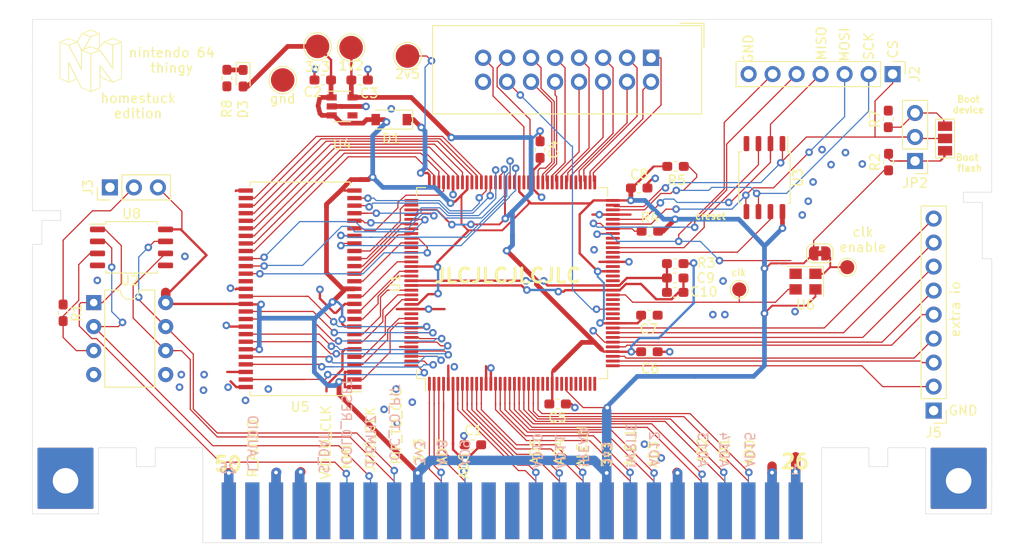
<source format=kicad_pcb>
(kicad_pcb (version 20171130) (host pcbnew 5.1.5)
  (layers (0 F.Cu signal) (31 B.Cu signal) (34 B.Paste user) (35 F.Paste user) (36 B.SilkS user) (37 F.SilkS user) (38 B.Mask user) (39 F.Mask user) (44 Edge.Cuts user))
  (net 0 "")
  (net 1 GND)
  (net 2 PIF_TO_CIC)
  (net 3 +3V3)
  (net 4 COLD_RESET#)
  (net 5 1.6MHZ)
  (net 6 CIC_TO_PIF)
  (net 7 "Net-(J1-Pad49)")
  (net 8 "Net-(J1-Pad46)")
  (net 9 NMI)
  (net 10 "Net-(J1-Pad44)")
  (net 11 /AD7)
  (net 12 /AD6)
  (net 13 "Net-(J1-Pad39)")
  (net 14 "Net-(J1-Pad38)")
  (net 15 /AD5)
  (net 16 /AD4)
  (net 17 /ALE_H)
  (net 18 /ALE_L)
  (net 19 /AD3)
  (net 20 /AD2)
  (net 21 /AD1)
  (net 22 /AD0)
  (net 23 "Net-(J1-Pad24)")
  (net 24 S_DAT)
  (net 25 /AD8)
  (net 26 /AD9)
  (net 27 "Net-(J1-Pad14)")
  (net 28 "Net-(J1-Pad13)")
  (net 29 /AD10)
  (net 30 /AD11)
  (net 31 /AD12)
  (net 32 /AD13)
  (net 33 /AD14)
  (net 34 /AD15)
  (net 35 /!WRITE)
  (net 36 /!READ)
  (net 37 "Net-(J3-Pad2)")
  (net 38 "Net-(R1-Pad2)")
  (net 39 "Net-(U1-Pad133)")
  (net 40 "Net-(U1-Pad109)")
  (net 41 "Net-(U1-Pad77)")
  (net 42 FLASH_CS)
  (net 43 FLASH_SCK)
  (net 44 FLASH_DI)
  (net 45 FLASH_DO)
  (net 46 "Net-(U1-Pad58)")
  (net 47 "Net-(U1-Pad51)")
  (net 48 "Net-(U1-Pad50)")
  (net 49 "Net-(U1-Pad36)")
  (net 50 "Net-(U1-Pad35)")
  (net 51 "Net-(U1-Pad34)")
  (net 52 "Net-(U1-Pad33)")
  (net 53 "Net-(U1-Pad32)")
  (net 54 "Net-(U1-Pad31)")
  (net 55 "Net-(U1-Pad29)")
  (net 56 "Net-(U1-Pad28)")
  (net 57 "Net-(U1-Pad26)")
  (net 58 "Net-(U1-Pad25)")
  (net 59 "Net-(U4-Pad4)")
  (net 60 "Net-(U1-Pad64)")
  (net 61 "Net-(U1-Pad63)")
  (net 62 "Net-(U1-Pad60)")
  (net 63 "Net-(U1-Pad56)")
  (net 64 "Net-(U1-Pad55)")
  (net 65 "Net-(U1-Pad48)")
  (net 66 "Net-(U1-Pad47)")
  (net 67 FLASH_IO3)
  (net 68 FLASH_IO2)
  (net 69 "Net-(J4-Pad15)")
  (net 70 FTDI_CLK)
  (net 71 "Net-(J4-Pad13)")
  (net 72 "Net-(J4-Pad12)")
  (net 73 "Net-(J4-Pad11)")
  (net 74 "Net-(J4-Pad10)")
  (net 75 "Net-(J4-Pad9)")
  (net 76 "Net-(J4-Pad8)")
  (net 77 "Net-(J4-Pad7)")
  (net 78 "Net-(J4-Pad6)")
  (net 79 "Net-(J4-Pad5)")
  (net 80 "Net-(J4-Pad4)")
  (net 81 "Net-(J4-Pad3)")
  (net 82 "Net-(J4-Pad2)")
  (net 83 "Net-(J4-Pad1)")
  (net 84 +1V2)
  (net 85 GNDPLL)
  (net 86 +2V5)
  (net 87 VCCPLL)
  (net 88 "Net-(U1-Pad106)")
  (net 89 "Net-(U1-Pad105)")
  (net 90 "Net-(U1-Pad104)")
  (net 91 "Net-(U1-Pad102)")
  (net 92 "Net-(U1-Pad101)")
  (net 93 "Net-(U1-Pad99)")
  (net 94 "Net-(U1-Pad98)")
  (net 95 "Net-(U1-Pad97)")
  (net 96 "Net-(U1-Pad96)")
  (net 97 "Net-(U1-Pad121)")
  (net 98 "Net-(U1-Pad120)")
  (net 99 "Net-(U1-Pad119)")
  (net 100 "Net-(U5-Pad40)")
  (net 101 DQ0)
  (net 102 DQ1)
  (net 103 DQ2)
  (net 104 DQ3)
  (net 105 DQ4)
  (net 106 DQ5)
  (net 107 DQ6)
  (net 108 UDQM)
  (net 109 CLK)
  (net 110 CKE)
  (net 111 !CS)
  (net 112 !RAS)
  (net 113 !CAS)
  (net 114 !WE)
  (net 115 LDQM)
  (net 116 DQ15)
  (net 117 DQ14)
  (net 118 DQ13)
  (net 119 DQ12)
  (net 120 DQ11)
  (net 121 DQ10)
  (net 122 DQ9)
  (net 123 DQ8)
  (net 124 DQ7)
  (net 125 CLK25)
  (net 126 "Net-(J5-Pad9)")
  (net 127 "Net-(J5-Pad8)")
  (net 128 "Net-(J5-Pad7)")
  (net 129 "Net-(J5-Pad6)")
  (net 130 "Net-(J5-Pad5)")
  (net 131 "Net-(J5-Pad4)")
  (net 132 "Net-(J5-Pad3)")
  (net 133 "Net-(J5-Pad2)")
  (net 134 "Net-(JP1-Pad2)")
  (net 135 "Net-(JP2-Pad3)")
  (net 136 "Net-(JP2-Pad1)")
  (net 137 "Net-(D3-Pad1)")
  (net 138 "Net-(U1-Pad95)")
  (net 139 "Net-(U1-Pad94)")
  (net 140 "Net-(U1-Pad93)")
  (net 141 "Net-(U1-Pad91)")
  (net 142 "Net-(U1-Pad90)")
  (net 143 CDONE)
  (net 144 !CRESET)
  (net 145 "Net-(U1-Pad107)")
  (module Connector_PinHeader_2.54mm:PinHeader_1x07_P2.54mm_Vertical (layer F.Cu) (at 171.8691 108.21416 270)
    (fp_text reference J2 (at 0 -2.33 90) (layer F.SilkS))
    (fp_text value Conn_01x07_Male)
    (pad 7 thru_hole oval (at 0 15.24 270) (size 1.7 1.7) (drill 1) (layers *.Cu *.Mask) (net 1 GND))
    (pad 6 thru_hole oval (at 0 12.7 270) (size 1.7 1.7) (drill 1) (layers *.Cu *.Mask) (net 143 CDONE))
    (pad 5 thru_hole oval (at 0 10.16 270) (size 1.7 1.7) (drill 1) (layers *.Cu *.Mask) (net 144 !CRESET))
    (pad 4 thru_hole oval (at 0 7.62 270) (size 1.7 1.7) (drill 1) (layers *.Cu *.Mask) (net 45 FLASH_DO))
    (pad 3 thru_hole oval (at 0 5.08 270) (size 1.7 1.7) (drill 1) (layers *.Cu *.Mask) (net 44 FLASH_DI))
    (pad 2 thru_hole oval (at 0 2.54 270) (size 1.7 1.7) (drill 1) (layers *.Cu *.Mask) (net 43 FLASH_SCK))
    (pad 1 thru_hole rect (at 0 0 270) (size 1.7 1.7) (drill 1) (layers *.Cu *.Mask) (net 42 FLASH_CS))
  )
  (module Package_SO:SOIC-8_5.23x5.23mm_P1.27mm (layer F.Cu) (at 91.313 126.5555)
    (fp_text reference U8 (at 0 -3.56) (layer F.SilkS))
    (fp_text value ATtiny45V-10PU)
    (pad 8 smd roundrect (at 3.6 -1.905) (size 1.6 0.6) (layers F.Cu F.Paste F.Mask) (net 3 +3V3))
    (pad 7 smd roundrect (at 3.6 -0.635) (size 1.6 0.6) (layers F.Cu F.Paste F.Mask) (net 6 CIC_TO_PIF))
    (pad 6 smd roundrect (at 3.6 0.635) (size 1.6 0.6) (layers F.Cu F.Paste F.Mask) (net 2 PIF_TO_CIC))
    (pad 5 smd roundrect (at 3.6 1.905) (size 1.6 0.6) (layers F.Cu F.Paste F.Mask) (net 1 GND))
    (pad 4 smd roundrect (at -3.6 1.905) (size 1.6 0.6) (layers F.Cu F.Paste F.Mask) (net 1 GND))
    (pad 3 smd roundrect (at -3.6 0.635) (size 1.6 0.6) (layers F.Cu F.Paste F.Mask) (net 38 "Net-(R1-Pad2)"))
    (pad 2 smd roundrect (at -3.6 -0.635) (size 1.6 0.6) (layers F.Cu F.Paste F.Mask) (net 5 1.6MHZ))
    (pad 1 smd roundrect (at -3.6 -1.905) (size 1.6 0.6) (layers F.Cu F.Paste F.Mask) (net 4 COLD_RESET#))
  )
  (module Resistor_SMD:R_0603_1608Metric_Pad1.05x0.95mm_HandSolder (layer F.Cu) (at 84.074 133.477 270)
    (fp_text reference R1 (at 0 -1.43 270) (layer F.SilkS))
    (fp_text value 10k)
    (pad 2 smd roundrect (at 0.875 0 270) (size 1.05 0.95) (layers F.Cu F.Paste F.Mask) (net 38 "Net-(R1-Pad2)"))
    (pad 1 smd roundrect (at -0.875 0 270) (size 1.05 0.95) (layers F.Cu F.Paste F.Mask) (net 37 "Net-(J3-Pad2)"))
  )
  (module Resistor_SMD:R_0603_1608Metric_Pad1.05x0.95mm_HandSolder (layer F.Cu) (at 101.4095 108.6345 270)
    (fp_text reference R8 (at 3.2525 0 90) (layer F.SilkS))
    (fp_text value 1k)
    (pad 2 smd roundrect (at 0.875 0 270) (size 1.05 0.95) (layers F.Cu F.Paste F.Mask) (net 1 GND))
    (pad 1 smd roundrect (at -0.875 0 270) (size 1.05 0.95) (layers F.Cu F.Paste F.Mask) (net 137 "Net-(D3-Pad1)"))
  )
  (module n64:Nintendo_64_Logo (layer F.Cu) (at 86.995 106.807)
    (fp_text reference U7 hide)
    (fp_text value Nintendo_64_Logo hide)
  )
  (module LED_SMD:LED_0603_1608Metric_Pad1.05x0.95mm_HandSolder (layer F.Cu) (at 103.124 108.6485 270)
    (fp_text reference D3 (at 3.302 0 90) (layer F.SilkS))
    (fp_text value LED)
    (pad 2 smd roundrect (at 0.875 0 270) (size 1.05 0.95) (layers F.Cu F.Paste F.Mask) (net 3 +3V3))
    (pad 1 smd roundrect (at -0.875 0 270) (size 1.05 0.95) (layers F.Cu F.Paste F.Mask) (net 137 "Net-(D3-Pad1)"))
  )
  (module TestPoint:TestPoint_Pad_D1.5mm (layer F.Cu) (at 155.6385 131.0005)
    (fp_text reference TP3)
    (fp_text value TestPoint)
    (pad 1 smd circle (at 0 0) (size 1.5 1.5) (layers F.Cu F.Mask) (net 125 CLK25))
  )
  (module Jumper:SolderJumper-3_P1.3mm_Open_Pad1.0x1.5mm_NumberLabels (layer F.Cu) (at 177.419 115.0285 90)
    (fp_text reference JP3)
    (fp_text value Jumper_3_Open)
    (pad 1 smd rect (at -1.3 0 90) (size 1 1.5) (layers F.Cu F.Mask) (net 136 "Net-(JP2-Pad1)"))
    (pad 2 smd rect (at 0 0 90) (size 1 1.5) (layers F.Cu F.Mask) (net 42 FLASH_CS))
    (pad 3 smd rect (at 1.3 0 90) (size 1 1.5) (layers F.Cu F.Mask) (net 135 "Net-(JP2-Pad3)"))
  )
  (module Resistor_SMD:R_0603_1608Metric_Pad1.05x0.95mm_HandSolder (layer F.Cu) (at 171.40936 112.95758 90)
    (fp_text reference R7 (at 0 -1.43 90) (layer F.SilkS))
    (fp_text value 10k)
    (pad 2 smd roundrect (at 0.875 0 90) (size 1.05 0.95) (layers F.Cu F.Paste F.Mask) (net 1 GND))
    (pad 1 smd roundrect (at -0.875 0 90) (size 1.05 0.95) (layers F.Cu F.Paste F.Mask) (net 135 "Net-(JP2-Pad3)"))
  )
  (module Connector_PinHeader_2.54mm:PinHeader_1x03_P2.54mm_Vertical (layer F.Cu) (at 174.244 117.4115 180)
    (fp_text reference JP2 (at 0 -2.33) (layer F.SilkS))
    (fp_text value Jumper_3_Open)
    (pad 3 thru_hole oval (at 0 5.08 180) (size 1.7 1.7) (drill 1) (layers *.Cu *.Mask) (net 135 "Net-(JP2-Pad3)"))
    (pad 2 thru_hole oval (at 0 2.54 180) (size 1.7 1.7) (drill 1) (layers *.Cu *.Mask) (net 42 FLASH_CS))
    (pad 1 thru_hole rect (at 0 0 180) (size 1.7 1.7) (drill 1) (layers *.Cu *.Mask) (net 136 "Net-(JP2-Pad1)"))
  )
  (module Jumper:SolderJumper-2_P1.3mm_Bridged_RoundedPad1.0x1.5mm (layer F.Cu) (at 164.1625 127.1905)
    (fp_text reference JP1)
    (fp_text value Jumper_NC_Small)
    (fp_poly (pts (xy 0.25 -0.3) (xy -0.25 -0.3) (xy -0.25 0.3) (xy 0.25 0.3)) (layer F.Cu) (width 0))
    (pad 1 smd custom (at -0.65 0) (size 1 0.5) (layers F.Cu F.Mask) (net 3 +3V3) (options (clearance outline) (anchor rect)) (primitives (gr_circle (center 0 0.25) (end 0.5 0.25) (width 0)) (gr_circle (center 0 -0.25) (end 0.5 -0.25) (width 0)) (gr_poly (pts (xy 0 -0.75) (xy 0.5 -0.75) (xy 0.5 0.75) (xy 0 0.75)) (width 0))))
    (pad 2 smd custom (at 0.65 0) (size 1 0.5) (layers F.Cu F.Mask) (net 134 "Net-(JP1-Pad2)") (options (clearance outline) (anchor rect)) (primitives (gr_circle (center 0 0.25) (end 0.5 0.25) (width 0)) (gr_circle (center 0 -0.25) (end 0.5 -0.25) (width 0)) (gr_poly (pts (xy 0 -0.75) (xy -0.5 -0.75) (xy -0.5 0.75) (xy 0 0.75)) (width 0))))
  )
  (module Package_QFP:TQFP-144_20x20mm_P0.5mm (layer F.Cu) (at 131.592 130.334 90)
    (fp_text reference U1 (at 0 -12.35 90) (layer F.SilkS))
    (fp_text value ICE40HX4K-TQ144)
    (pad 144 smd roundrect (at -8.75 -10.6625 90) (size 0.3 1.475) (layers F.Cu F.Paste F.Mask) (net 116 DQ15))
    (pad 143 smd roundrect (at -8.25 -10.6625 90) (size 0.3 1.475) (layers F.Cu F.Paste F.Mask) (net 117 DQ14))
    (pad 142 smd roundrect (at -7.75 -10.6625 90) (size 0.3 1.475) (layers F.Cu F.Paste F.Mask) (net 118 DQ13))
    (pad 141 smd roundrect (at -7.25 -10.6625 90) (size 0.3 1.475) (layers F.Cu F.Paste F.Mask) (net 119 DQ12))
    (pad 140 smd roundrect (at -6.75 -10.6625 90) (size 0.3 1.475) (layers F.Cu F.Paste F.Mask) (net 1 GND))
    (pad 139 smd roundrect (at -6.25 -10.6625 90) (size 0.3 1.475) (layers F.Cu F.Paste F.Mask) (net 120 DQ11))
    (pad 138 smd roundrect (at -5.75 -10.6625 90) (size 0.3 1.475) (layers F.Cu F.Paste F.Mask) (net 121 DQ10))
    (pad 137 smd roundrect (at -5.25 -10.6625 90) (size 0.3 1.475) (layers F.Cu F.Paste F.Mask) (net 122 DQ9))
    (pad 136 smd roundrect (at -4.75 -10.6625 90) (size 0.3 1.475) (layers F.Cu F.Paste F.Mask) (net 123 DQ8))
    (pad 135 smd roundrect (at -4.25 -10.6625 90) (size 0.3 1.475) (layers F.Cu F.Paste F.Mask) (net 101 DQ0))
    (pad 134 smd roundrect (at -3.75 -10.6625 90) (size 0.3 1.475) (layers F.Cu F.Paste F.Mask) (net 102 DQ1))
    (pad 133 smd roundrect (at -3.25 -10.6625 90) (size 0.3 1.475) (layers F.Cu F.Paste F.Mask) (net 39 "Net-(U1-Pad133)"))
    (pad 132 smd roundrect (at -2.75 -10.6625 90) (size 0.3 1.475) (layers F.Cu F.Paste F.Mask) (net 1 GND))
    (pad 131 smd roundrect (at -2.25 -10.6625 90) (size 0.3 1.475) (layers F.Cu F.Paste F.Mask) (net 3 +3V3))
    (pad 130 smd roundrect (at -1.75 -10.6625 90) (size 0.3 1.475) (layers F.Cu F.Paste F.Mask) (net 103 DQ2))
    (pad 129 smd roundrect (at -1.25 -10.6625 90) (size 0.3 1.475) (layers F.Cu F.Paste F.Mask) (net 104 DQ3))
    (pad 128 smd roundrect (at -0.75 -10.6625 90) (size 0.3 1.475) (layers F.Cu F.Paste F.Mask) (net 105 DQ4))
    (pad 127 smd roundrect (at -0.25 -10.6625 90) (size 0.3 1.475) (layers F.Cu F.Paste F.Mask) (net 85 GNDPLL))
    (pad 126 smd roundrect (at 0.25 -10.6625 90) (size 0.3 1.475) (layers F.Cu F.Paste F.Mask) (net 87 VCCPLL))
    (pad 125 smd roundrect (at 0.75 -10.6625 90) (size 0.3 1.475) (layers F.Cu F.Paste F.Mask) (net 106 DQ5))
    (pad 124 smd roundrect (at 1.25 -10.6625 90) (size 0.3 1.475) (layers F.Cu F.Paste F.Mask) (net 107 DQ6))
    (pad 123 smd roundrect (at 1.75 -10.6625 90) (size 0.3 1.475) (layers F.Cu F.Paste F.Mask) (net 3 +3V3))
    (pad 122 smd roundrect (at 2.25 -10.6625 90) (size 0.3 1.475) (layers F.Cu F.Paste F.Mask) (net 124 DQ7))
    (pad 121 smd roundrect (at 2.75 -10.6625 90) (size 0.3 1.475) (layers F.Cu F.Paste F.Mask) (net 97 "Net-(U1-Pad121)"))
    (pad 120 smd roundrect (at 3.25 -10.6625 90) (size 0.3 1.475) (layers F.Cu F.Paste F.Mask) (net 98 "Net-(U1-Pad120)"))
    (pad 119 smd roundrect (at 3.75 -10.6625 90) (size 0.3 1.475) (layers F.Cu F.Paste F.Mask) (net 99 "Net-(U1-Pad119)"))
    (pad 118 smd roundrect (at 4.25 -10.6625 90) (size 0.3 1.475) (layers F.Cu F.Paste F.Mask) (net 115 LDQM))
    (pad 117 smd roundrect (at 4.75 -10.6625 90) (size 0.3 1.475) (layers F.Cu F.Paste F.Mask) (net 108 UDQM))
    (pad 116 smd roundrect (at 5.25 -10.6625 90) (size 0.3 1.475) (layers F.Cu F.Paste F.Mask) (net 114 !WE))
    (pad 115 smd roundrect (at 5.75 -10.6625 90) (size 0.3 1.475) (layers F.Cu F.Paste F.Mask) (net 113 !CAS))
    (pad 114 smd roundrect (at 6.25 -10.6625 90) (size 0.3 1.475) (layers F.Cu F.Paste F.Mask) (net 112 !RAS))
    (pad 113 smd roundrect (at 6.75 -10.6625 90) (size 0.3 1.475) (layers F.Cu F.Paste F.Mask) (net 109 CLK))
    (pad 112 smd roundrect (at 7.25 -10.6625 90) (size 0.3 1.475) (layers F.Cu F.Paste F.Mask) (net 110 CKE))
    (pad 111 smd roundrect (at 7.75 -10.6625 90) (size 0.3 1.475) (layers F.Cu F.Paste F.Mask) (net 84 +1V2))
    (pad 110 smd roundrect (at 8.25 -10.6625 90) (size 0.3 1.475) (layers F.Cu F.Paste F.Mask) (net 111 !CS))
    (pad 109 smd roundrect (at 8.75 -10.6625 90) (size 0.3 1.475) (layers F.Cu F.Paste F.Mask) (net 40 "Net-(U1-Pad109)"))
    (pad 108 smd roundrect (at 10.6625 -8.75 90) (size 1.475 0.3) (layers F.Cu F.Paste F.Mask) (net 86 +2V5))
    (pad 107 smd roundrect (at 10.6625 -8.25 90) (size 1.475 0.3) (layers F.Cu F.Paste F.Mask) (net 145 "Net-(U1-Pad107)"))
    (pad 106 smd roundrect (at 10.6625 -7.75 90) (size 1.475 0.3) (layers F.Cu F.Paste F.Mask) (net 88 "Net-(U1-Pad106)"))
    (pad 105 smd roundrect (at 10.6625 -7.25 90) (size 1.475 0.3) (layers F.Cu F.Paste F.Mask) (net 89 "Net-(U1-Pad105)"))
    (pad 104 smd roundrect (at 10.6625 -6.75 90) (size 1.475 0.3) (layers F.Cu F.Paste F.Mask) (net 90 "Net-(U1-Pad104)"))
    (pad 103 smd roundrect (at 10.6625 -6.25 90) (size 1.475 0.3) (layers F.Cu F.Paste F.Mask) (net 1 GND))
    (pad 102 smd roundrect (at 10.6625 -5.75 90) (size 1.475 0.3) (layers F.Cu F.Paste F.Mask) (net 91 "Net-(U1-Pad102)"))
    (pad 101 smd roundrect (at 10.6625 -5.25 90) (size 1.475 0.3) (layers F.Cu F.Paste F.Mask) (net 92 "Net-(U1-Pad101)"))
    (pad 100 smd roundrect (at 10.6625 -4.75 90) (size 1.475 0.3) (layers F.Cu F.Paste F.Mask) (net 3 +3V3))
    (pad 99 smd roundrect (at 10.6625 -4.25 90) (size 1.475 0.3) (layers F.Cu F.Paste F.Mask) (net 93 "Net-(U1-Pad99)"))
    (pad 98 smd roundrect (at 10.6625 -3.75 90) (size 1.475 0.3) (layers F.Cu F.Paste F.Mask) (net 94 "Net-(U1-Pad98)"))
    (pad 97 smd roundrect (at 10.6625 -3.25 90) (size 1.475 0.3) (layers F.Cu F.Paste F.Mask) (net 95 "Net-(U1-Pad97)"))
    (pad 96 smd roundrect (at 10.6625 -2.75 90) (size 1.475 0.3) (layers F.Cu F.Paste F.Mask) (net 96 "Net-(U1-Pad96)"))
    (pad 95 smd roundrect (at 10.6625 -2.25 90) (size 1.475 0.3) (layers F.Cu F.Paste F.Mask) (net 138 "Net-(U1-Pad95)"))
    (pad 94 smd roundrect (at 10.6625 -1.75 90) (size 1.475 0.3) (layers F.Cu F.Paste F.Mask) (net 139 "Net-(U1-Pad94)"))
    (pad 93 smd roundrect (at 10.6625 -1.25 90) (size 1.475 0.3) (layers F.Cu F.Paste F.Mask) (net 140 "Net-(U1-Pad93)"))
    (pad 92 smd roundrect (at 10.6625 -0.75 90) (size 1.475 0.3) (layers F.Cu F.Paste F.Mask) (net 84 +1V2))
    (pad 91 smd roundrect (at 10.6625 -0.25 90) (size 1.475 0.3) (layers F.Cu F.Paste F.Mask) (net 141 "Net-(U1-Pad91)"))
    (pad 90 smd roundrect (at 10.6625 0.25 90) (size 1.475 0.3) (layers F.Cu F.Paste F.Mask) (net 142 "Net-(U1-Pad90)"))
    (pad 89 smd roundrect (at 10.6625 0.75 90) (size 1.475 0.3) (layers F.Cu F.Paste F.Mask) (net 3 +3V3))
    (pad 88 smd roundrect (at 10.6625 1.25 90) (size 1.475 0.3) (layers F.Cu F.Paste F.Mask) (net 69 "Net-(J4-Pad15)"))
    (pad 87 smd roundrect (at 10.6625 1.75 90) (size 1.475 0.3) (layers F.Cu F.Paste F.Mask) (net 71 "Net-(J4-Pad13)"))
    (pad 86 smd roundrect (at 10.6625 2.25 90) (size 1.475 0.3) (layers F.Cu F.Paste F.Mask) (net 1 GND))
    (pad 85 smd roundrect (at 10.6625 2.75 90) (size 1.475 0.3) (layers F.Cu F.Paste F.Mask) (net 72 "Net-(J4-Pad12)"))
    (pad 84 smd roundrect (at 10.6625 3.25 90) (size 1.475 0.3) (layers F.Cu F.Paste F.Mask) (net 73 "Net-(J4-Pad11)"))
    (pad 83 smd roundrect (at 10.6625 3.75 90) (size 1.475 0.3) (layers F.Cu F.Paste F.Mask) (net 74 "Net-(J4-Pad10)"))
    (pad 82 smd roundrect (at 10.6625 4.25 90) (size 1.475 0.3) (layers F.Cu F.Paste F.Mask) (net 75 "Net-(J4-Pad9)"))
    (pad 81 smd roundrect (at 10.6625 4.75 90) (size 1.475 0.3) (layers F.Cu F.Paste F.Mask) (net 76 "Net-(J4-Pad8)"))
    (pad 80 smd roundrect (at 10.6625 5.25 90) (size 1.475 0.3) (layers F.Cu F.Paste F.Mask) (net 77 "Net-(J4-Pad7)"))
    (pad 79 smd roundrect (at 10.6625 5.75 90) (size 1.475 0.3) (layers F.Cu F.Paste F.Mask) (net 78 "Net-(J4-Pad6)"))
    (pad 78 smd roundrect (at 10.6625 6.25 90) (size 1.475 0.3) (layers F.Cu F.Paste F.Mask) (net 79 "Net-(J4-Pad5)"))
    (pad 77 smd roundrect (at 10.6625 6.75 90) (size 1.475 0.3) (layers F.Cu F.Paste F.Mask) (net 41 "Net-(U1-Pad77)"))
    (pad 76 smd roundrect (at 10.6625 7.25 90) (size 1.475 0.3) (layers F.Cu F.Paste F.Mask) (net 80 "Net-(J4-Pad4)"))
    (pad 75 smd roundrect (at 10.6625 7.75 90) (size 1.475 0.3) (layers F.Cu F.Paste F.Mask) (net 81 "Net-(J4-Pad3)"))
    (pad 74 smd roundrect (at 10.6625 8.25 90) (size 1.475 0.3) (layers F.Cu F.Paste F.Mask) (net 82 "Net-(J4-Pad2)"))
    (pad 73 smd roundrect (at 10.6625 8.75 90) (size 1.475 0.3) (layers F.Cu F.Paste F.Mask) (net 83 "Net-(J4-Pad1)"))
    (pad 72 smd roundrect (at 8.75 10.6625 90) (size 0.3 1.475) (layers F.Cu F.Paste F.Mask) (net 3 +3V3))
    (pad 71 smd roundrect (at 8.25 10.6625 90) (size 0.3 1.475) (layers F.Cu F.Paste F.Mask) (net 42 FLASH_CS))
    (pad 70 smd roundrect (at 7.75 10.6625 90) (size 0.3 1.475) (layers F.Cu F.Paste F.Mask) (net 43 FLASH_SCK))
    (pad 69 smd roundrect (at 7.25 10.6625 90) (size 0.3 1.475) (layers F.Cu F.Paste F.Mask) (net 1 GND))
    (pad 68 smd roundrect (at 6.75 10.6625 90) (size 0.3 1.475) (layers F.Cu F.Paste F.Mask) (net 45 FLASH_DO))
    (pad 67 smd roundrect (at 6.25 10.6625 90) (size 0.3 1.475) (layers F.Cu F.Paste F.Mask) (net 44 FLASH_DI))
    (pad 66 smd roundrect (at 5.75 10.6625 90) (size 0.3 1.475) (layers F.Cu F.Paste F.Mask) (net 144 !CRESET))
    (pad 65 smd roundrect (at 5.25 10.6625 90) (size 0.3 1.475) (layers F.Cu F.Paste F.Mask) (net 143 CDONE))
    (pad 64 smd roundrect (at 4.75 10.6625 90) (size 0.3 1.475) (layers F.Cu F.Paste F.Mask) (net 60 "Net-(U1-Pad64)"))
    (pad 63 smd roundrect (at 4.25 10.6625 90) (size 0.3 1.475) (layers F.Cu F.Paste F.Mask) (net 61 "Net-(U1-Pad63)"))
    (pad 62 smd roundrect (at 3.75 10.6625 90) (size 0.3 1.475) (layers F.Cu F.Paste F.Mask) (net 68 FLASH_IO2))
    (pad 61 smd roundrect (at 3.25 10.6625 90) (size 0.3 1.475) (layers F.Cu F.Paste F.Mask) (net 67 FLASH_IO3))
    (pad 60 smd roundrect (at 2.75 10.6625 90) (size 0.3 1.475) (layers F.Cu F.Paste F.Mask) (net 62 "Net-(U1-Pad60)"))
    (pad 59 smd roundrect (at 2.25 10.6625 90) (size 0.3 1.475) (layers F.Cu F.Paste F.Mask) (net 1 GND))
    (pad 58 smd roundrect (at 1.75 10.6625 90) (size 0.3 1.475) (layers F.Cu F.Paste F.Mask) (net 46 "Net-(U1-Pad58)"))
    (pad 57 smd roundrect (at 1.25 10.6625 90) (size 0.3 1.475) (layers F.Cu F.Paste F.Mask) (net 3 +3V3))
    (pad 56 smd roundrect (at 0.75 10.6625 90) (size 0.3 1.475) (layers F.Cu F.Paste F.Mask) (net 63 "Net-(U1-Pad56)"))
    (pad 55 smd roundrect (at 0.25 10.6625 90) (size 0.3 1.475) (layers F.Cu F.Paste F.Mask) (net 64 "Net-(U1-Pad55)"))
    (pad 54 smd roundrect (at -0.25 10.6625 90) (size 0.3 1.475) (layers F.Cu F.Paste F.Mask) (net 87 VCCPLL))
    (pad 53 smd roundrect (at -0.75 10.6625 90) (size 0.3 1.475) (layers F.Cu F.Paste F.Mask) (net 85 GNDPLL))
    (pad 52 smd roundrect (at -1.25 10.6625 90) (size 0.3 1.475) (layers F.Cu F.Paste F.Mask) (net 125 CLK25))
    (pad 51 smd roundrect (at -1.75 10.6625 90) (size 0.3 1.475) (layers F.Cu F.Paste F.Mask) (net 47 "Net-(U1-Pad51)"))
    (pad 50 smd roundrect (at -2.25 10.6625 90) (size 0.3 1.475) (layers F.Cu F.Paste F.Mask) (net 48 "Net-(U1-Pad50)"))
    (pad 49 smd roundrect (at -2.75 10.6625 90) (size 0.3 1.475) (layers F.Cu F.Paste F.Mask) (net 70 FTDI_CLK))
    (pad 48 smd roundrect (at -3.25 10.6625 90) (size 0.3 1.475) (layers F.Cu F.Paste F.Mask) (net 65 "Net-(U1-Pad48)"))
    (pad 47 smd roundrect (at -3.75 10.6625 90) (size 0.3 1.475) (layers F.Cu F.Paste F.Mask) (net 66 "Net-(U1-Pad47)"))
    (pad 46 smd roundrect (at -4.25 10.6625 90) (size 0.3 1.475) (layers F.Cu F.Paste F.Mask) (net 3 +3V3))
    (pad 45 smd roundrect (at -4.75 10.6625 90) (size 0.3 1.475) (layers F.Cu F.Paste F.Mask) (net 126 "Net-(J5-Pad9)"))
    (pad 44 smd roundrect (at -5.25 10.6625 90) (size 0.3 1.475) (layers F.Cu F.Paste F.Mask) (net 127 "Net-(J5-Pad8)"))
    (pad 43 smd roundrect (at -5.75 10.6625 90) (size 0.3 1.475) (layers F.Cu F.Paste F.Mask) (net 128 "Net-(J5-Pad7)"))
    (pad 42 smd roundrect (at -6.25 10.6625 90) (size 0.3 1.475) (layers F.Cu F.Paste F.Mask) (net 129 "Net-(J5-Pad6)"))
    (pad 41 smd roundrect (at -6.75 10.6625 90) (size 0.3 1.475) (layers F.Cu F.Paste F.Mask) (net 130 "Net-(J5-Pad5)"))
    (pad 40 smd roundrect (at -7.25 10.6625 90) (size 0.3 1.475) (layers F.Cu F.Paste F.Mask) (net 84 +1V2))
    (pad 39 smd roundrect (at -7.75 10.6625 90) (size 0.3 1.475) (layers F.Cu F.Paste F.Mask) (net 131 "Net-(J5-Pad4)"))
    (pad 38 smd roundrect (at -8.25 10.6625 90) (size 0.3 1.475) (layers F.Cu F.Paste F.Mask) (net 132 "Net-(J5-Pad3)"))
    (pad 37 smd roundrect (at -8.75 10.6625 90) (size 0.3 1.475) (layers F.Cu F.Paste F.Mask) (net 133 "Net-(J5-Pad2)"))
    (pad 36 smd roundrect (at -10.6625 8.75 90) (size 1.475 0.3) (layers F.Cu F.Paste F.Mask) (net 49 "Net-(U1-Pad36)"))
    (pad 35 smd roundrect (at -10.6625 8.25 90) (size 1.475 0.3) (layers F.Cu F.Paste F.Mask) (net 50 "Net-(U1-Pad35)"))
    (pad 34 smd roundrect (at -10.6625 7.75 90) (size 1.475 0.3) (layers F.Cu F.Paste F.Mask) (net 51 "Net-(U1-Pad34)"))
    (pad 33 smd roundrect (at -10.6625 7.25 90) (size 1.475 0.3) (layers F.Cu F.Paste F.Mask) (net 52 "Net-(U1-Pad33)"))
    (pad 32 smd roundrect (at -10.6625 6.75 90) (size 1.475 0.3) (layers F.Cu F.Paste F.Mask) (net 53 "Net-(U1-Pad32)"))
    (pad 31 smd roundrect (at -10.6625 6.25 90) (size 1.475 0.3) (layers F.Cu F.Paste F.Mask) (net 54 "Net-(U1-Pad31)"))
    (pad 30 smd roundrect (at -10.6625 5.75 90) (size 1.475 0.3) (layers F.Cu F.Paste F.Mask) (net 3 +3V3))
    (pad 29 smd roundrect (at -10.6625 5.25 90) (size 1.475 0.3) (layers F.Cu F.Paste F.Mask) (net 55 "Net-(U1-Pad29)"))
    (pad 28 smd roundrect (at -10.6625 4.75 90) (size 1.475 0.3) (layers F.Cu F.Paste F.Mask) (net 56 "Net-(U1-Pad28)"))
    (pad 27 smd roundrect (at -10.6625 4.25 90) (size 1.475 0.3) (layers F.Cu F.Paste F.Mask) (net 84 +1V2))
    (pad 26 smd roundrect (at -10.6625 3.75 90) (size 1.475 0.3) (layers F.Cu F.Paste F.Mask) (net 57 "Net-(U1-Pad26)"))
    (pad 25 smd roundrect (at -10.6625 3.25 90) (size 1.475 0.3) (layers F.Cu F.Paste F.Mask) (net 58 "Net-(U1-Pad25)"))
    (pad 24 smd roundrect (at -10.6625 2.75 90) (size 1.475 0.3) (layers F.Cu F.Paste F.Mask) (net 34 /AD15))
    (pad 23 smd roundrect (at -10.6625 2.25 90) (size 1.475 0.3) (layers F.Cu F.Paste F.Mask) (net 22 /AD0))
    (pad 22 smd roundrect (at -10.6625 1.75 90) (size 1.475 0.3) (layers F.Cu F.Paste F.Mask) (net 33 /AD14))
    (pad 21 smd roundrect (at -10.6625 1.25 90) (size 1.475 0.3) (layers F.Cu F.Paste F.Mask) (net 21 /AD1))
    (pad 20 smd roundrect (at -10.6625 0.75 90) (size 1.475 0.3) (layers F.Cu F.Paste F.Mask) (net 32 /AD13))
    (pad 19 smd roundrect (at -10.6625 0.25 90) (size 1.475 0.3) (layers F.Cu F.Paste F.Mask) (net 20 /AD2))
    (pad 18 smd roundrect (at -10.6625 -0.25 90) (size 1.475 0.3) (layers F.Cu F.Paste F.Mask) (net 31 /AD12))
    (pad 17 smd roundrect (at -10.6625 -0.75 90) (size 1.475 0.3) (layers F.Cu F.Paste F.Mask) (net 19 /AD3))
    (pad 16 smd roundrect (at -10.6625 -1.25 90) (size 1.475 0.3) (layers F.Cu F.Paste F.Mask) (net 35 /!WRITE))
    (pad 15 smd roundrect (at -10.6625 -1.75 90) (size 1.475 0.3) (layers F.Cu F.Paste F.Mask) (net 18 /ALE_L))
    (pad 14 smd roundrect (at -10.6625 -2.25 90) (size 1.475 0.3) (layers F.Cu F.Paste F.Mask) (net 1 GND))
    (pad 13 smd roundrect (at -10.6625 -2.75 90) (size 1.475 0.3) (layers F.Cu F.Paste F.Mask) (net 1 GND))
    (pad 12 smd roundrect (at -10.6625 -3.25 90) (size 1.475 0.3) (layers F.Cu F.Paste F.Mask) (net 36 /!READ))
    (pad 11 smd roundrect (at -10.6625 -3.75 90) (size 1.475 0.3) (layers F.Cu F.Paste F.Mask) (net 17 /ALE_H))
    (pad 10 smd roundrect (at -10.6625 -4.25 90) (size 1.475 0.3) (layers F.Cu F.Paste F.Mask) (net 30 /AD11))
    (pad 9 smd roundrect (at -10.6625 -4.75 90) (size 1.475 0.3) (layers F.Cu F.Paste F.Mask) (net 16 /AD4))
    (pad 8 smd roundrect (at -10.6625 -5.25 90) (size 1.475 0.3) (layers F.Cu F.Paste F.Mask) (net 29 /AD10))
    (pad 7 smd roundrect (at -10.6625 -5.75 90) (size 1.475 0.3) (layers F.Cu F.Paste F.Mask) (net 15 /AD5))
    (pad 6 smd roundrect (at -10.6625 -6.25 90) (size 1.475 0.3) (layers F.Cu F.Paste F.Mask) (net 3 +3V3))
    (pad 5 smd roundrect (at -10.6625 -6.75 90) (size 1.475 0.3) (layers F.Cu F.Paste F.Mask) (net 1 GND))
    (pad 4 smd roundrect (at -10.6625 -7.25 90) (size 1.475 0.3) (layers F.Cu F.Paste F.Mask) (net 26 /AD9))
    (pad 3 smd roundrect (at -10.6625 -7.75 90) (size 1.475 0.3) (layers F.Cu F.Paste F.Mask) (net 12 /AD6))
    (pad 2 smd roundrect (at -10.6625 -8.25 90) (size 1.475 0.3) (layers F.Cu F.Paste F.Mask) (net 25 /AD8))
    (pad 1 smd roundrect (at -10.6625 -8.75 90) (size 1.475 0.3) (layers F.Cu F.Paste F.Mask) (net 11 /AD7))
  )
  (module Connector_PinHeader_2.54mm:PinHeader_1x09_P2.54mm_Vertical (layer F.Cu) (at 176.2125 143.8275 180)
    (fp_text reference J5 (at 0 -2.33) (layer F.SilkS))
    (fp_text value Conn_01x09_Male)
    (pad 9 thru_hole oval (at 0 20.32 180) (size 1.7 1.7) (drill 1) (layers *.Cu *.Mask) (net 126 "Net-(J5-Pad9)"))
    (pad 8 thru_hole oval (at 0 17.78 180) (size 1.7 1.7) (drill 1) (layers *.Cu *.Mask) (net 127 "Net-(J5-Pad8)"))
    (pad 7 thru_hole oval (at 0 15.24 180) (size 1.7 1.7) (drill 1) (layers *.Cu *.Mask) (net 128 "Net-(J5-Pad7)"))
    (pad 6 thru_hole oval (at 0 12.7 180) (size 1.7 1.7) (drill 1) (layers *.Cu *.Mask) (net 129 "Net-(J5-Pad6)"))
    (pad 5 thru_hole oval (at 0 10.16 180) (size 1.7 1.7) (drill 1) (layers *.Cu *.Mask) (net 130 "Net-(J5-Pad5)"))
    (pad 4 thru_hole oval (at 0 7.62 180) (size 1.7 1.7) (drill 1) (layers *.Cu *.Mask) (net 131 "Net-(J5-Pad4)"))
    (pad 3 thru_hole oval (at 0 5.08 180) (size 1.7 1.7) (drill 1) (layers *.Cu *.Mask) (net 132 "Net-(J5-Pad3)"))
    (pad 2 thru_hole oval (at 0 2.54 180) (size 1.7 1.7) (drill 1) (layers *.Cu *.Mask) (net 133 "Net-(J5-Pad2)"))
    (pad 1 thru_hole rect (at 0 0 180) (size 1.7 1.7) (drill 1) (layers *.Cu *.Mask) (net 1 GND))
  )
  (module TestPoint:TestPoint_Pad_D1.5mm (layer F.Cu) (at 167.0685 128.651)
    (fp_text reference TP1)
    (fp_text value TestPoint)
    (pad 1 smd circle (at 0 0) (size 1.5 1.5) (layers F.Cu F.Mask) (net 134 "Net-(JP1-Pad2)"))
  )
  (module Oscillator:Oscillator_SMD_Abracon_ASE-4Pin_3.2x2.5mm (layer F.Cu) (at 162.653 130.1745 180)
    (fp_text reference U6 (at 0 -2.45) (layer F.SilkS))
    (fp_text value Multicomp_Oscillator)
    (pad 4 smd rect (at -1.05 -0.825 180) (size 1.3 1.1) (layers F.Cu F.Paste F.Mask) (net 3 +3V3))
    (pad 3 smd rect (at 1.05 -0.825 180) (size 1.3 1.1) (layers F.Cu F.Paste F.Mask) (net 125 CLK25))
    (pad 2 smd rect (at 1.05 0.825 180) (size 1.3 1.1) (layers F.Cu F.Paste F.Mask) (net 1 GND))
    (pad 1 smd rect (at -1.05 0.825 180) (size 1.3 1.1) (layers F.Cu F.Paste F.Mask) (net 134 "Net-(JP1-Pad2)"))
  )
  (module TestPoint:TestPoint_Pad_D2.5mm (layer F.Cu) (at 120.523 106.299)
    (fp_text reference 2v5 (at 0 1.905) (layer F.SilkS))
    (fp_text value TestPoint)
    (pad 1 smd circle (at 0 0) (size 2.5 2.5) (layers F.Cu F.Mask) (net 86 +2V5))
  )
  (module TestPoint:TestPoint_Pad_D2.5mm (layer F.Cu) (at 107.315 108.839)
    (fp_text reference gnd1)
    (fp_text value TestPoint)
    (pad 1 smd circle (at 0 0) (size 2.5 2.5) (layers F.Cu F.Mask) (net 1 GND))
  )
  (module TestPoint:TestPoint_Pad_D2.5mm (layer F.Cu) (at 114.554 105.41)
    (fp_text reference 1v2 (at 0 1.905) (layer F.SilkS))
    (fp_text value TestPoint)
    (pad 1 smd circle (at 0 0) (size 2.5 2.5) (layers F.Cu F.Mask) (net 84 +1V2))
  )
  (module TestPoint:TestPoint_Pad_D2.5mm (layer F.Cu) (at 110.998 105.283)
    (fp_text reference 3v3 (at 0 2.159) (layer F.SilkS))
    (fp_text value TestPoint)
    (pad 1 smd circle (at 0 0) (size 2.5 2.5) (layers F.Cu F.Mask) (net 3 +3V3))
  )
  (module Resistor_SMD:R_0603_1608Metric_Pad1.05x0.95mm_HandSolder (layer F.Cu) (at 148.8935 117.983)
    (fp_text reference R5 (at 0.127 1.4605) (layer F.SilkS))
    (fp_text value 10k)
    (pad 2 smd roundrect (at 0.875 0) (size 1.05 0.95) (layers F.Cu F.Paste F.Mask) (net 43 FLASH_SCK))
    (pad 1 smd roundrect (at -0.875 0) (size 1.05 0.95) (layers F.Cu F.Paste F.Mask) (net 3 +3V3))
  )
  (module Resistor_SMD:R_0603_1608Metric_Pad1.05x0.95mm_HandSolder (layer F.Cu) (at 146.177 124.841)
    (fp_text reference R4 (at 0 -1.43) (layer F.SilkS))
    (fp_text value 10k)
    (pad 1 smd roundrect (at -0.875 0) (size 1.05 0.95) (layers F.Cu F.Paste F.Mask) (net 144 !CRESET))
    (pad 2 smd roundrect (at 0.875 0) (size 1.05 0.95) (layers F.Cu F.Paste F.Mask) (net 3 +3V3))
  )
  (module Package_SO:TSOP-II-54_22.2x10.16mm_P0.8mm (layer F.Cu) (at 109.1565 130.937 180)
    (fp_text reference U5 (at 0 -12.5) (layer F.SilkS))
    (fp_text value IS42S16320D)
    (pad 54 smd rect (at 5.75 -10.4 180) (size 1.51 0.458) (layers F.Cu F.Paste F.Mask) (net 1 GND))
    (pad 53 smd rect (at 5.75 -9.6 180) (size 1.51 0.458) (layers F.Cu F.Paste F.Mask) (net 116 DQ15))
    (pad 52 smd rect (at 5.75 -8.8 180) (size 1.51 0.458) (layers F.Cu F.Paste F.Mask) (net 1 GND))
    (pad 51 smd rect (at 5.75 -8 180) (size 1.51 0.458) (layers F.Cu F.Paste F.Mask) (net 117 DQ14))
    (pad 50 smd rect (at 5.75 -7.2 180) (size 1.51 0.458) (layers F.Cu F.Paste F.Mask) (net 118 DQ13))
    (pad 49 smd rect (at 5.75 -6.4 180) (size 1.51 0.458) (layers F.Cu F.Paste F.Mask) (net 3 +3V3))
    (pad 48 smd rect (at 5.75 -5.6 180) (size 1.51 0.458) (layers F.Cu F.Paste F.Mask) (net 119 DQ12))
    (pad 47 smd rect (at 5.75 -4.8 180) (size 1.51 0.458) (layers F.Cu F.Paste F.Mask) (net 120 DQ11))
    (pad 46 smd rect (at 5.75 -4 180) (size 1.51 0.458) (layers F.Cu F.Paste F.Mask) (net 1 GND))
    (pad 45 smd rect (at 5.75 -3.2 180) (size 1.51 0.458) (layers F.Cu F.Paste F.Mask) (net 121 DQ10))
    (pad 44 smd rect (at 5.75 -2.4 180) (size 1.51 0.458) (layers F.Cu F.Paste F.Mask) (net 122 DQ9))
    (pad 43 smd rect (at 5.75 -1.6 180) (size 1.51 0.458) (layers F.Cu F.Paste F.Mask) (net 3 +3V3))
    (pad 42 smd rect (at 5.75 -0.8 180) (size 1.51 0.458) (layers F.Cu F.Paste F.Mask) (net 123 DQ8))
    (pad 41 smd rect (at 5.75 0 180) (size 1.51 0.458) (layers F.Cu F.Paste F.Mask) (net 1 GND))
    (pad 40 smd rect (at 5.75 0.8 180) (size 1.51 0.458) (layers F.Cu F.Paste F.Mask) (net 100 "Net-(U5-Pad40)"))
    (pad 39 smd rect (at 5.75 1.6 180) (size 1.51 0.458) (layers F.Cu F.Paste F.Mask) (net 108 UDQM))
    (pad 38 smd rect (at 5.75 2.4 180) (size 1.51 0.458) (layers F.Cu F.Paste F.Mask) (net 109 CLK))
    (pad 37 smd rect (at 5.75 3.2 180) (size 1.51 0.458) (layers F.Cu F.Paste F.Mask) (net 110 CKE))
    (pad 36 smd rect (at 5.75 4 180) (size 1.51 0.458) (layers F.Cu F.Paste F.Mask) (net 145 "Net-(U1-Pad107)"))
    (pad 35 smd rect (at 5.75 4.8 180) (size 1.51 0.458) (layers F.Cu F.Paste F.Mask) (net 88 "Net-(U1-Pad106)"))
    (pad 34 smd rect (at 5.75 5.6 180) (size 1.51 0.458) (layers F.Cu F.Paste F.Mask) (net 90 "Net-(U1-Pad104)"))
    (pad 33 smd rect (at 5.75 6.4 180) (size 1.51 0.458) (layers F.Cu F.Paste F.Mask) (net 91 "Net-(U1-Pad102)"))
    (pad 32 smd rect (at 5.75 7.2 180) (size 1.51 0.458) (layers F.Cu F.Paste F.Mask) (net 92 "Net-(U1-Pad101)"))
    (pad 31 smd rect (at 5.75 8 180) (size 1.51 0.458) (layers F.Cu F.Paste F.Mask) (net 93 "Net-(U1-Pad99)"))
    (pad 30 smd rect (at 5.75 8.8 180) (size 1.51 0.458) (layers F.Cu F.Paste F.Mask) (net 94 "Net-(U1-Pad98)"))
    (pad 29 smd rect (at 5.75 9.6 180) (size 1.51 0.458) (layers F.Cu F.Paste F.Mask) (net 95 "Net-(U1-Pad97)"))
    (pad 28 smd rect (at 5.75 10.4 180) (size 1.51 0.458) (layers F.Cu F.Paste F.Mask) (net 1 GND))
    (pad 27 smd rect (at -5.75 10.4 180) (size 1.51 0.458) (layers F.Cu F.Paste F.Mask) (net 3 +3V3))
    (pad 26 smd rect (at -5.75 9.6 180) (size 1.51 0.458) (layers F.Cu F.Paste F.Mask) (net 96 "Net-(U1-Pad96)"))
    (pad 25 smd rect (at -5.75 8.8 180) (size 1.51 0.458) (layers F.Cu F.Paste F.Mask) (net 138 "Net-(U1-Pad95)"))
    (pad 24 smd rect (at -5.75 8 180) (size 1.51 0.458) (layers F.Cu F.Paste F.Mask) (net 139 "Net-(U1-Pad94)"))
    (pad 23 smd rect (at -5.75 7.2 180) (size 1.51 0.458) (layers F.Cu F.Paste F.Mask) (net 140 "Net-(U1-Pad93)"))
    (pad 22 smd rect (at -5.75 6.4 180) (size 1.51 0.458) (layers F.Cu F.Paste F.Mask) (net 89 "Net-(U1-Pad105)"))
    (pad 21 smd rect (at -5.75 5.6 180) (size 1.51 0.458) (layers F.Cu F.Paste F.Mask) (net 141 "Net-(U1-Pad91)"))
    (pad 20 smd rect (at -5.75 4.8 180) (size 1.51 0.458) (layers F.Cu F.Paste F.Mask) (net 142 "Net-(U1-Pad90)"))
    (pad 19 smd rect (at -5.75 4 180) (size 1.51 0.458) (layers F.Cu F.Paste F.Mask) (net 111 !CS))
    (pad 18 smd rect (at -5.75 3.2 180) (size 1.51 0.458) (layers F.Cu F.Paste F.Mask) (net 112 !RAS))
    (pad 17 smd rect (at -5.75 2.4 180) (size 1.51 0.458) (layers F.Cu F.Paste F.Mask) (net 113 !CAS))
    (pad 16 smd rect (at -5.75 1.6 180) (size 1.51 0.458) (layers F.Cu F.Paste F.Mask) (net 114 !WE))
    (pad 15 smd rect (at -5.75 0.8 180) (size 1.51 0.458) (layers F.Cu F.Paste F.Mask) (net 115 LDQM))
    (pad 14 smd rect (at -5.75 0 180) (size 1.51 0.458) (layers F.Cu F.Paste F.Mask) (net 3 +3V3))
    (pad 13 smd rect (at -5.75 -0.8 180) (size 1.51 0.458) (layers F.Cu F.Paste F.Mask) (net 124 DQ7))
    (pad 12 smd rect (at -5.75 -1.6 180) (size 1.51 0.458) (layers F.Cu F.Paste F.Mask) (net 1 GND))
    (pad 11 smd rect (at -5.75 -2.4 180) (size 1.51 0.458) (layers F.Cu F.Paste F.Mask) (net 107 DQ6))
    (pad 10 smd rect (at -5.75 -3.2 180) (size 1.51 0.458) (layers F.Cu F.Paste F.Mask) (net 106 DQ5))
    (pad 9 smd rect (at -5.75 -4 180) (size 1.51 0.458) (layers F.Cu F.Paste F.Mask) (net 3 +3V3))
    (pad 8 smd rect (at -5.75 -4.8 180) (size 1.51 0.458) (layers F.Cu F.Paste F.Mask) (net 105 DQ4))
    (pad 7 smd rect (at -5.75 -5.6 180) (size 1.51 0.458) (layers F.Cu F.Paste F.Mask) (net 104 DQ3))
    (pad 6 smd rect (at -5.75 -6.4 180) (size 1.51 0.458) (layers F.Cu F.Paste F.Mask) (net 1 GND))
    (pad 5 smd rect (at -5.75 -7.2 180) (size 1.51 0.458) (layers F.Cu F.Paste F.Mask) (net 103 DQ2))
    (pad 4 smd rect (at -5.75 -8 180) (size 1.51 0.458) (layers F.Cu F.Paste F.Mask) (net 102 DQ1))
    (pad 3 smd rect (at -5.75 -8.8 180) (size 1.51 0.458) (layers F.Cu F.Paste F.Mask) (net 3 +3V3))
    (pad 2 smd rect (at -5.75 -9.6 180) (size 1.51 0.458) (layers F.Cu F.Paste F.Mask) (net 101 DQ0))
    (pad 1 smd rect (at -5.75 -10.4 180) (size 1.51 0.458) (layers F.Cu F.Paste F.Mask) (net 3 +3V3))
  )
  (module Package_DIP:DIP-8_W7.62mm (layer B.Cu) (at 87.3125 132.3975)
    (fp_text reference U2 (at 3.81 -2.33) (layer F.SilkS))
    (fp_text value ATtiny45-20PU)
    (pad 1 thru_hole rect (at 0 0) (size 1.6 1.6) (drill 0.8) (layers *.Cu *.Mask) (net 4 COLD_RESET#))
    (pad 5 thru_hole oval (at 7.62 7.62) (size 1.6 1.6) (drill 0.8) (layers *.Cu *.Mask) (net 1 GND))
    (pad 2 thru_hole oval (at 0 2.54) (size 1.6 1.6) (drill 0.8) (layers *.Cu *.Mask) (net 5 1.6MHZ))
    (pad 6 thru_hole oval (at 7.62 5.08) (size 1.6 1.6) (drill 0.8) (layers *.Cu *.Mask) (net 2 PIF_TO_CIC))
    (pad 3 thru_hole oval (at 0 5.08) (size 1.6 1.6) (drill 0.8) (layers *.Cu *.Mask) (net 38 "Net-(R1-Pad2)"))
    (pad 7 thru_hole oval (at 7.62 2.54) (size 1.6 1.6) (drill 0.8) (layers *.Cu *.Mask) (net 6 CIC_TO_PIF))
    (pad 4 thru_hole oval (at 0 7.62) (size 1.6 1.6) (drill 0.8) (layers *.Cu *.Mask) (net 1 GND))
    (pad 8 thru_hole oval (at 7.62 0) (size 1.6 1.6) (drill 0.8) (layers *.Cu *.Mask) (net 3 +3V3))
  )
  (module Resistor_SMD:R_0603_1608Metric_Pad1.05x0.95mm_HandSolder (layer F.Cu) (at 148.858 128.27)
    (fp_text reference R3 (at 3.288 -0.0635) (layer F.SilkS))
    (fp_text value 100)
    (pad 2 smd roundrect (at 0.875 0) (size 1.05 0.95) (layers F.Cu F.Paste F.Mask) (net 84 +1V2))
    (pad 1 smd roundrect (at -0.875 0) (size 1.05 0.95) (layers F.Cu F.Paste F.Mask) (net 87 VCCPLL))
  )
  (module Diode_SMD:D_SOD-123 (layer F.Cu) (at 118.8085 113.03 180)
    (fp_text reference D1 (at 0 -2) (layer F.SilkS))
    (fp_text value D)
    (pad 2 smd rect (at 1.65 0 180) (size 0.9 1.2) (layers F.Cu F.Paste F.Mask) (net 3 +3V3))
    (pad 1 smd rect (at -1.65 0 180) (size 0.9 1.2) (layers F.Cu F.Paste F.Mask) (net 86 +2V5))
  )
  (module Resistor_SMD:R_0603_1608Metric_Pad1.05x0.95mm_HandSolder (layer F.Cu) (at 148.858 131.318)
    (fp_text reference C10 (at 3.034 -0.0635) (layer F.SilkS))
    (fp_text value 100n)
    (pad 2 smd roundrect (at 0.875 0) (size 1.05 0.95) (layers F.Cu F.Paste F.Mask) (net 85 GNDPLL))
    (pad 1 smd roundrect (at -0.875 0) (size 1.05 0.95) (layers F.Cu F.Paste F.Mask) (net 87 VCCPLL))
  )
  (module Resistor_SMD:R_0603_1608Metric_Pad1.05x0.95mm_HandSolder (layer F.Cu) (at 148.858 129.794)
    (fp_text reference C9 (at 3.2245 0) (layer F.SilkS))
    (fp_text value 10u)
    (pad 2 smd roundrect (at 0.875 0) (size 1.05 0.95) (layers F.Cu F.Paste F.Mask) (net 85 GNDPLL))
    (pad 1 smd roundrect (at -0.875 0) (size 1.05 0.95) (layers F.Cu F.Paste F.Mask) (net 87 VCCPLL))
  )
  (module Resistor_SMD:R_0603_1608Metric_Pad1.05x0.95mm_HandSolder (layer F.Cu) (at 145.048 120.269)
    (fp_text reference C8 (at 0 -1.43) (layer F.SilkS))
    (fp_text value 100n)
    (pad 2 smd roundrect (at 0.875 0) (size 1.05 0.95) (layers F.Cu F.Paste F.Mask) (net 1 GND))
    (pad 1 smd roundrect (at -0.875 0) (size 1.05 0.95) (layers F.Cu F.Paste F.Mask) (net 3 +3V3))
  )
  (module Resistor_SMD:R_0603_1608Metric_Pad1.05x0.95mm_HandSolder (layer F.Cu) (at 146.1275 133.731)
    (fp_text reference C7 (at -0.0635 1.4605) (layer F.SilkS))
    (fp_text value 100n)
    (pad 2 smd roundrect (at 0.875 0) (size 1.05 0.95) (layers F.Cu F.Paste F.Mask) (net 1 GND))
    (pad 1 smd roundrect (at -0.875 0) (size 1.05 0.95) (layers F.Cu F.Paste F.Mask) (net 3 +3V3))
  )
  (module Resistor_SMD:R_0603_1608Metric_Pad1.05x0.95mm_HandSolder (layer F.Cu) (at 146.1275 137.6045)
    (fp_text reference C6 (at 0.0775 1.778) (layer F.SilkS))
    (fp_text value 100n)
    (pad 2 smd roundrect (at 0.875 0) (size 1.05 0.95) (layers F.Cu F.Paste F.Mask) (net 1 GND))
    (pad 1 smd roundrect (at -0.875 0) (size 1.05 0.95) (layers F.Cu F.Paste F.Mask) (net 84 +1V2))
  )
  (module Resistor_SMD:R_0603_1608Metric_Pad1.05x0.95mm_HandSolder (layer F.Cu) (at 136.412 143.129)
    (fp_text reference C5 (at -0.014 1.4605) (layer F.SilkS))
    (fp_text value 100n)
    (pad 2 smd roundrect (at 0.875 0) (size 1.05 0.95) (layers F.Cu F.Paste F.Mask) (net 1 GND))
    (pad 1 smd roundrect (at -0.875 0) (size 1.05 0.95) (layers F.Cu F.Paste F.Mask) (net 84 +1V2))
  )
  (module Resistor_SMD:R_0603_1608Metric_Pad1.05x0.95mm_HandSolder (layer F.Cu) (at 134.5565 116.205 270)
    (fp_text reference C4 (at 0 -1.43 90) (layer F.SilkS))
    (fp_text value 100n)
    (pad 2 smd roundrect (at 0.875 0 270) (size 1.05 0.95) (layers F.Cu F.Paste F.Mask) (net 1 GND))
    (pad 1 smd roundrect (at -0.875 0 270) (size 1.05 0.95) (layers F.Cu F.Paste F.Mask) (net 84 +1V2))
  )
  (module Resistor_SMD:R_0603_1608Metric_Pad1.05x0.95mm_HandSolder (layer F.Cu) (at 115.457 108.839)
    (fp_text reference C3 (at 1.002 1.397) (layer F.SilkS))
    (fp_text value 1u)
    (pad 2 smd roundrect (at 0.875 0) (size 1.05 0.95) (layers F.Cu F.Paste F.Mask) (net 1 GND))
    (pad 1 smd roundrect (at -0.875 0) (size 1.05 0.95) (layers F.Cu F.Paste F.Mask) (net 84 +1V2))
  )
  (module Resistor_SMD:R_0603_1608Metric_Pad1.05x0.95mm_HandSolder (layer F.Cu) (at 111.5555 108.839 180)
    (fp_text reference C2 (at 1.0655 -1.27) (layer F.SilkS))
    (fp_text value 1u)
    (pad 2 smd roundrect (at 0.875 0 180) (size 1.05 0.95) (layers F.Cu F.Paste F.Mask) (net 1 GND))
    (pad 1 smd roundrect (at -0.875 0 180) (size 1.05 0.95) (layers F.Cu F.Paste F.Mask) (net 3 +3V3))
  )
  (module Resistor_SMD:R_0603_1608Metric_Pad1.05x0.95mm_HandSolder (layer F.Cu) (at 127.4445 147.447 180)
    (fp_text reference C1 (at -0.0635 1.524) (layer F.SilkS))
    (fp_text value 100n)
    (pad 2 smd roundrect (at 0.875 0 180) (size 1.05 0.95) (layers F.Cu F.Paste F.Mask) (net 1 GND))
    (pad 1 smd roundrect (at -0.875 0 180) (size 1.05 0.95) (layers F.Cu F.Paste F.Mask) (net 3 +3V3))
  )
  (module Resistor_SMD:R_0603_1608Metric_Pad1.05x0.95mm_HandSolder (layer F.Cu) (at 171.4373 117.5245 90)
    (fp_text reference R2 (at 0 -1.43 90) (layer F.SilkS))
    (fp_text value 10k)
    (pad 2 smd roundrect (at 0.875 0 90) (size 1.05 0.95) (layers F.Cu F.Paste F.Mask) (net 136 "Net-(JP2-Pad1)"))
    (pad 1 smd roundrect (at -0.875 0 90) (size 1.05 0.95) (layers F.Cu F.Paste F.Mask) (net 3 +3V3))
  )
  (module Connector_IDC:IDC-Header_2x08_P2.54mm_Vertical (layer F.Cu) (at 146.304 106.4895 270)
    (fp_text reference J4)
    (fp_text value Conn_02x08_Counter_Clockwise)
    (pad 16 thru_hole oval (at 2.54 17.78 270) (size 1.7272 1.7272) (drill 1.016) (layers *.Cu *.Mask) (net 1 GND))
    (pad 15 thru_hole oval (at 0 17.78 270) (size 1.7272 1.7272) (drill 1.016) (layers *.Cu *.Mask) (net 69 "Net-(J4-Pad15)"))
    (pad 14 thru_hole oval (at 2.54 15.24 270) (size 1.7272 1.7272) (drill 1.016) (layers *.Cu *.Mask) (net 70 FTDI_CLK))
    (pad 13 thru_hole oval (at 0 15.24 270) (size 1.7272 1.7272) (drill 1.016) (layers *.Cu *.Mask) (net 71 "Net-(J4-Pad13)"))
    (pad 12 thru_hole oval (at 2.54 12.7 270) (size 1.7272 1.7272) (drill 1.016) (layers *.Cu *.Mask) (net 72 "Net-(J4-Pad12)"))
    (pad 11 thru_hole oval (at 0 12.7 270) (size 1.7272 1.7272) (drill 1.016) (layers *.Cu *.Mask) (net 73 "Net-(J4-Pad11)"))
    (pad 10 thru_hole oval (at 2.54 10.16 270) (size 1.7272 1.7272) (drill 1.016) (layers *.Cu *.Mask) (net 74 "Net-(J4-Pad10)"))
    (pad 9 thru_hole oval (at 0 10.16 270) (size 1.7272 1.7272) (drill 1.016) (layers *.Cu *.Mask) (net 75 "Net-(J4-Pad9)"))
    (pad 8 thru_hole oval (at 2.54 7.62 270) (size 1.7272 1.7272) (drill 1.016) (layers *.Cu *.Mask) (net 76 "Net-(J4-Pad8)"))
    (pad 7 thru_hole oval (at 0 7.62 270) (size 1.7272 1.7272) (drill 1.016) (layers *.Cu *.Mask) (net 77 "Net-(J4-Pad7)"))
    (pad 6 thru_hole oval (at 2.54 5.08 270) (size 1.7272 1.7272) (drill 1.016) (layers *.Cu *.Mask) (net 78 "Net-(J4-Pad6)"))
    (pad 5 thru_hole oval (at 0 5.08 270) (size 1.7272 1.7272) (drill 1.016) (layers *.Cu *.Mask) (net 79 "Net-(J4-Pad5)"))
    (pad 4 thru_hole oval (at 2.54 2.54 270) (size 1.7272 1.7272) (drill 1.016) (layers *.Cu *.Mask) (net 80 "Net-(J4-Pad4)"))
    (pad 3 thru_hole oval (at 0 2.54 270) (size 1.7272 1.7272) (drill 1.016) (layers *.Cu *.Mask) (net 81 "Net-(J4-Pad3)"))
    (pad 2 thru_hole oval (at 2.54 0 270) (size 1.7272 1.7272) (drill 1.016) (layers *.Cu *.Mask) (net 82 "Net-(J4-Pad2)"))
    (pad 1 thru_hole rect (at 0 0 270) (size 1.7272 1.7272) (drill 1.016) (layers *.Cu *.Mask) (net 83 "Net-(J4-Pad1)"))
  )
  (module Package_TO_SOT_SMD:SOT-23-5 (layer F.Cu) (at 113.6015 111.633)
    (fp_text reference U4 (at 0 4.064) (layer F.SilkS))
    (fp_text value TLV73312PDBV)
    (pad 1 smd rect (at -1.1 -0.95) (size 1.06 0.65) (layers F.Cu F.Paste F.Mask) (net 3 +3V3))
    (pad 2 smd rect (at -1.1 0) (size 1.06 0.65) (layers F.Cu F.Paste F.Mask) (net 1 GND))
    (pad 3 smd rect (at -1.1 0.95) (size 1.06 0.65) (layers F.Cu F.Paste F.Mask) (net 3 +3V3))
    (pad 4 smd rect (at 1.1 0.95) (size 1.06 0.65) (layers F.Cu F.Paste F.Mask) (net 59 "Net-(U4-Pad4)"))
    (pad 5 smd rect (at 1.1 -0.95) (size 1.06 0.65) (layers F.Cu F.Paste F.Mask) (net 84 +1V2))
  )
  (module n64:Nintendo_64_Cartridge (layer F.Cu) (at 132.67 154.203)
    (fp_text reference J1)
    (fp_text value " ")
    (fp_line (start 31.6886 -6.444) (end 31.6886 3.6068) (layer Edge.Cuts) (width 0.05))
    (fp_line (start 31.6886 3.6068) (end -33.8114 3.6068) (layer Edge.Cuts) (width 0.05))
    (fp_line (start -33.8114 3.6068) (end -33.8114 -6.444) (layer Edge.Cuts) (width 0.05))
    (pad 50 connect rect (at -31.0614 0.2286) (size 1.5 6) (layers F.Cu F.Mask) (net 1 GND))
    (pad 49 connect rect (at -28.5614 0.2286) (size 1.5 6) (layers F.Cu F.Mask) (net 7 "Net-(J1-Pad49)"))
    (pad 48 connect rect (at -26.0614 0.2286) (size 1.5 6) (layers F.Cu F.Mask) (net 1 GND))
    (pad 47 connect rect (at -23.5614 0.2286) (size 1.5 6) (layers F.Cu F.Mask) (net 1 GND))
    (pad 46 connect rect (at -21.0614 0.2286) (size 1.5 6) (layers F.Cu F.Mask) (net 8 "Net-(J1-Pad46)"))
    (pad 45 connect rect (at -18.5614 0.2286) (size 1.5 6) (layers F.Cu F.Mask) (net 9 NMI))
    (pad 44 connect rect (at -16.0614 0.2286) (size 1.5 6) (layers F.Cu F.Mask) (net 10 "Net-(J1-Pad44)"))
    (pad 43 connect rect (at -13.5614 0.2286) (size 1.5 6) (layers F.Cu F.Mask) (net 2 PIF_TO_CIC))
    (pad 42 connect rect (at -11.0614 0.2286) (size 1.5 6) (layers F.Cu F.Mask) (net 3 +3V3))
    (pad 41 connect rect (at -8.5614 0.2286) (size 1.5 6) (layers F.Cu F.Mask) (net 11 /AD7))
    (pad 40 connect rect (at -6.0614 0.2286) (size 1.5 6) (layers F.Cu F.Mask) (net 12 /AD6))
    (pad 39 connect rect (at -3.5614 0.2286) (size 1.5 6) (layers F.Cu F.Mask) (net 13 "Net-(J1-Pad39)"))
    (pad 38 connect rect (at -1.0614 0.2286) (size 1.5 6) (layers F.Cu F.Mask) (net 14 "Net-(J1-Pad38)"))
    (pad 37 connect rect (at 1.4386 0.2286) (size 1.5 6) (layers F.Cu F.Mask) (net 15 /AD5))
    (pad 36 connect rect (at 3.9386 0.2286) (size 1.5 6) (layers F.Cu F.Mask) (net 16 /AD4))
    (pad 35 connect rect (at 6.4386 0.2286) (size 1.5 6) (layers F.Cu F.Mask) (net 17 /ALE_H))
    (pad 34 connect rect (at 8.9386 0.2286) (size 1.5 6) (layers F.Cu F.Mask) (net 3 +3V3))
    (pad 33 connect rect (at 11.4386 0.2286) (size 1.5 6) (layers F.Cu F.Mask) (net 18 /ALE_L))
    (pad 32 connect rect (at 13.9386 0.2286) (size 1.5 6) (layers F.Cu F.Mask) (net 19 /AD3))
    (pad 31 connect rect (at 16.4386 0.2286) (size 1.5 6) (layers F.Cu F.Mask) (net 1 GND))
    (pad 30 connect rect (at 18.9386 0.2286) (size 1.5 6) (layers F.Cu F.Mask) (net 20 /AD2))
    (pad 29 connect rect (at 21.4386 0.2286) (size 1.5 6) (layers F.Cu F.Mask) (net 21 /AD1))
    (pad 28 connect rect (at 23.9386 0.2286) (size 1.5 6) (layers F.Cu F.Mask) (net 22 /AD0))
    (pad 27 connect rect (at 26.4386 0.2286) (size 1.5 6) (layers F.Cu F.Mask) (net 1 GND))
    (pad 26 connect rect (at 28.9386 0.2286) (size 1.5 6) (layers F.Cu F.Mask) (net 1 GND))
    (pad 25 connect rect (at -31.0614 0.2286) (size 1.5 6) (layers B.Cu B.Mask) (net 1 GND))
    (pad 1 connect rect (at 28.9386 0.2286) (size 1.5 6) (layers B.Cu B.Mask) (net 1 GND))
    (pad 2 connect rect (at 26.4386 0.2286) (size 1.5 6) (layers B.Cu B.Mask) (net 1 GND))
    (pad 3 connect rect (at 23.9386 0.2286) (size 1.5 6) (layers B.Cu B.Mask) (net 34 /AD15))
    (pad 4 connect rect (at 21.4386 0.2286) (size 1.5 6) (layers B.Cu B.Mask) (net 33 /AD14))
    (pad 5 connect rect (at 18.9386 0.2286) (size 1.5 6) (layers B.Cu B.Mask) (net 32 /AD13))
    (pad 6 connect rect (at 16.4386 0.2286) (size 1.5 6) (layers B.Cu B.Mask) (net 1 GND))
    (pad 7 connect rect (at 13.9386 0.2286) (size 1.5 6) (layers B.Cu B.Mask) (net 31 /AD12))
    (pad 8 connect rect (at 11.4386 0.2286) (size 1.5 6) (layers B.Cu B.Mask) (net 35 /!WRITE))
    (pad 9 connect rect (at 8.9386 0.2286) (size 1.5 6) (layers B.Cu B.Mask) (net 3 +3V3))
    (pad 10 connect rect (at 6.4386 0.2286) (size 1.5 6) (layers B.Cu B.Mask) (net 36 /!READ))
    (pad 11 connect rect (at 3.9386 0.2286) (size 1.5 6) (layers B.Cu B.Mask) (net 30 /AD11))
    (pad 12 connect rect (at 1.4386 0.2286) (size 1.5 6) (layers B.Cu B.Mask) (net 29 /AD10))
    (pad 13 connect rect (at -1.0614 0.2286) (size 1.5 6) (layers B.Cu B.Mask) (net 28 "Net-(J1-Pad13)"))
    (pad 14 connect rect (at -3.5614 0.2286) (size 1.5 6) (layers B.Cu B.Mask) (net 27 "Net-(J1-Pad14)"))
    (pad 15 connect rect (at -6.0614 0.2286) (size 1.5 6) (layers B.Cu B.Mask) (net 26 /AD9))
    (pad 16 connect rect (at -8.5614 0.2286) (size 1.5 6) (layers B.Cu B.Mask) (net 25 /AD8))
    (pad 17 connect rect (at -11.0614 0.2286) (size 1.5 6) (layers B.Cu B.Mask) (net 3 +3V3))
    (pad 18 connect rect (at -13.5614 0.2286) (size 1.5 6) (layers B.Cu B.Mask) (net 6 CIC_TO_PIF))
    (pad 19 connect rect (at -16.0614 0.2286) (size 1.5 6) (layers B.Cu B.Mask) (net 5 1.6MHZ))
    (pad 20 connect rect (at -18.5614 0.2286) (size 1.5 6) (layers B.Cu B.Mask) (net 4 COLD_RESET#))
    (pad 21 connect rect (at -21.0614 0.2286) (size 1.5 6) (layers B.Cu B.Mask) (net 24 S_DAT))
    (pad 22 connect rect (at -23.5614 0.2286) (size 1.5 6) (layers B.Cu B.Mask) (net 1 GND))
    (pad 23 connect rect (at -26.0614 0.2286) (size 1.5 6) (layers B.Cu B.Mask) (net 1 GND))
    (pad 24 connect rect (at -28.5614 0.2286) (size 1.5 6) (layers B.Cu B.Mask) (net 23 "Net-(J1-Pad24)"))
  )
  (module Package_SO:SOIC-8_5.23x5.23mm_P1.27mm (layer F.Cu) (at 158.3055 119.17 270)
    (fp_text reference U3 (at 0 -3.56 90) (layer F.SilkS))
    (fp_text value S25FL064)
    (pad 8 smd roundrect (at 3.6 -1.905 270) (size 1.6 0.6) (layers F.Cu F.Paste F.Mask) (net 3 +3V3))
    (pad 7 smd roundrect (at 3.6 -0.635 270) (size 1.6 0.6) (layers F.Cu F.Paste F.Mask) (net 67 FLASH_IO3))
    (pad 6 smd roundrect (at 3.6 0.635 270) (size 1.6 0.6) (layers F.Cu F.Paste F.Mask) (net 43 FLASH_SCK))
    (pad 5 smd roundrect (at 3.6 1.905 270) (size 1.6 0.6) (layers F.Cu F.Paste F.Mask) (net 44 FLASH_DI))
    (pad 4 smd roundrect (at -3.6 1.905 270) (size 1.6 0.6) (layers F.Cu F.Paste F.Mask) (net 1 GND))
    (pad 3 smd roundrect (at -3.6 0.635 270) (size 1.6 0.6) (layers F.Cu F.Paste F.Mask) (net 68 FLASH_IO2))
    (pad 2 smd roundrect (at -3.6 -0.635 270) (size 1.6 0.6) (layers F.Cu F.Paste F.Mask) (net 45 FLASH_DO))
    (pad 1 smd roundrect (at -3.6 -1.905 270) (size 1.6 0.6) (layers F.Cu F.Paste F.Mask) (net 42 FLASH_CS))
  )
  (module MountingHole:MountingHole_2.7mm_M2.5_Pad (layer B.Cu) (at 178.858 151.2594)
    (fp_text reference H1)
    (fp_text value MountingHole_Pad)
    (pad 1 thru_hole circle (at 0 0) (size 5.4 5.4) (drill 2.7) (layers *.Cu *.Mask) (net 1 GND))
  )
  (module Connector_PinHeader_2.54mm:PinHeader_1x03_P2.54mm_Vertical (layer B.Cu) (at 89.027 120.2055 90)
    (fp_text reference J3 (at 0 -2.33 90) (layer F.SilkS))
    (fp_text value Conn_01x03_Male)
    (pad 3 thru_hole oval (at 0 5.08 90) (size 1.7 1.7) (drill 1) (layers *.Cu *.Mask) (net 3 +3V3))
    (pad 2 thru_hole oval (at 0 2.54 90) (size 1.7 1.7) (drill 1) (layers *.Cu *.Mask) (net 37 "Net-(J3-Pad2)"))
    (pad 1 thru_hole rect (at 0 0 90) (size 1.7 1.7) (drill 1) (layers *.Cu *.Mask) (net 1 GND))
  )
  (module MountingHole:MountingHole_2.7mm_M2.5_Pad (layer B.Cu) (at 84.326 151.2594)
    (fp_text reference H2)
    (fp_text value MountingHole_Pad)
    (pad 1 thru_hole circle (at 0 0) (size 5.4 5.4) (drill 2.7) (layers *.Cu *.Mask) (net 1 GND))
  )
  (gr_text GND (at 179.324 143.8275) (layer F.SilkS) (effects (font (size 1 1))))
  (gr_text GND (at 156.591 105.537 90) (layer F.SilkS) (effects (font (size 1 1))))
  (gr_text CS (at 171.90212 105.58526 90) (layer F.SilkS) (effects (font (size 1 1))))
  (gr_text SCK (at 169.36212 105.26776 90) (layer F.SilkS) (effects (font (size 1 1))))
  (gr_text MOSI (at 166.79672 105.08742 90) (layer F.SilkS) (effects (font (size 1 1))))
  (gr_text MISO (at 164.33292 104.9655 90) (layer F.SilkS) (effects (font (size 1 1))))
  (gr_text creset (at 152.5905 123.2535) (layer F.SilkS) (effects (font (size 0.7 0.7))))
  (gr_text gnd (at 107.315 110.8075) (layer F.SilkS) (effects (font (size 1 1))))
  (gr_text "extra io" (at 178.4985 133.096 90) (layer F.SilkS) (effects (font (size 1 1))))
  (gr_text clk (at 155.575 129.2225) (layer F.SilkS) (effects (font (size 0.7 0.7))))
  (gr_text "clk\nenable" (at 168.7195 125.73) (layer F.SilkS) (effects (font (size 1 1))))
  (gr_text "Boot\ndevice" (at 179.8955 111.4425) (layer F.SilkS) (effects (font (size 0.7 0.7))))
  (gr_text "Boot \nflash" (at 180.0225 117.602) (layer F.SilkS) (effects (font (size 0.7 0.7))))
  (gr_text VIDEO_CLK (at 111.887 147.193 90) (layer F.SilkS) (effects (font (size 1 1))))
  (gr_text R_AUDIO (at 104.14 147.828 90) (layer F.SilkS) (effects (font (size 1 1))))
  (gr_text 3v3 (at 141.605 148.463 90) (layer F.SilkS) (effects (font (size 1 1))))
  (gr_text L_AUDIO (at 104.14 147.32 270) (layer B.SilkS) (effects (font (size 1 1)) (justify mirror)))
  (gr_text AD15 (at 156.718 147.955 270) (layer B.SilkS) (effects (font (size 1 1)) (justify mirror)))
  (gr_text AD14 (at 154.051 147.955 270) (layer B.SilkS) (effects (font (size 1 1)) (justify mirror)))
  (gr_text AD13 (at 151.765 147.955 270) (layer B.SilkS) (effects (font (size 1 1)) (justify mirror)))
  (gr_text AD12 (at 146.6215 147.8915 270) (layer B.SilkS) (effects (font (size 1 1)) (justify mirror)))
  (gr_text !WRITE (at 144.145 147.5105 270) (layer B.SilkS) (effects (font (size 1 1)) (justify mirror)))
  (gr_text 3v3 (at 141.605 148.463 270) (layer B.SilkS) (effects (font (size 1 1)) (justify mirror)))
  (gr_text !READ (at 139.1285 147.701 270) (layer B.SilkS) (effects (font (size 1 1)) (justify mirror)))
  (gr_text AD11 (at 136.652 148.1455 270) (layer B.SilkS) (effects (font (size 1 1)) (justify mirror)))
  (gr_text AD10 (at 134.239 148.082 270) (layer B.SilkS) (effects (font (size 1 1)) (justify mirror)))
  (gr_text AD9 (at 126.5555 148.2725 270) (layer B.SilkS) (effects (font (size 1 1)) (justify mirror)))
  (gr_text AD8 (at 124.1425 148.2725 270) (layer B.SilkS) (effects (font (size 1 1)) (justify mirror)))
  (gr_text 3v3 (at 121.793 148.336 270) (layer B.SilkS) (effects (font (size 1 1)) (justify mirror)))
  (gr_text CIC_TO_PIF (at 119.126 145.0975 270) (layer B.SilkS) (effects (font (size 1 1)) (justify mirror)))
  (gr_text 1.6MHZ (at 116.586 147.066 270) (layer B.SilkS) (effects (font (size 1 1)) (justify mirror)))
  (gr_text COLD_RESET (at 114.046 145.034 270) (layer B.SilkS) (effects (font (size 1 1)) (justify mirror)))
  (gr_text S_DAT (at 111.633 148.336 270) (layer B.SilkS) (effects (font (size 1 1)) (justify mirror)))
  (gr_text AD0 (at 156.718 148.2725 90) (layer F.SilkS) (effects (font (size 1 1))))
  (gr_text AD1 (at 154.051 148.082 90) (layer F.SilkS) (effects (font (size 1 1))))
  (gr_text AD2 (at 151.7015 148.0185 90) (layer F.SilkS) (effects (font (size 1 1))))
  (gr_text AD3 (at 146.558 148.463 90) (layer F.SilkS) (effects (font (size 1 1))))
  (gr_text ALE_L (at 144.0815 147.701 90) (layer F.SilkS) (effects (font (size 1 1))))
  (gr_text ALE_H (at 139.0015 147.6375 90) (layer F.SilkS) (effects (font (size 1 1))))
  (gr_text AD4 (at 136.5885 148.1455 90) (layer F.SilkS) (effects (font (size 1 1))))
  (gr_text AD5 (at 134.0485 148.1455 90) (layer F.SilkS) (effects (font (size 1 1))))
  (gr_text AD6 (at 126.492 149.6695 90) (layer F.SilkS) (effects (font (size 1 1))))
  (gr_text AD7 (at 124.206 148.1455 90) (layer F.SilkS) (effects (font (size 1 1))))
  (gr_text 3v3 (at 121.7295 148.082 90) (layer F.SilkS) (effects (font (size 1 1))))
  (gr_text PIF_TO_CIC (at 119.38 145.4785 90) (layer F.SilkS) (effects (font (size 1 1))))
  (gr_text JTAG_CLK (at 116.586 146.8755 90) (layer F.SilkS) (effects (font (size 1 1))))
  (gr_text NMI (at 114.1095 148.717 90) (layer F.SilkS) (effects (font (size 1 1))))
  (gr_text "homestuck\nedition" (at 92.0115 111.5695) (layer F.SilkS) (effects (font (size 1 1))))
  (gr_text "nintendo 64\nthingy" (at 95.5675 106.7435) (layer F.SilkS) (effects (font (size 1 1))))
  (gr_text JLCJLCJLCJLC (at 131.1275 129.54) (layer F.SilkS) (effects (font (size 1.5 1.5) (thickness 0.3))))
  (gr_text 25 (at 101.5365 149.9235) (layer B.SilkS) (effects (font (size 1 1)) (justify mirror)))
  (gr_text 50 (at 101.5365 149.479) (layer F.SilkS) (effects (font (size 1.5 1.5) (thickness 0.3))))
  (gr_text 26 (at 161.544 149.225) (layer F.SilkS) (effects (font (size 1.5 1.5) (thickness 0.3))))
  (gr_text 1 (at 161.544 150.0505) (layer B.SilkS) (effects (font (size 1 1)) (justify mirror)))
  (gr_line (start 182.358 154.7594) (end 182.372 127.762) (layer Edge.Cuts) (width 0.05))
  (gr_line (start 164.3586 147.759) (end 169.358 147.7594) (layer Edge.Cuts) (width 0.05))
  (gr_line (start 181.358 121.793) (end 179.358 121.793) (layer Edge.Cuts) (width 0.05))
  (gr_line (start 171.358 149.7594) (end 171.358 147.7594) (layer Edge.Cuts) (width 0.05))
  (gr_line (start 179.358 121.793) (end 179.358 120.7135) (layer Edge.Cuts) (width 0.05))
  (gr_line (start 181.358 127.7594) (end 181.358 121.793) (layer Edge.Cuts) (width 0.05))
  (gr_line (start 171.358 147.7594) (end 175.358 147.7594) (layer Edge.Cuts) (width 0.05))
  (gr_line (start 182.358 120.7135) (end 179.358 120.7135) (layer Edge.Cuts) (width 0.05))
  (gr_line (start 182.372 127.7594) (end 181.358 127.7594) (layer Edge.Cuts) (width 0.05))
  (gr_line (start 169.358 147.7594) (end 169.358 149.7594) (layer Edge.Cuts) (width 0.05))
  (gr_line (start 175.358 147.7594) (end 175.358 154.7594) (layer Edge.Cuts) (width 0.05))
  (gr_line (start 182.358 120.7135) (end 182.358 102.4265) (layer Edge.Cuts) (width 0.05))
  (gr_line (start 175.358 154.7594) (end 182.358 154.7594) (layer Edge.Cuts) (width 0.05))
  (gr_line (start 169.358 149.7594) (end 171.358 149.7594) (layer Edge.Cuts) (width 0.05))
  (gr_line (start 182.358 102.4265) (end 80.8355 102.4265) (layer Edge.Cuts) (width 0.05))
  (gr_line (start 80.826 122.682) (end 80.8355 102.4265) (layer Edge.Cuts) (width 0.05))
  (gr_line (start 83.82 122.682) (end 80.826 122.682) (layer Edge.Cuts) (width 0.05))
  (gr_line (start 83.82 123.698) (end 83.82 122.682) (layer Edge.Cuts) (width 0.05))
  (gr_line (start 81.826 123.698) (end 83.82 123.698) (layer Edge.Cuts) (width 0.05))
  (gr_line (start 81.826 126.238) (end 81.826 123.698) (layer Edge.Cuts) (width 0.05))
  (gr_line (start 80.826 126.238) (end 81.826 126.238) (layer Edge.Cuts) (width 0.05))
  (gr_line (start 80.826 154.7594) (end 80.826 126.238) (layer Edge.Cuts) (width 0.05))
  (gr_line (start 87.826 154.7594) (end 80.826 154.7594) (layer Edge.Cuts) (width 0.05))
  (gr_line (start 87.826 147.7594) (end 87.826 154.7594) (layer Edge.Cuts) (width 0.05))
  (gr_line (start 91.826 147.7594) (end 87.826 147.7594) (layer Edge.Cuts) (width 0.05))
  (gr_line (start 91.826 149.7594) (end 91.826 147.7594) (layer Edge.Cuts) (width 0.05))
  (gr_line (start 93.826 149.7594) (end 91.826 149.7594) (layer Edge.Cuts) (width 0.05))
  (gr_line (start 93.826 147.7594) (end 93.826 149.7594) (layer Edge.Cuts) (width 0.05))
  (gr_line (start 98.8586 147.759) (end 93.826 147.7594) (layer Edge.Cuts) (width 0.05))
  (segment (start 149.098 154.422) (end 149.108 154.432) (width 0.127) (layer B.Cu) (net 1))
  (segment (start 120.9295 133.084) (end 122.7575 133.084) (width 0.25) (layer F.Cu) (net 1))
  (segment (start 124.842 140.9965) (end 124.842 139.066) (width 0.25) (layer F.Cu) (net 1))
  (segment (start 129.342 140.914) (end 129.3495 140.9065) (width 0.25) (layer F.Cu) (net 1))
  (segment (start 129.342 140.9965) (end 129.342 140.914) (width 0.25) (layer F.Cu) (net 1))
  (segment (start 129.3495 140.9065) (end 129.3495 139.319) (width 0.25) (layer F.Cu) (net 1))
  (segment (start 128.842 140.9965) (end 128.842 140.9705) (width 0.25) (layer F.Cu) (net 1))
  (segment (start 128.842 140.9965) (end 128.842 139.129) (width 0.25) (layer F.Cu) (net 1))
  (segment (start 142.2545 128.084) (end 140.8385 128.084) (width 0.25) (layer F.Cu) (net 1))
  (segment (start 142.2545 128.084) (end 143.959 128.084) (width 0.25) (layer F.Cu) (net 1))
  (segment (start 142.2545 123.084) (end 140.822 123.084) (width 0.25) (layer F.Cu) (net 1))
  (segment (start 142.2545 123.084) (end 144.124 123.084) (width 0.25) (layer F.Cu) (net 1))
  (segment (start 125.342 120.0715) (end 125.349 120.0785) (width 0.25) (layer F.Cu) (net 1))
  (segment (start 125.342 119.6715) (end 125.342 120.0715) (width 0.25) (layer F.Cu) (net 1))
  (segment (start 125.342 120.409) (end 125.349 120.416) (width 0.25) (layer F.Cu) (net 1))
  (segment (start 125.342 119.6715) (end 125.342 120.409) (width 0.25) (layer F.Cu) (net 1))
  (segment (start 125.349 120.416) (end 125.349 121.158) (width 0.25) (layer F.Cu) (net 1))
  (segment (start 120.9295 133.084) (end 119.392 133.084) (width 0.25) (layer F.Cu) (net 1))
  (segment (start 101.6086 150.4316) (end 101.6086 150.4316) (width 1) (layer F.Cu) (net 1))
  (segment (start 101.6086 154.4316) (end 101.6086 150.4316) (width 1) (layer F.Cu) (net 1))
  (segment (start 106.6086 154.4316) (end 106.6086 150.3759) (width 1) (layer F.Cu) (net 1))
  (segment (start 109.1086 150.4316) (end 109.22 150.3202) (width 1) (layer F.Cu) (net 1))
  (segment (start 109.1086 154.4316) (end 109.1086 150.4316) (width 1) (layer F.Cu) (net 1))
  (segment (start 149.1086 150.4316) (end 149.10325 150.42625) (width 1) (layer F.Cu) (net 1))
  (segment (start 149.1086 154.4316) (end 149.1086 150.4316) (width 1) (layer F.Cu) (net 1))
  (segment (start 161.6086 154.4316) (end 161.6086 150.3034) (width 1) (layer F.Cu) (net 1))
  (segment (start 113.5315 111.633) (end 113.538 111.6395) (width 0.5) (layer F.Cu) (net 1))
  (segment (start 112.5015 111.633) (end 113.5315 111.633) (width 0.5) (layer F.Cu) (net 1))
  (segment (start 113.538 111.6395) (end 116.135 111.6395) (width 0.5) (layer F.Cu) (net 1))
  (via (at 138.2395 143.51) (size 0.8) (drill 0.4) (layers F.Cu B.Cu) (net 1))
  (segment (start 137.287 143.129) (end 137.8585 143.129) (width 0.25) (layer F.Cu) (net 1))
  (segment (start 137.8585 143.129) (end 138.2395 143.51) (width 0.25) (layer F.Cu) (net 1))
  (via (at 126.492 146.4945) (size 0.8) (drill 0.4) (layers F.Cu B.Cu) (net 1))
  (segment (start 126.5695 147.447) (end 126.5695 146.572) (width 0.25) (layer F.Cu) (net 1))
  (segment (start 126.5695 146.572) (end 126.492 146.4945) (width 0.25) (layer F.Cu) (net 1))
  (segment (start 109.1086 150.4316) (end 109.1087 150.4315) (width 1) (layer B.Cu) (net 1))
  (segment (start 109.1086 154.4316) (end 109.1086 150.4316) (width 1) (layer B.Cu) (net 1))
  (segment (start 106.6086 152.1816) (end 106.6165 152.1737) (width 1) (layer B.Cu) (net 1))
  (segment (start 106.6086 154.4316) (end 106.6086 152.1816) (width 1) (layer B.Cu) (net 1))
  (segment (start 106.6086 150.4316) (end 106.68 150.3602) (width 1) (layer B.Cu) (net 1))
  (segment (start 106.6086 154.4316) (end 106.6086 150.4316) (width 1) (layer B.Cu) (net 1))
  (segment (start 101.6086 154.4316) (end 101.6086 150.5499) (width 1) (layer B.Cu) (net 1))
  (segment (start 159.1086 150.4316) (end 159.131 150.4092) (width 1) (layer B.Cu) (net 1))
  (segment (start 159.1086 154.4316) (end 159.1086 150.4316) (width 1) (layer B.Cu) (net 1))
  (segment (start 161.6086 150.4316) (end 161.6087 150.4315) (width 1) (layer B.Cu) (net 1))
  (segment (start 161.6086 154.4316) (end 161.6086 150.4316) (width 1) (layer B.Cu) (net 1))
  (segment (start 149.1086 150.4316) (end 149.1085 150.4315) (width 1) (layer B.Cu) (net 1))
  (segment (start 149.1086 154.4316) (end 149.1086 150.4316) (width 1) (layer B.Cu) (net 1))
  (via (at 116.332 107.696) (size 0.8) (drill 0.4) (layers F.Cu B.Cu) (net 1))
  (segment (start 116.332 108.712) (end 116.332 107.696) (width 0.25) (layer F.Cu) (net 1))
  (via (at 110.744 107.696) (size 0.8) (drill 0.4) (layers F.Cu B.Cu) (net 1))
  (segment (start 110.6805 108.839) (end 110.6805 107.7595) (width 0.25) (layer F.Cu) (net 1))
  (segment (start 110.6805 107.7595) (end 110.744 107.696) (width 0.25) (layer F.Cu) (net 1))
  (via (at 118.8085 111.887) (size 0.8) (drill 0.4) (layers F.Cu B.Cu) (net 1))
  (segment (start 116.135 111.6395) (end 116.1985 111.6395) (width 0.5) (layer F.Cu) (net 1))
  (via (at 116.135 111.6395) (size 0.8) (drill 0.4) (layers F.Cu B.Cu) (net 1))
  (segment (start 149.10325 150.42625) (end 149.045 150.368) (width 1) (layer F.Cu) (net 1))
  (via (at 149.10325 150.42625) (size 0.8) (drill 0.4) (layers F.Cu B.Cu) (net 1))
  (via (at 147.3835 148.844) (size 0.8) (drill 0.4) (layers F.Cu B.Cu) (net 1))
  (via (at 145.6055 147.3835) (size 0.8) (drill 0.4) (layers F.Cu B.Cu) (net 1))
  (segment (start 109.22 150.3202) (end 109.22 150.3202) (width 1) (layer F.Cu) (net 1))
  (via (at 109.22 150.3202) (size 0.8) (drill 0.4) (layers F.Cu B.Cu) (net 1))
  (via (at 106.6086 150.3759) (size 0.8) (drill 0.4) (layers F.Cu B.Cu) (net 1))
  (segment (start 101.6086 150.4316) (end 101.6 150.423) (width 1) (layer F.Cu) (net 1))
  (via (at 101.6086 150.4316) (size 0.8) (drill 0.4) (layers F.Cu B.Cu) (net 1))
  (segment (start 134.5565 117.6655) (end 134.5565 117.08) (width 0.25) (layer F.Cu) (net 1))
  (segment (start 133.842 118.38) (end 134.5565 117.6655) (width 0.25) (layer F.Cu) (net 1))
  (segment (start 133.842 119.6715) (end 133.842 118.38) (width 0.25) (layer F.Cu) (net 1))
  (segment (start 133.842 120.409) (end 134.718 121.285) (width 0.25) (layer F.Cu) (net 1))
  (segment (start 133.842 119.6715) (end 133.842 120.409) (width 0.25) (layer F.Cu) (net 1))
  (via (at 134.718 121.24801) (size 0.8) (drill 0.4) (layers F.Cu B.Cu) (net 1))
  (segment (start 134.718 121.285) (end 134.718 121.24801) (width 0.25) (layer F.Cu) (net 1))
  (segment (start 102.4015 141.337) (end 101.849 140.7845) (width 0.25) (layer F.Cu) (net 1))
  (segment (start 103.4065 141.337) (end 102.4015 141.337) (width 0.25) (layer F.Cu) (net 1))
  (segment (start 101.849 140.7845) (end 101.7905 140.726) (width 0.25) (layer F.Cu) (net 1))
  (via (at 96.5835 140.0175) (size 0.8) (drill 0.4) (layers F.Cu B.Cu) (net 1))
  (via (at 96.393 141.351) (size 0.8) (drill 0.4) (layers F.Cu B.Cu) (net 1))
  (via (at 98.9965 140.0175) (size 0.8) (drill 0.4) (layers F.Cu B.Cu) (net 1))
  (via (at 98.933 141.6685) (size 0.8) (drill 0.4) (layers F.Cu B.Cu) (net 1))
  (via (at 101.5365 141.351) (size 0.8) (drill 0.4) (layers F.Cu B.Cu) (net 1))
  (via (at 103.378 142.748) (size 0.8) (drill 0.4) (layers F.Cu B.Cu) (net 1))
  (via (at 105.791 141.5415) (size 0.8) (drill 0.4) (layers F.Cu B.Cu) (net 1))
  (via (at 101.346 134.8105) (size 0.8) (drill 0.4) (layers F.Cu B.Cu) (net 1))
  (segment (start 101.4725 134.937) (end 101.346 134.8105) (width 0.25) (layer F.Cu) (net 1))
  (segment (start 103.4065 134.937) (end 101.4725 134.937) (width 0.25) (layer F.Cu) (net 1))
  (segment (start 102.4015 130.937) (end 102.338 131.0005) (width 0.25) (layer F.Cu) (net 1))
  (segment (start 103.4065 130.937) (end 102.4015 130.937) (width 0.25) (layer F.Cu) (net 1))
  (segment (start 102.4015 120.537) (end 102.352 120.5865) (width 0.25) (layer F.Cu) (net 1))
  (segment (start 103.4065 120.537) (end 102.4015 120.537) (width 0.25) (layer F.Cu) (net 1))
  (segment (start 103.4065 139.737) (end 101.4465 139.737) (width 0.25) (layer F.Cu) (net 1))
  (segment (start 125.349 121.158) (end 125.349 121.158) (width 0.25) (layer F.Cu) (net 1))
  (via (at 125.349 120.9675) (size 0.8) (drill 0.4) (layers F.Cu B.Cu) (net 1))
  (segment (start 140.822 123.084) (end 140.102 123.084) (width 0.25) (layer F.Cu) (net 1))
  (via (at 140.822 123.084) (size 0.8) (drill 0.4) (layers F.Cu B.Cu) (net 1))
  (segment (start 120.9295 137.084) (end 119.71 137.084) (width 0.2) (layer F.Cu) (net 1))
  (segment (start 114.9065 132.537) (end 113.9015 132.537) (width 0.25) (layer F.Cu) (net 1))
  (segment (start 111.252 131.965462) (end 111.252 131.0005) (width 0.25) (layer F.Cu) (net 1))
  (segment (start 111.252 131.0005) (end 111.252 131.0005) (width 0.25) (layer F.Cu) (net 1))
  (via (at 111.252 131.0005) (size 0.8) (drill 0.4) (layers F.Cu B.Cu) (net 1))
  (via (at 101.7905 130.8735) (size 0.8) (drill 0.4) (layers F.Cu B.Cu) (net 1))
  (segment (start 120.9295 133.084) (end 124.448 133.084) (width 0.25) (layer F.Cu) (net 1))
  (segment (start 122.7575 133.084) (end 122.7575 133.084) (width 0.25) (layer F.Cu) (net 1))
  (via (at 122.7575 133.084) (size 0.8) (drill 0.4) (layers F.Cu B.Cu) (net 1))
  (segment (start 129.3495 139.319) (end 129.3495 139.319) (width 0.25) (layer F.Cu) (net 1))
  (via (at 129.3495 139.319) (size 0.8) (drill 0.4) (layers F.Cu B.Cu) (net 1))
  (via (at 125.476 139.192) (size 0.8) (drill 0.4) (layers F.Cu B.Cu) (net 1))
  (segment (start 112.763538 133.477) (end 111.252 131.965462) (width 0.25) (layer F.Cu) (net 1))
  (segment (start 112.9615 133.477) (end 112.763538 133.477) (width 0.25) (layer F.Cu) (net 1))
  (segment (start 113.9015 132.537) (end 112.9615 133.477) (width 0.25) (layer F.Cu) (net 1))
  (segment (start 114.9065 137.337) (end 114.3805 137.337) (width 0.2) (layer F.Cu) (net 1))
  (segment (start 113.638415 139.466913) (end 111.9505 141.154828) (width 0.25) (layer F.Cu) (net 1))
  (segment (start 113.638415 137.600085) (end 113.638415 139.466913) (width 0.25) (layer F.Cu) (net 1))
  (segment (start 114.9065 137.337) (end 113.9015 137.337) (width 0.25) (layer F.Cu) (net 1))
  (segment (start 113.9015 137.337) (end 113.638415 137.600085) (width 0.25) (layer F.Cu) (net 1))
  (segment (start 111.9505 141.154828) (end 111.9505 141.7955) (width 0.25) (layer F.Cu) (net 1))
  (segment (start 159.1086 154.4316) (end 159.1086 150.3904) (width 1) (layer F.Cu) (net 1))
  (segment (start 159.1086 150.3904) (end 159.1086 149.7106) (width 1) (layer F.Cu) (net 1))
  (via (at 159.1086 150.3904) (size 0.8) (drill 0.4) (layers F.Cu B.Cu) (net 1))
  (segment (start 161.6086 150.3034) (end 161.6086 148.7181) (width 1) (layer F.Cu) (net 1))
  (via (at 161.6086 150.3034) (size 0.8) (drill 0.4) (layers F.Cu B.Cu) (net 1))
  (via (at 118.0465 143.7005) (size 0.8) (drill 0.4) (layers F.Cu B.Cu) (net 1))
  (via (at 119.4435 145.161) (size 0.8) (drill 0.4) (layers F.Cu B.Cu) (net 1))
  (via (at 119.3165 141.5415) (size 0.8) (drill 0.4) (layers F.Cu B.Cu) (net 1))
  (via (at 121.031 142.9385) (size 0.8) (drill 0.4) (layers F.Cu B.Cu) (net 1))
  (via (at 152.8445 133.6675) (size 0.8) (drill 0.4) (layers F.Cu B.Cu) (net 1))
  (via (at 154.1145 133.6675) (size 0.8) (drill 0.4) (layers F.Cu B.Cu) (net 1))
  (via (at 161.544 133.35) (size 0.8) (drill 0.4) (layers F.Cu B.Cu) (net 1))
  (via (at 148.2725 137.6045) (size 0.8) (drill 0.4) (layers F.Cu B.Cu) (net 1))
  (segment (start 148.463 137.6045) (end 148.2725 137.6045) (width 0.25) (layer F.Cu) (net 1))
  (segment (start 147.0025 137.6045) (end 148.2725 137.6045) (width 0.25) (layer F.Cu) (net 1))
  (via (at 153.924 130.1115) (size 0.8) (drill 0.4) (layers F.Cu B.Cu) (net 1))
  (via (at 164.4015 116.205) (size 0.8) (drill 0.4) (layers F.Cu B.Cu) (net 1))
  (via (at 166.878 116.5225) (size 0.8) (drill 0.4) (layers F.Cu B.Cu) (net 1))
  (via (at 165.354 117.7925) (size 0.8) (drill 0.4) (layers F.Cu B.Cu) (net 1))
  (via (at 163.449 119.634) (size 0.8) (drill 0.4) (layers F.Cu B.Cu) (net 1))
  (via (at 162.941 121.666) (size 0.8) (drill 0.4) (layers F.Cu B.Cu) (net 1))
  (via (at 162.306 123.1265) (size 0.8) (drill 0.4) (layers F.Cu B.Cu) (net 1))
  (via (at 168.656 117.729) (size 0.8) (drill 0.4) (layers F.Cu B.Cu) (net 1))
  (via (at 140.2715 126.8095) (size 0.8) (drill 0.4) (layers F.Cu B.Cu) (net 1))
  (segment (start 143.959 128.084) (end 143.959 128.084) (width 0.25) (layer F.Cu) (net 1))
  (via (at 143.959 128.084) (size 0.8) (drill 0.4) (layers F.Cu B.Cu) (net 1))
  (segment (start 145.923 119.794) (end 146.464 119.253) (width 0.25) (layer F.Cu) (net 1))
  (segment (start 145.923 120.269) (end 145.923 119.794) (width 0.25) (layer F.Cu) (net 1))
  (segment (start 146.464 119.253) (end 146.7485 119.253) (width 0.25) (layer F.Cu) (net 1))
  (via (at 146.7485 119.253) (size 0.8) (drill 0.4) (layers F.Cu B.Cu) (net 1))
  (via (at 87.6935 130.048) (size 0.8) (drill 0.4) (layers F.Cu B.Cu) (net 1))
  (via (at 96.9645 127.508) (size 0.8) (drill 0.4) (layers F.Cu B.Cu) (net 1))
  (segment (start 96.06387 137.4775) (end 94.9325 137.4775) (width 0.127) (layer F.Cu) (net 2))
  (segment (start 119.1086 151.3046) (end 114.4255 146.6215) (width 0.127) (layer F.Cu) (net 2))
  (segment (start 114.4255 146.6215) (end 100.3935 146.6215) (width 0.127) (layer F.Cu) (net 2))
  (segment (start 119.1086 154.4316) (end 119.1086 151.3046) (width 0.127) (layer F.Cu) (net 2))
  (segment (start 94.9325 137.4775) (end 96.5835 137.4775) (width 0.127) (layer F.Cu) (net 2))
  (segment (start 97.536 138.43) (end 97.536 143.7005) (width 0.127) (layer F.Cu) (net 2))
  (segment (start 96.5835 137.4775) (end 97.536 138.43) (width 0.127) (layer F.Cu) (net 2))
  (segment (start 100.3935 146.6215) (end 97.536 143.7005) (width 0.127) (layer F.Cu) (net 2))
  (segment (start 94.132501 136.677501) (end 94.9325 137.4775) (width 0.127) (layer F.Cu) (net 2))
  (segment (start 91.484499 134.029499) (end 94.132501 136.677501) (width 0.127) (layer F.Cu) (net 2))
  (segment (start 91.484499 130.607445) (end 91.484499 134.029499) (width 0.127) (layer F.Cu) (net 2))
  (segment (start 94.601444 127.4905) (end 91.484499 130.607445) (width 0.127) (layer F.Cu) (net 2))
  (segment (start 94.613 127.4905) (end 94.601444 127.4905) (width 0.127) (layer F.Cu) (net 2))
  (segment (start 94.913 127.1905) (end 94.613 127.4905) (width 0.127) (layer F.Cu) (net 2))
  (segment (start 121.6086 150.4316) (end 121.6086 154.4316) (width 1) (layer F.Cu) (net 3))
  (segment (start 112.5015 110.683) (end 111.2545 110.683) (width 0.5) (layer F.Cu) (net 3))
  (segment (start 111.4715 112.583) (end 111.2545 112.366) (width 0.5) (layer F.Cu) (net 3))
  (segment (start 112.5015 112.583) (end 111.4715 112.583) (width 0.5) (layer F.Cu) (net 3))
  (segment (start 111.2545 112.366) (end 111.0615 111.5695) (width 0.5) (layer F.Cu) (net 3))
  (segment (start 111.0615 111.5695) (end 111.2545 110.683) (width 0.5) (layer F.Cu) (net 3))
  (segment (start 141.6086 150.4316) (end 141.60675 150.42975) (width 1) (layer F.Cu) (net 3))
  (segment (start 141.6086 154.4316) (end 141.6086 150.4316) (width 1) (layer F.Cu) (net 3))
  (via (at 141.60675 150.42975) (size 0.8) (drill 0.4) (layers F.Cu B.Cu) (net 3))
  (segment (start 121.6086 150.4316) (end 121.6086 150.4316) (width 1) (layer B.Cu) (net 3))
  (segment (start 121.6086 154.4316) (end 121.6086 150.4316) (width 1) (layer B.Cu) (net 3))
  (segment (start 121.6086 150.4316) (end 121.6025 150.4255) (width 1) (layer B.Cu) (net 3))
  (via (at 121.6086 150.4316) (size 0.8) (drill 0.4) (layers F.Cu B.Cu) (net 3))
  (segment (start 122.9422 149.098) (end 121.6086 150.4316) (width 1) (layer B.Cu) (net 3))
  (segment (start 141.6086 154.4316) (end 141.6086 150.4316) (width 1) (layer B.Cu) (net 3))
  (segment (start 141.6086 150.4316) (end 140.275 149.098) (width 1) (layer B.Cu) (net 3))
  (segment (start 141.60675 150.42975) (end 141.60675 143.82575) (width 1) (layer B.Cu) (net 3))
  (segment (start 137.342 141.734) (end 139.118 143.51) (width 0.127) (layer F.Cu) (net 3))
  (segment (start 137.342 140.9965) (end 137.342 141.734) (width 0.127) (layer F.Cu) (net 3))
  (segment (start 139.118 143.51) (end 141.605 143.51) (width 0.127) (layer F.Cu) (net 3))
  (segment (start 141.605 143.51) (end 141.6685 143.51) (width 0.127) (layer F.Cu) (net 3))
  (segment (start 125.342 147.2495) (end 125.342 147.948) (width 0.25) (layer F.Cu) (net 3))
  (segment (start 125.342 147.2495) (end 125.342 147.44) (width 0.25) (layer F.Cu) (net 3))
  (segment (start 125.342 140.9965) (end 125.342 147.2495) (width 0.25) (layer F.Cu) (net 3))
  (segment (start 125.342 147.948) (end 126.5555 149.1615) (width 0.25) (layer F.Cu) (net 3))
  (via (at 126.619 149.098) (size 0.8) (drill 0.4) (layers F.Cu B.Cu) (net 3))
  (segment (start 126.5555 149.1615) (end 126.619 149.098) (width 0.25) (layer F.Cu) (net 3))
  (segment (start 140.275 149.098) (end 126.619 149.098) (width 1) (layer B.Cu) (net 3))
  (segment (start 126.619 149.098) (end 122.9422 149.098) (width 1) (layer B.Cu) (net 3))
  (segment (start 112.5015 108.91) (end 112.4305 108.839) (width 0.25) (layer F.Cu) (net 3))
  (segment (start 132.342 119.6715) (end 132.342 120.658) (width 0.25) (layer F.Cu) (net 3))
  (segment (start 132.342 120.658) (end 132.842 121.158) (width 0.25) (layer F.Cu) (net 3))
  (segment (start 133.58401 121.90001) (end 139.91049 121.90001) (width 0.25) (layer F.Cu) (net 3))
  (segment (start 140.2265 121.584) (end 142.2545 121.584) (width 0.25) (layer F.Cu) (net 3))
  (segment (start 142.2545 121.584) (end 143.9095 121.584) (width 0.25) (layer F.Cu) (net 3))
  (segment (start 143.9095 121.584) (end 144.1635 121.584) (width 0.25) (layer F.Cu) (net 3))
  (via (at 118.3005 113.284) (size 0.8) (drill 0.4) (layers F.Cu B.Cu) (net 3))
  (segment (start 114.9065 130.937) (end 113.9015 130.937) (width 0.25) (layer F.Cu) (net 3))
  (segment (start 113.9015 130.937) (end 112.5855 132.253) (width 0.25) (layer F.Cu) (net 3))
  (via (at 112.5855 132.334) (size 0.8) (drill 0.4) (layers F.Cu B.Cu) (net 3))
  (segment (start 112.5855 132.253) (end 112.5855 132.334) (width 0.25) (layer F.Cu) (net 3))
  (via (at 105.029 132.588) (size 0.8) (drill 0.4) (layers F.Cu B.Cu) (net 3))
  (segment (start 103.4575 132.588) (end 103.4065 132.537) (width 0.25) (layer F.Cu) (net 3))
  (segment (start 105.029 132.588) (end 103.4575 132.588) (width 0.25) (layer F.Cu) (net 3))
  (via (at 104.8385 137.3505) (size 0.8) (drill 0.4) (layers F.Cu B.Cu) (net 3))
  (segment (start 105.0925 137.3505) (end 104.8385 137.3505) (width 0.25) (layer B.Cu) (net 3))
  (segment (start 103.42 137.3505) (end 103.4065 137.337) (width 0.25) (layer F.Cu) (net 3))
  (segment (start 104.8385 137.3505) (end 103.42 137.3505) (width 0.25) (layer F.Cu) (net 3))
  (segment (start 113.9015 141.337) (end 114.9065 141.337) (width 0.25) (layer F.Cu) (net 3))
  (segment (start 113.899499 141.334999) (end 113.9015 141.337) (width 0.25) (layer F.Cu) (net 3))
  (segment (start 113.9015 139.737) (end 113.899499 139.739001) (width 0.25) (layer F.Cu) (net 3))
  (segment (start 114.9065 139.737) (end 113.9015 139.737) (width 0.25) (layer F.Cu) (net 3))
  (via (at 113.284 140.7795) (size 0.8) (drill 0.4) (layers F.Cu B.Cu) (net 3))
  (segment (start 113.454999 140.608501) (end 113.284 140.7795) (width 0.25) (layer F.Cu) (net 3))
  (segment (start 113.899499 140.608501) (end 113.454999 140.608501) (width 0.25) (layer F.Cu) (net 3))
  (segment (start 113.899499 140.608501) (end 113.899499 141.334999) (width 0.25) (layer F.Cu) (net 3))
  (segment (start 113.899499 139.739001) (end 113.899499 140.608501) (width 0.25) (layer F.Cu) (net 3))
  (segment (start 113.9015 134.937) (end 113.6015 134.637) (width 0.25) (layer F.Cu) (net 3))
  (segment (start 114.9065 134.937) (end 113.9015 134.937) (width 0.25) (layer F.Cu) (net 3))
  (segment (start 113.6015 134.637) (end 113.6015 134.1755) (width 0.25) (layer F.Cu) (net 3))
  (via (at 113.603835 134.174833) (size 0.8) (drill 0.4) (layers F.Cu B.Cu) (net 3))
  (segment (start 113.6015 134.1755) (end 113.602167 134.174833) (width 0.25) (layer F.Cu) (net 3))
  (segment (start 113.602167 134.174833) (end 113.603835 134.174833) (width 0.25) (layer F.Cu) (net 3))
  (segment (start 113.603835 133.609148) (end 113.603835 134.174833) (width 0.25) (layer B.Cu) (net 3))
  (segment (start 113.151185 132.334) (end 113.603835 132.78665) (width 0.25) (layer B.Cu) (net 3))
  (segment (start 112.5855 132.334) (end 113.151185 132.334) (width 0.25) (layer B.Cu) (net 3))
  (segment (start 126.6685 149.098) (end 128.3195 147.447) (width 0.25) (layer F.Cu) (net 3))
  (segment (start 126.619 149.098) (end 126.6685 149.098) (width 0.25) (layer F.Cu) (net 3))
  (segment (start 143.973 121.584) (end 143.891 121.6025) (width 0.127) (layer F.Cu) (net 3))
  (segment (start 143.891 121.6025) (end 142.2545 121.584) (width 0.127) (layer F.Cu) (net 3))
  (segment (start 113.6515 130.937) (end 114.9065 130.937) (width 0.5) (layer F.Cu) (net 3))
  (segment (start 111.9505 129.236) (end 113.6515 130.937) (width 0.5) (layer F.Cu) (net 3))
  (segment (start 111.9505 122.238) (end 111.9505 129.236) (width 0.5) (layer F.Cu) (net 3))
  (segment (start 113.9825 130.937) (end 112.5855 132.334) (width 0.5) (layer F.Cu) (net 3))
  (segment (start 114.9065 130.937) (end 113.9825 130.937) (width 0.5) (layer F.Cu) (net 3))
  (segment (start 112.4305 110.612) (end 112.5015 110.683) (width 0.5) (layer F.Cu) (net 3))
  (segment (start 112.4305 108.839) (end 112.4305 110.612) (width 0.5) (layer F.Cu) (net 3))
  (segment (start 95.072 132.537) (end 94.9325 132.3975) (width 0.25) (layer F.Cu) (net 3))
  (segment (start 103.4065 132.537) (end 95.072 132.537) (width 0.25) (layer F.Cu) (net 3))
  (segment (start 126.842 119.6715) (end 126.842 120.439462) (width 0.25) (layer F.Cu) (net 3))
  (via (at 125.077954 121.873546) (size 0.8) (drill 0.4) (layers F.Cu B.Cu) (net 3))
  (segment (start 125.247519 121.703981) (end 125.077954 121.873546) (width 0.25) (layer F.Cu) (net 3))
  (segment (start 125.577481 121.703981) (end 125.247519 121.703981) (width 0.25) (layer F.Cu) (net 3))
  (segment (start 126.238 124.054462) (end 126.238 121.031) (width 0.2) (layer F.Cu) (net 3))
  (segment (start 126.93227 124.748732) (end 126.238 124.054462) (width 0.2) (layer F.Cu) (net 3))
  (segment (start 130.56023 124.748732) (end 126.93227 124.748732) (width 0.2) (layer F.Cu) (net 3))
  (segment (start 133.35 121.958962) (end 130.56023 124.748732) (width 0.2) (layer F.Cu) (net 3))
  (segment (start 133.35 121.666) (end 133.35 121.958962) (width 0.2) (layer F.Cu) (net 3))
  (segment (start 132.342 120.658) (end 133.35 121.666) (width 0.25) (layer F.Cu) (net 3))
  (segment (start 126.238 121.031) (end 125.577481 121.703981) (width 0.25) (layer F.Cu) (net 3))
  (segment (start 133.35 121.666) (end 133.58401 121.90001) (width 0.25) (layer F.Cu) (net 3))
  (segment (start 126.842 120.439462) (end 126.238 121.031) (width 0.25) (layer F.Cu) (net 3))
  (segment (start 113.603835 132.78665) (end 113.603835 133.609148) (width 0.25) (layer B.Cu) (net 3))
  (via (at 140.9065 134.5565) (size 0.8) (drill 0.4) (layers F.Cu B.Cu) (net 3))
  (segment (start 142.2545 134.584) (end 140.934 134.584) (width 0.25) (layer F.Cu) (net 3))
  (segment (start 140.934 134.584) (end 140.9065 134.5565) (width 0.25) (layer F.Cu) (net 3))
  (via (at 140.6525 129.0955) (size 0.8) (drill 0.4) (layers F.Cu B.Cu) (net 3))
  (segment (start 141.246573 129.084) (end 142.2545 129.084) (width 0.25) (layer F.Cu) (net 3))
  (segment (start 140.664 129.084) (end 140.6525 129.0955) (width 0.25) (layer F.Cu) (net 3))
  (segment (start 142.2545 129.084) (end 140.664 129.084) (width 0.25) (layer F.Cu) (net 3))
  (segment (start 121.629464 132.584) (end 122.704964 131.5085) (width 0.25) (layer F.Cu) (net 3))
  (segment (start 120.9295 132.584) (end 121.629464 132.584) (width 0.25) (layer F.Cu) (net 3))
  (via (at 123.7615 131.445) (size 0.8) (drill 0.4) (layers F.Cu B.Cu) (net 3))
  (segment (start 122.704964 131.5085) (end 123.698 131.5085) (width 0.25) (layer F.Cu) (net 3))
  (segment (start 123.698 131.5085) (end 123.7615 131.445) (width 0.25) (layer F.Cu) (net 3))
  (segment (start 123.7615 131.445) (end 123.7615 128.7145) (width 0.25) (layer B.Cu) (net 3))
  (via (at 123.698 128.651) (size 0.8) (drill 0.4) (layers F.Cu B.Cu) (net 3))
  (segment (start 123.7615 128.7145) (end 123.698 128.651) (width 0.25) (layer B.Cu) (net 3))
  (segment (start 123.631 128.584) (end 123.698 128.651) (width 0.25) (layer F.Cu) (net 3))
  (segment (start 120.9295 128.584) (end 123.631 128.584) (width 0.25) (layer F.Cu) (net 3))
  (segment (start 126.93227 124.851045) (end 126.93227 124.748732) (width 0.25) (layer F.Cu) (net 3))
  (segment (start 123.698 128.085315) (end 126.93227 124.851045) (width 0.25) (layer F.Cu) (net 3))
  (segment (start 123.698 128.651) (end 123.698 128.085315) (width 0.25) (layer F.Cu) (net 3))
  (via (at 144.1635 121.584) (size 0.8) (drill 0.4) (layers F.Cu B.Cu) (net 3))
  (segment (start 112.7065 112.583) (end 112.5015 112.583) (width 0.5) (layer F.Cu) (net 3))
  (segment (start 113.5315 113.408) (end 112.7065 112.583) (width 0.5) (layer F.Cu) (net 3))
  (segment (start 116.2085 113.03) (end 115.8305 113.408) (width 0.5) (layer F.Cu) (net 3))
  (segment (start 115.8305 113.408) (end 113.5315 113.408) (width 0.5) (layer F.Cu) (net 3))
  (segment (start 117.1585 113.03) (end 116.2085 113.03) (width 0.5) (layer F.Cu) (net 3))
  (segment (start 118.3005 113.284) (end 116.84 114.7445) (width 0.5) (layer B.Cu) (net 3))
  (segment (start 111.9505 121.9835) (end 111.9505 122.238) (width 0.5) (layer F.Cu) (net 3))
  (segment (start 113.9015 120.537) (end 113.8875 120.523) (width 0.25) (layer F.Cu) (net 3))
  (segment (start 114.9065 120.537) (end 113.9015 120.537) (width 0.25) (layer F.Cu) (net 3))
  (segment (start 113.8875 120.523) (end 113.4745 120.523) (width 0.25) (layer F.Cu) (net 3))
  (segment (start 114.554 119.38) (end 113.4745 120.523) (width 0.5) (layer F.Cu) (net 3))
  (segment (start 113.4745 120.523) (end 111.9505 121.9835) (width 0.5) (layer F.Cu) (net 3))
  (segment (start 112.185501 132.733999) (end 112.5855 132.334) (width 0.5) (layer B.Cu) (net 3))
  (segment (start 110.665499 139.755461) (end 110.665499 134.254001) (width 0.5) (layer B.Cu) (net 3))
  (segment (start 112.089537 141.179499) (end 110.665499 139.755461) (width 0.5) (layer B.Cu) (net 3))
  (segment (start 112.884001 141.179499) (end 112.089537 141.179499) (width 0.5) (layer B.Cu) (net 3))
  (segment (start 113.284 140.7795) (end 112.884001 141.179499) (width 0.5) (layer B.Cu) (net 3))
  (segment (start 104.8385 132.7785) (end 105.029 132.588) (width 0.5) (layer B.Cu) (net 3))
  (segment (start 104.8385 134.0485) (end 110.744 134.0485) (width 0.5) (layer B.Cu) (net 3))
  (segment (start 110.744 134.0485) (end 112.185501 132.733999) (width 0.5) (layer B.Cu) (net 3))
  (segment (start 110.665499 134.254001) (end 110.744 134.0485) (width 0.5) (layer B.Cu) (net 3))
  (segment (start 104.8385 134.0485) (end 104.8385 132.7785) (width 0.5) (layer B.Cu) (net 3))
  (segment (start 104.8385 137.3505) (end 104.8385 134.0485) (width 0.5) (layer B.Cu) (net 3))
  (segment (start 115.5065 119.38) (end 116.3955 119.38) (width 0.5) (layer F.Cu) (net 3))
  (segment (start 115.5065 119.38) (end 114.554 119.38) (width 0.5) (layer F.Cu) (net 3))
  (segment (start 116.199185 119.38) (end 115.5065 119.38) (width 0.5) (layer F.Cu) (net 3))
  (segment (start 116.3955 119.38) (end 116.84 118.9355) (width 0.5) (layer F.Cu) (net 3))
  (segment (start 116.84 119.126) (end 116.84 114.7445) (width 0.5) (layer B.Cu) (net 3))
  (via (at 116.84 119.126) (size 0.8) (drill 0.4) (layers F.Cu B.Cu) (net 3))
  (segment (start 125.077954 121.873546) (end 123.409908 120.2055) (width 0.5) (layer B.Cu) (net 3))
  (segment (start 117.9195 120.2055) (end 116.84 119.126) (width 0.5) (layer B.Cu) (net 3))
  (segment (start 123.409908 120.2055) (end 117.9195 120.2055) (width 0.5) (layer B.Cu) (net 3))
  (segment (start 118.0465 113.03) (end 118.3005 113.284) (width 0.5) (layer F.Cu) (net 3))
  (segment (start 117.1585 113.03) (end 118.0465 113.03) (width 0.5) (layer F.Cu) (net 3))
  (segment (start 113.284 140.7795) (end 113.284 142.0495) (width 0.5) (layer F.Cu) (net 3))
  (segment (start 113.284 142.113) (end 115.697 144.526) (width 0.5) (layer F.Cu) (net 3))
  (segment (start 113.284 140.7795) (end 113.284 142.113) (width 0.5) (layer F.Cu) (net 3))
  (segment (start 114.9065 143.7295) (end 115.697 144.526) (width 0.5) (layer F.Cu) (net 3))
  (segment (start 115.697 144.526) (end 121.6086 150.4316) (width 0.5) (layer F.Cu) (net 3))
  (segment (start 141.60675 143.82575) (end 141.60675 143.44475) (width 0.5) (layer B.Cu) (net 3))
  (segment (start 141.60675 143.44475) (end 144.8435 140.208) (width 0.5) (layer B.Cu) (net 3))
  (segment (start 144.8435 140.208) (end 150.9395 140.208) (width 0.5) (layer B.Cu) (net 3))
  (segment (start 141.6685 143.51) (end 141.859 143.51) (width 0.127) (layer F.Cu) (net 3))
  (via (at 141.6685 143.51) (size 0.8) (drill 0.4) (layers F.Cu B.Cu) (net 3))
  (segment (start 141.306499 134.156501) (end 140.9065 134.5565) (width 0.2) (layer B.Cu) (net 3))
  (segment (start 141.306499 130.315184) (end 141.306499 134.156501) (width 0.2) (layer B.Cu) (net 3))
  (segment (start 140.6525 129.661185) (end 141.306499 130.315184) (width 0.2) (layer B.Cu) (net 3))
  (segment (start 140.6525 129.0955) (end 140.6525 129.661185) (width 0.2) (layer B.Cu) (net 3))
  (segment (start 150.9395 140.208) (end 157.1625 140.208) (width 0.5) (layer B.Cu) (net 3))
  (segment (start 157.1625 140.208) (end 158.3055 139.065) (width 0.5) (layer B.Cu) (net 3))
  (segment (start 158.3055 128.2065) (end 158.3055 126.746) (width 0.5) (layer B.Cu) (net 3))
  (segment (start 158.3055 128.2065) (end 158.3055 127.9525) (width 0.5) (layer B.Cu) (net 3))
  (segment (start 158.3055 126.746) (end 158.3055 126.4285) (width 0.5) (layer B.Cu) (net 3))
  (via (at 160.2105 124.5235) (size 0.8) (drill 0.4) (layers F.Cu B.Cu) (net 3))
  (segment (start 158.3055 126.4285) (end 160.2105 124.5235) (width 0.5) (layer B.Cu) (net 3))
  (segment (start 160.2105 124.5235) (end 160.2105 122.77) (width 0.5) (layer F.Cu) (net 3))
  (segment (start 144.1635 121.584) (end 144.1635 120.351) (width 0.5) (layer F.Cu) (net 3))
  (segment (start 158.3055 128.778) (end 158.3055 128.2065) (width 0.5) (layer B.Cu) (net 3))
  (segment (start 143.668 134.584) (end 142.992 134.584) (width 0.25) (layer F.Cu) (net 3))
  (segment (start 142.992 134.584) (end 142.2545 134.584) (width 0.25) (layer F.Cu) (net 3))
  (segment (start 140.6525 129.0955) (end 138.7475 127.1905) (width 0.25) (layer F.Cu) (net 3))
  (segment (start 138.7475 123.063) (end 140.1445 121.666) (width 0.25) (layer F.Cu) (net 3))
  (segment (start 139.91049 121.90001) (end 140.1445 121.666) (width 0.25) (layer F.Cu) (net 3))
  (segment (start 138.7475 127.1905) (end 138.7475 123.063) (width 0.25) (layer F.Cu) (net 3))
  (segment (start 140.1445 121.666) (end 140.2265 121.584) (width 0.25) (layer F.Cu) (net 3))
  (segment (start 159.61201 128.24301) (end 158.96749 128.24301) (width 0.2) (layer F.Cu) (net 3))
  (segment (start 159.61201 128.24301) (end 159.03099 128.24301) (width 0.2) (layer F.Cu) (net 3))
  (segment (start 158.96749 128.24301) (end 158.3055 128.905) (width 0.2) (layer F.Cu) (net 3))
  (segment (start 158.3055 128.778) (end 158.3055 128.778) (width 0.5) (layer B.Cu) (net 3))
  (via (at 158.3055 128.778) (size 0.8) (drill 0.4) (layers F.Cu B.Cu) (net 3))
  (segment (start 158.3055 139.065) (end 158.3055 128.778) (width 0.5) (layer B.Cu) (net 3))
  (segment (start 162.729501 132.722999) (end 159.186501 132.722999) (width 0.2) (layer F.Cu) (net 3))
  (segment (start 163.703 130.9995) (end 163.703 131.7495) (width 0.2) (layer F.Cu) (net 3))
  (segment (start 163.703 131.7495) (end 162.729501 132.722999) (width 0.2) (layer F.Cu) (net 3))
  (segment (start 159.186501 132.722999) (end 159.123001 132.722999) (width 0.2) (layer F.Cu) (net 3))
  (segment (start 159.123001 132.722999) (end 158.3055 133.5405) (width 0.2) (layer F.Cu) (net 3))
  (via (at 158.3055 133.5405) (size 0.8) (drill 0.4) (layers F.Cu B.Cu) (net 3))
  (segment (start 160.12001 128.24301) (end 159.61201 128.24301) (width 0.2) (layer F.Cu) (net 3))
  (segment (start 162.45999 128.24301) (end 163.5125 127.1905) (width 0.2) (layer F.Cu) (net 3))
  (segment (start 160.12001 128.24301) (end 162.45999 128.24301) (width 0.2) (layer F.Cu) (net 3))
  (segment (start 160.68199 128.24301) (end 160.12001 128.24301) (width 0.2) (layer F.Cu) (net 3))
  (segment (start 144.4295 120.142) (end 146.553 118.0185) (width 0.25) (layer F.Cu) (net 3))
  (segment (start 143.9545 120.142) (end 144.4295 120.142) (width 0.25) (layer F.Cu) (net 3))
  (segment (start 145.2525 134.206) (end 145.2525 133.731) (width 0.25) (layer F.Cu) (net 3))
  (segment (start 144.8745 134.584) (end 145.2525 134.206) (width 0.25) (layer F.Cu) (net 3))
  (segment (start 142.2545 134.584) (end 144.8745 134.584) (width 0.25) (layer F.Cu) (net 3))
  (segment (start 164.0125 126.6905) (end 164.0125 126.471076) (width 0.127) (layer F.Cu) (net 3))
  (segment (start 148.844 123.571) (end 148.844 123.571) (width 0.25) (layer F.Cu) (net 3))
  (via (at 148.844 123.571) (size 0.8) (drill 0.4) (layers F.Cu B.Cu) (net 3))
  (segment (start 148.844 123.571) (end 148.9075 123.6345) (width 0.25) (layer B.Cu) (net 3))
  (segment (start 144.1635 121.584) (end 145.6505 121.584) (width 0.5) (layer B.Cu) (net 3))
  (segment (start 148.844 123.571) (end 155.575 123.571) (width 0.5) (layer B.Cu) (net 3))
  (segment (start 158.3055 126.4285) (end 156.0195 124.0155) (width 0.5) (layer B.Cu) (net 3))
  (segment (start 155.575 123.571) (end 156.0195 124.0155) (width 0.5) (layer B.Cu) (net 3))
  (segment (start 147.6375 123.571) (end 148.844 123.571) (width 0.5) (layer B.Cu) (net 3))
  (segment (start 145.6505 121.584) (end 147.6375 123.571) (width 0.5) (layer B.Cu) (net 3))
  (segment (start 147.574 124.841) (end 148.844 123.571) (width 0.5) (layer F.Cu) (net 3))
  (segment (start 147.052 124.841) (end 147.574 124.841) (width 0.5) (layer F.Cu) (net 3))
  (segment (start 103.599 109.5235) (end 103.124 109.5235) (width 0.5) (layer F.Cu) (net 3))
  (segment (start 107.8395 105.283) (end 103.599 109.5235) (width 0.5) (layer F.Cu) (net 3))
  (segment (start 110.998 105.283) (end 107.8395 105.283) (width 0.5) (layer F.Cu) (net 3))
  (segment (start 146.5885 117.983) (end 148.0185 117.983) (width 0.2) (layer F.Cu) (net 3))
  (segment (start 146.553 118.0185) (end 146.5885 117.983) (width 0.2) (layer F.Cu) (net 3))
  (segment (start 112.4305 106.7155) (end 112.4305 108.839) (width 0.25) (layer F.Cu) (net 3))
  (segment (start 110.998 105.283) (end 112.4305 106.7155) (width 0.25) (layer F.Cu) (net 3))
  (segment (start 95.3135 131.318) (end 99.2505 127.381) (width 0.25) (layer F.Cu) (net 3))
  (segment (start 94.9325 131.318) (end 95.3135 131.318) (width 0.25) (layer F.Cu) (net 3))
  (segment (start 94.9325 131.318) (end 94.9325 132.3975) (width 1) (layer F.Cu) (net 3))
  (segment (start 96.52 124.6505) (end 94.913 124.6505) (width 0.25) (layer F.Cu) (net 3))
  (segment (start 96.647 124.7775) (end 96.647 122.7455) (width 0.127) (layer F.Cu) (net 3))
  (segment (start 96.647 124.7775) (end 96.52 124.6505) (width 0.25) (layer F.Cu) (net 3))
  (segment (start 96.647 122.7455) (end 94.107 120.2055) (width 0.127) (layer F.Cu) (net 3))
  (segment (start 99.2505 127.381) (end 96.647 124.7775) (width 0.25) (layer F.Cu) (net 3))
  (segment (start 163.5125 127.1905) (end 164.0125 126.6905) (width 0.127) (layer F.Cu) (net 3))
  (segment (start 163.5125 126.442908) (end 163.5125 127.1905) (width 0.127) (layer F.Cu) (net 3))
  (segment (start 170.9623 118.3995) (end 163.5125 125.8493) (width 0.127) (layer F.Cu) (net 3))
  (segment (start 163.5125 125.8493) (end 163.5125 126.442908) (width 0.127) (layer F.Cu) (net 3))
  (segment (start 171.4373 118.3995) (end 170.9623 118.3995) (width 0.127) (layer F.Cu) (net 3))
  (segment (start 114.1086 154.4316) (end 114.1086 151.3046) (width 0.127) (layer B.Cu) (net 4))
  (via (at 114.046 150.495) (size 0.8) (drill 0.4) (layers F.Cu B.Cu) (net 4))
  (segment (start 114.1086 150.5576) (end 114.046 150.495) (width 0.127) (layer B.Cu) (net 4))
  (segment (start 114.1086 154.4316) (end 114.1086 150.5576) (width 0.127) (layer B.Cu) (net 4))
  (segment (start 100.692967 149.28859) (end 87.611877 136.2075) (width 0.127) (layer F.Cu) (net 4))
  (segment (start 114.046 150.495) (end 112.83959 149.28859) (width 0.127) (layer F.Cu) (net 4))
  (segment (start 112.83959 149.28859) (end 100.692967 149.28859) (width 0.127) (layer F.Cu) (net 4))
  (segment (start 87.116558 136.2075) (end 85.7885 134.879442) (width 0.127) (layer F.Cu) (net 4))
  (segment (start 87.611877 136.2075) (end 87.116558 136.2075) (width 0.127) (layer F.Cu) (net 4))
  (segment (start 85.7885 134.879442) (end 85.7885 132.588) (width 0.127) (layer F.Cu) (net 4))
  (segment (start 85.979 132.3975) (end 87.3125 132.3975) (width 0.127) (layer F.Cu) (net 4))
  (segment (start 85.7885 132.588) (end 85.979 132.3975) (width 0.127) (layer F.Cu) (net 4))
  (segment (start 88.513 124.6505) (end 90.2335 126.371) (width 0.127) (layer F.Cu) (net 4))
  (segment (start 87.713 124.6505) (end 88.513 124.6505) (width 0.127) (layer F.Cu) (net 4))
  (segment (start 90.2335 130.4035) (end 90.2335 126.371) (width 0.127) (layer F.Cu) (net 4))
  (segment (start 88.2395 132.3975) (end 90.2335 130.4035) (width 0.127) (layer F.Cu) (net 4))
  (segment (start 87.3125 132.3975) (end 88.2395 132.3975) (width 0.127) (layer F.Cu) (net 4))
  (via (at 116.459 150.749) (size 0.8) (drill 0.4) (layers F.Cu B.Cu) (net 5))
  (segment (start 116.6086 154.4316) (end 116.6086 150.8986) (width 0.127) (layer B.Cu) (net 5))
  (segment (start 116.6086 150.8986) (end 116.459 150.749) (width 0.127) (layer B.Cu) (net 5))
  (segment (start 99.918484 147.543484) (end 88.112499 135.737499) (width 0.127) (layer F.Cu) (net 5))
  (segment (start 113.253484 147.543484) (end 99.918484 147.543484) (width 0.127) (layer F.Cu) (net 5))
  (segment (start 88.112499 135.737499) (end 87.3125 134.9375) (width 0.127) (layer F.Cu) (net 5))
  (segment (start 116.459 150.749) (end 113.253484 147.543484) (width 0.127) (layer F.Cu) (net 5))
  (segment (start 88.513 125.9205) (end 89.2175 126.625) (width 0.127) (layer F.Cu) (net 5))
  (segment (start 87.713 125.9205) (end 88.513 125.9205) (width 0.127) (layer F.Cu) (net 5))
  (via (at 89.2175 128.651) (size 0.8) (drill 0.4) (layers F.Cu B.Cu) (net 5))
  (segment (start 89.2175 126.625) (end 89.2175 128.651) (width 0.127) (layer F.Cu) (net 5))
  (via (at 90.3605 134.493) (size 0.8) (drill 0.4) (layers F.Cu B.Cu) (net 5))
  (segment (start 89.2175 128.651) (end 89.2175 133.35) (width 0.127) (layer B.Cu) (net 5))
  (segment (start 89.2175 133.35) (end 90.3605 134.493) (width 0.127) (layer B.Cu) (net 5))
  (segment (start 89.916 134.9375) (end 87.3125 134.9375) (width 0.127) (layer F.Cu) (net 5))
  (segment (start 90.3605 134.493) (end 89.916 134.9375) (width 0.127) (layer F.Cu) (net 5))
  (segment (start 119.0625 154.3865) (end 119.108 154.432) (width 0.127) (layer B.Cu) (net 6))
  (via (at 119.126 150.1775) (size 0.8) (drill 0.4) (layers F.Cu B.Cu) (net 6))
  (segment (start 119.1086 154.4316) (end 119.1086 150.1949) (width 0.127) (layer B.Cu) (net 6))
  (segment (start 119.1086 150.1949) (end 119.126 150.1775) (width 0.127) (layer B.Cu) (net 6))
  (segment (start 94.9325 134.9375) (end 97.8535 137.8585) (width 0.127) (layer F.Cu) (net 6))
  (segment (start 97.8535 143.661819) (end 100.3935 146.201819) (width 0.127) (layer F.Cu) (net 6))
  (segment (start 97.8535 137.8585) (end 97.8535 143.661819) (width 0.127) (layer F.Cu) (net 6))
  (segment (start 115.150319 146.201819) (end 119.126 150.1775) (width 0.127) (layer F.Cu) (net 6))
  (segment (start 100.3935 146.201819) (end 115.150319 146.201819) (width 0.127) (layer F.Cu) (net 6))
  (segment (start 94.9325 134.9375) (end 92.837 132.842) (width 0.127) (layer F.Cu) (net 6))
  (via (at 92.075 131.826) (size 0.8) (drill 0.4) (layers F.Cu B.Cu) (net 6))
  (segment (start 94.9325 134.9375) (end 92.075 132.08) (width 0.127) (layer F.Cu) (net 6))
  (segment (start 92.075 132.08) (end 92.075 131.826) (width 0.127) (layer F.Cu) (net 6))
  (via (at 93.091 126.5555) (size 0.8) (drill 0.4) (layers F.Cu B.Cu) (net 6))
  (segment (start 92.075 131.826) (end 92.075 127.5715) (width 0.127) (layer B.Cu) (net 6))
  (segment (start 92.075 127.5715) (end 93.091 126.5555) (width 0.127) (layer B.Cu) (net 6))
  (segment (start 93.726 125.9205) (end 94.913 125.9205) (width 0.127) (layer F.Cu) (net 6))
  (segment (start 93.091 126.5555) (end 93.726 125.9205) (width 0.127) (layer F.Cu) (net 6))
  (segment (start 122.842 150.038) (end 122.842 143.734) (width 0.127) (layer F.Cu) (net 11))
  (segment (start 124.1086 151.3046) (end 122.842 150.038) (width 0.127) (layer F.Cu) (net 11))
  (segment (start 124.1086 154.4316) (end 124.1086 151.3046) (width 0.127) (layer F.Cu) (net 11))
  (segment (start 122.842 143.096) (end 122.842 140.9965) (width 0.127) (layer F.Cu) (net 11))
  (segment (start 122.842 143.096) (end 122.842 142.9965) (width 0.127) (layer F.Cu) (net 11))
  (segment (start 122.842 143.734) (end 122.842 143.096) (width 0.127) (layer F.Cu) (net 11))
  (segment (start 126.6086 154.4316) (end 126.6086 151.3046) (width 0.127) (layer F.Cu) (net 12))
  (segment (start 126.6086 151.3046) (end 123.842 148.538) (width 0.127) (layer F.Cu) (net 12))
  (segment (start 123.842 143.0825) (end 123.842 140.9965) (width 0.127) (layer F.Cu) (net 12))
  (segment (start 123.842 143.0825) (end 123.842 142.9965) (width 0.127) (layer F.Cu) (net 12))
  (segment (start 123.842 148.538) (end 123.842 143.0825) (width 0.127) (layer F.Cu) (net 12))
  (segment (start 134.1086 154.4316) (end 134.1086 152.1816) (width 0.127) (layer F.Cu) (net 15))
  (segment (start 132.9815 150.1775) (end 132.2705 150.1775) (width 0.127) (layer F.Cu) (net 15))
  (segment (start 134.1086 154.4316) (end 134.1086 151.3046) (width 0.127) (layer F.Cu) (net 15))
  (segment (start 134.1086 151.3046) (end 132.9815 150.1775) (width 0.127) (layer F.Cu) (net 15))
  (segment (start 132.2705 150.1775) (end 125.842 143.734) (width 0.127) (layer F.Cu) (net 15))
  (segment (start 125.842 143.144) (end 125.842 142.9965) (width 0.127) (layer F.Cu) (net 15))
  (segment (start 125.842 143.144) (end 125.842 140.9965) (width 0.127) (layer F.Cu) (net 15))
  (segment (start 125.842 143.734) (end 125.842 143.144) (width 0.127) (layer F.Cu) (net 15))
  (segment (start 136.6086 151.3046) (end 134.402 149.098) (width 0.127) (layer F.Cu) (net 16))
  (segment (start 136.6086 154.4316) (end 136.6086 151.3046) (width 0.127) (layer F.Cu) (net 16))
  (segment (start 132.206 149.098) (end 126.842 143.734) (width 0.127) (layer F.Cu) (net 16))
  (segment (start 134.402 149.098) (end 132.206 149.098) (width 0.127) (layer F.Cu) (net 16))
  (segment (start 126.842 143.2235) (end 126.842 140.9965) (width 0.127) (layer F.Cu) (net 16))
  (segment (start 126.842 143.2235) (end 126.842 142.9965) (width 0.127) (layer F.Cu) (net 16))
  (segment (start 126.842 143.734) (end 126.842 143.2235) (width 0.127) (layer F.Cu) (net 16))
  (segment (start 139.1086 151.285542) (end 135.714558 147.8915) (width 0.127) (layer F.Cu) (net 17))
  (segment (start 139.1086 154.4316) (end 139.1086 151.285542) (width 0.127) (layer F.Cu) (net 17))
  (segment (start 131.9995 147.8915) (end 127.842 143.734) (width 0.127) (layer F.Cu) (net 17))
  (segment (start 135.714558 147.8915) (end 131.9995 147.8915) (width 0.127) (layer F.Cu) (net 17))
  (segment (start 127.842 143.1455) (end 127.842 141.8755) (width 0.127) (layer F.Cu) (net 17))
  (segment (start 127.842 143.1455) (end 127.842 142.9965) (width 0.127) (layer F.Cu) (net 17))
  (segment (start 127.842 141.8755) (end 127.842 140.9965) (width 0.127) (layer F.Cu) (net 17))
  (segment (start 127.842 143.734) (end 127.842 143.1455) (width 0.127) (layer F.Cu) (net 17))
  (segment (start 144.1086 151.3046) (end 139.8065 147.0025) (width 0.127) (layer F.Cu) (net 18))
  (segment (start 144.1086 154.4316) (end 144.1086 151.3046) (width 0.127) (layer F.Cu) (net 18))
  (segment (start 133.1105 147.0025) (end 129.842 143.734) (width 0.127) (layer F.Cu) (net 18))
  (segment (start 139.8065 147.0025) (end 133.1105 147.0025) (width 0.127) (layer F.Cu) (net 18))
  (segment (start 129.842 143.335) (end 129.842 140.9965) (width 0.127) (layer F.Cu) (net 18))
  (segment (start 129.842 143.335) (end 129.842 142.9965) (width 0.127) (layer F.Cu) (net 18))
  (segment (start 129.842 143.734) (end 129.842 143.335) (width 0.127) (layer F.Cu) (net 18))
  (segment (start 146.6086 151.3046) (end 141.4175 146.1135) (width 0.127) (layer F.Cu) (net 19))
  (segment (start 146.6086 154.4316) (end 146.6086 151.3046) (width 0.127) (layer F.Cu) (net 19))
  (segment (start 133.2215 146.1135) (end 130.842 143.734) (width 0.127) (layer F.Cu) (net 19))
  (segment (start 141.4175 146.1135) (end 133.2215 146.1135) (width 0.127) (layer F.Cu) (net 19))
  (segment (start 130.842 143.161) (end 130.842 140.9965) (width 0.127) (layer F.Cu) (net 19))
  (segment (start 130.842 143.161) (end 130.842 142.9965) (width 0.127) (layer F.Cu) (net 19))
  (segment (start 130.842 143.734) (end 130.842 143.161) (width 0.127) (layer F.Cu) (net 19))
  (segment (start 151.6086 151.3046) (end 145.90948 145.60548) (width 0.127) (layer F.Cu) (net 20))
  (segment (start 151.6086 154.4316) (end 151.6086 151.3046) (width 0.127) (layer F.Cu) (net 20))
  (segment (start 133.71348 145.60548) (end 131.842 143.734) (width 0.127) (layer F.Cu) (net 20))
  (segment (start 145.90948 145.60548) (end 133.71348 145.60548) (width 0.127) (layer F.Cu) (net 20))
  (segment (start 131.842 141.875) (end 131.842 140.9965) (width 0.127) (layer F.Cu) (net 20))
  (segment (start 131.842 143.24) (end 131.842 141.875) (width 0.127) (layer F.Cu) (net 20))
  (segment (start 131.842 143.24) (end 131.842 142.9965) (width 0.127) (layer F.Cu) (net 20))
  (segment (start 131.842 143.734) (end 131.842 143.24) (width 0.127) (layer F.Cu) (net 20))
  (segment (start 154.194 154.3462) (end 154.1086 154.4316) (width 0.127) (layer F.Cu) (net 21))
  (segment (start 154.1086 151.3046) (end 147.77449 144.97049) (width 0.127) (layer F.Cu) (net 21))
  (segment (start 154.1086 154.4316) (end 154.1086 151.3046) (width 0.127) (layer F.Cu) (net 21))
  (segment (start 134.07849 144.97049) (end 132.842 143.734) (width 0.127) (layer F.Cu) (net 21))
  (segment (start 147.77449 144.97049) (end 134.07849 144.97049) (width 0.127) (layer F.Cu) (net 21))
  (segment (start 132.842 143.0655) (end 132.842 140.9965) (width 0.127) (layer F.Cu) (net 21))
  (segment (start 132.842 143.0655) (end 132.842 142.9965) (width 0.127) (layer F.Cu) (net 21))
  (segment (start 132.842 143.734) (end 132.842 143.0655) (width 0.127) (layer F.Cu) (net 21))
  (segment (start 156.6086 151.3046) (end 149.76647 144.46247) (width 0.127) (layer F.Cu) (net 22))
  (segment (start 156.6086 154.4316) (end 156.6086 151.3046) (width 0.127) (layer F.Cu) (net 22))
  (segment (start 149.76647 144.46247) (end 134.407694 144.46247) (width 0.127) (layer F.Cu) (net 22))
  (segment (start 134.407694 144.46247) (end 133.842 143.896776) (width 0.127) (layer F.Cu) (net 22))
  (segment (start 133.842 143.113) (end 133.842 140.9965) (width 0.127) (layer F.Cu) (net 22))
  (segment (start 133.842 143.113) (end 133.842 142.9965) (width 0.127) (layer F.Cu) (net 22))
  (segment (start 133.842 143.896776) (end 133.842 143.113) (width 0.127) (layer F.Cu) (net 22))
  (segment (start 124.1086 151.890381) (end 124.1086 154.4316) (width 0.127) (layer B.Cu) (net 25))
  (via (at 124.079 150.368) (size 0.8) (drill 0.4) (layers F.Cu B.Cu) (net 25))
  (segment (start 124.1086 154.4316) (end 124.1086 150.3976) (width 0.127) (layer B.Cu) (net 25))
  (segment (start 124.1086 150.3976) (end 124.079 150.368) (width 0.127) (layer B.Cu) (net 25))
  (segment (start 124.079 150.368) (end 123.342 149.631) (width 0.127) (layer F.Cu) (net 25))
  (segment (start 123.342 143.1675) (end 123.342 140.9965) (width 0.127) (layer F.Cu) (net 25))
  (segment (start 123.342 143.1675) (end 123.342 142.9965) (width 0.127) (layer F.Cu) (net 25))
  (segment (start 123.342 149.631) (end 123.342 143.1675) (width 0.127) (layer F.Cu) (net 25))
  (segment (start 124.342 143.734) (end 124.342 142.9965) (width 0.127) (layer F.Cu) (net 26))
  (via (at 126.492 150.241) (size 0.8) (drill 0.4) (layers F.Cu B.Cu) (net 26))
  (segment (start 126.6086 154.4316) (end 126.6086 150.3576) (width 0.127) (layer B.Cu) (net 26))
  (segment (start 126.6086 150.3576) (end 126.492 150.241) (width 0.127) (layer B.Cu) (net 26))
  (segment (start 124.342 148.091) (end 124.342 142.9965) (width 0.127) (layer F.Cu) (net 26))
  (segment (start 126.492 150.241) (end 124.342 148.091) (width 0.127) (layer F.Cu) (net 26))
  (segment (start 124.342 142.9965) (end 124.342 140.9965) (width 0.127) (layer F.Cu) (net 26))
  (via (at 134.112 150.368) (size 0.8) (drill 0.4) (layers F.Cu B.Cu) (net 29))
  (segment (start 134.1086 154.4316) (end 134.1086 150.3714) (width 0.127) (layer B.Cu) (net 29))
  (segment (start 134.1086 150.3714) (end 134.112 150.368) (width 0.127) (layer B.Cu) (net 29))
  (segment (start 134.112 150.368) (end 133.35 149.606) (width 0.127) (layer F.Cu) (net 29))
  (segment (start 126.342 143.734) (end 126.342 142.9965) (width 0.127) (layer F.Cu) (net 29))
  (segment (start 132.214 149.606) (end 126.342 143.734) (width 0.127) (layer F.Cu) (net 29))
  (segment (start 133.35 149.606) (end 132.214 149.606) (width 0.127) (layer F.Cu) (net 29))
  (segment (start 126.342 142.9965) (end 126.342 140.9965) (width 0.127) (layer F.Cu) (net 29))
  (segment (start 136.525 154.349) (end 136.608 154.432) (width 0.127) (layer B.Cu) (net 30))
  (segment (start 136.6086 154.4316) (end 136.6086 150.4516) (width 0.127) (layer B.Cu) (net 30))
  (via (at 136.5885 150.4315) (size 0.8) (drill 0.4) (layers F.Cu B.Cu) (net 30))
  (segment (start 136.6086 150.4516) (end 136.5885 150.4315) (width 0.127) (layer B.Cu) (net 30))
  (segment (start 136.5885 150.4315) (end 134.62 148.463) (width 0.127) (layer F.Cu) (net 30))
  (segment (start 132.071 148.463) (end 127.342 143.734) (width 0.127) (layer F.Cu) (net 30))
  (segment (start 134.62 148.463) (end 132.071 148.463) (width 0.127) (layer F.Cu) (net 30))
  (segment (start 127.342 143.2315) (end 127.342 140.9965) (width 0.127) (layer F.Cu) (net 30))
  (segment (start 127.342 143.2315) (end 127.342 142.9965) (width 0.127) (layer F.Cu) (net 30))
  (segment (start 127.342 143.734) (end 127.342 143.2315) (width 0.127) (layer F.Cu) (net 30))
  (segment (start 146.685 154.355) (end 146.608 154.432) (width 0.127) (layer B.Cu) (net 31))
  (segment (start 146.304 154.127) (end 146.6086 154.4316) (width 0.127) (layer B.Cu) (net 31))
  (via (at 146.6215 150.4315) (size 0.8) (drill 0.4) (layers F.Cu B.Cu) (net 31))
  (segment (start 146.6086 154.4316) (end 146.6086 150.4444) (width 0.127) (layer B.Cu) (net 31))
  (segment (start 146.6086 150.4444) (end 146.6215 150.4315) (width 0.127) (layer B.Cu) (net 31))
  (segment (start 146.6215 150.4315) (end 142.04949 145.85949) (width 0.127) (layer F.Cu) (net 31))
  (segment (start 133.46749 145.85949) (end 131.342 143.734) (width 0.127) (layer F.Cu) (net 31))
  (segment (start 142.04949 145.85949) (end 133.46749 145.85949) (width 0.127) (layer F.Cu) (net 31))
  (segment (start 131.342 143.105) (end 131.342 142.9965) (width 0.127) (layer F.Cu) (net 31))
  (segment (start 131.342 143.105) (end 131.342 140.9965) (width 0.127) (layer F.Cu) (net 31))
  (segment (start 131.342 143.734) (end 131.342 143.105) (width 0.127) (layer F.Cu) (net 31))
  (via (at 151.699547 150.560453) (size 0.8) (drill 0.4) (layers F.Cu B.Cu) (net 32))
  (segment (start 151.6086 154.4316) (end 151.6086 150.6514) (width 0.127) (layer B.Cu) (net 32))
  (segment (start 151.6086 150.6514) (end 151.699547 150.560453) (width 0.127) (layer B.Cu) (net 32))
  (segment (start 151.699547 150.560453) (end 146.363594 145.2245) (width 0.127) (layer F.Cu) (net 32))
  (segment (start 133.8325 145.2245) (end 132.342 143.734) (width 0.127) (layer F.Cu) (net 32))
  (segment (start 146.363594 145.2245) (end 133.8325 145.2245) (width 0.127) (layer F.Cu) (net 32))
  (segment (start 132.342 143.121) (end 132.342 142.9965) (width 0.127) (layer F.Cu) (net 32))
  (segment (start 132.342 143.121) (end 132.342 140.9965) (width 0.127) (layer F.Cu) (net 32))
  (segment (start 132.342 143.734) (end 132.342 143.121) (width 0.127) (layer F.Cu) (net 32))
  (via (at 153.997297 150.358203) (size 0.8) (drill 0.4) (layers F.Cu B.Cu) (net 33))
  (segment (start 154.1086 154.4316) (end 154.1086 150.469506) (width 0.127) (layer B.Cu) (net 33))
  (segment (start 154.1086 150.469506) (end 153.997297 150.358203) (width 0.127) (layer B.Cu) (net 33))
  (segment (start 153.997297 150.358203) (end 148.355574 144.71648) (width 0.127) (layer F.Cu) (net 33))
  (segment (start 148.355574 144.71648) (end 134.30248 144.71648) (width 0.127) (layer F.Cu) (net 33))
  (segment (start 133.342 143.756) (end 133.342 142.9965) (width 0.127) (layer F.Cu) (net 33))
  (segment (start 134.30248 144.71648) (end 133.342 143.756) (width 0.127) (layer F.Cu) (net 33))
  (segment (start 133.342 142.9965) (end 133.342 140.9965) (width 0.127) (layer F.Cu) (net 33))
  (via (at 156.6545 150.368) (size 0.8) (drill 0.4) (layers F.Cu B.Cu) (net 34))
  (segment (start 156.6086 154.4316) (end 156.6086 150.4139) (width 0.127) (layer B.Cu) (net 34))
  (segment (start 156.6086 150.4139) (end 156.6545 150.368) (width 0.127) (layer B.Cu) (net 34))
  (segment (start 150.49496 144.20846) (end 156.6545 150.368) (width 0.127) (layer F.Cu) (net 34))
  (segment (start 150.4315 144.145) (end 150.49496 144.20846) (width 0.127) (layer F.Cu) (net 34))
  (segment (start 134.753 144.145) (end 150.4315 144.145) (width 0.127) (layer F.Cu) (net 34))
  (segment (start 134.342 143.734) (end 134.753 144.145) (width 0.127) (layer F.Cu) (net 34))
  (segment (start 134.342 143.105) (end 134.342 143.734) (width 0.127) (layer F.Cu) (net 34))
  (segment (start 134.342 143.105) (end 134.342 140.9965) (width 0.127) (layer F.Cu) (net 34))
  (segment (start 134.342 142.9965) (end 134.342 143.105) (width 0.127) (layer F.Cu) (net 34))
  (via (at 144.0815 150.368) (size 0.8) (drill 0.4) (layers F.Cu B.Cu) (net 35))
  (segment (start 144.1086 154.4316) (end 144.1086 150.3951) (width 0.127) (layer B.Cu) (net 35))
  (segment (start 144.1086 150.3951) (end 144.0815 150.368) (width 0.127) (layer B.Cu) (net 35))
  (segment (start 144.0815 150.368) (end 140.208 146.4945) (width 0.127) (layer F.Cu) (net 35))
  (segment (start 140.208 146.4945) (end 133.0325 146.4945) (width 0.127) (layer F.Cu) (net 35))
  (segment (start 133.0325 146.4945) (end 130.342 143.804) (width 0.127) (layer F.Cu) (net 35))
  (segment (start 130.342 143.216) (end 130.342 140.9965) (width 0.127) (layer F.Cu) (net 35))
  (segment (start 130.342 143.216) (end 130.342 142.9965) (width 0.127) (layer F.Cu) (net 35))
  (segment (start 130.342 143.804) (end 130.342 143.216) (width 0.127) (layer F.Cu) (net 35))
  (segment (start 138.8745 154.1985) (end 139.108 154.432) (width 0.127) (layer B.Cu) (net 36))
  (segment (start 138.8745 154.1975) (end 139.1086 154.4316) (width 0.127) (layer B.Cu) (net 36))
  (via (at 139.065 150.368) (size 0.8) (drill 0.4) (layers F.Cu B.Cu) (net 36))
  (segment (start 139.1086 154.4316) (end 139.1086 150.4116) (width 0.127) (layer B.Cu) (net 36))
  (segment (start 139.1086 150.4116) (end 139.065 150.368) (width 0.127) (layer B.Cu) (net 36))
  (segment (start 139.065 150.368) (end 136.144 147.447) (width 0.127) (layer F.Cu) (net 36))
  (segment (start 136.144 147.447) (end 132.055 147.447) (width 0.127) (layer F.Cu) (net 36))
  (segment (start 132.055 147.447) (end 128.342 143.734) (width 0.127) (layer F.Cu) (net 36))
  (segment (start 128.342 143.1205) (end 128.342 140.9965) (width 0.127) (layer F.Cu) (net 36))
  (segment (start 128.342 143.1205) (end 128.342 142.9965) (width 0.127) (layer F.Cu) (net 36))
  (segment (start 128.342 143.734) (end 128.342 143.1205) (width 0.127) (layer F.Cu) (net 36))
  (segment (start 84.074 132.077) (end 84.074 132.602) (width 0.127) (layer F.Cu) (net 37))
  (segment (start 84.074 125.7935) (end 84.074 132.077) (width 0.127) (layer F.Cu) (net 37))
  (segment (start 87.1855 122.682) (end 84.074 125.7935) (width 0.127) (layer F.Cu) (net 37))
  (segment (start 89.0905 122.682) (end 87.1855 122.682) (width 0.127) (layer F.Cu) (net 37))
  (segment (start 91.567 120.2055) (end 89.0905 122.682) (width 0.127) (layer F.Cu) (net 37))
  (segment (start 87.249 137.414) (end 87.3125 137.4775) (width 0.127) (layer F.Cu) (net 38))
  (segment (start 87.3125 137.4775) (end 85.471 137.4775) (width 0.127) (layer F.Cu) (net 38))
  (segment (start 84.074 136.0805) (end 84.074 134.352) (width 0.127) (layer F.Cu) (net 38))
  (segment (start 85.471 137.4775) (end 84.074 136.0805) (width 0.127) (layer F.Cu) (net 38))
  (segment (start 86.913 127.1905) (end 87.713 127.1905) (width 0.127) (layer F.Cu) (net 38))
  (segment (start 85.725 128.3785) (end 86.913 127.1905) (width 0.127) (layer F.Cu) (net 38))
  (segment (start 85.725 132.176) (end 85.725 128.3785) (width 0.127) (layer F.Cu) (net 38))
  (segment (start 84.074 133.827) (end 85.725 132.176) (width 0.127) (layer F.Cu) (net 38))
  (segment (start 142.4045 122.234) (end 145.527 122.234) (width 0.127) (layer F.Cu) (net 42))
  (segment (start 145.527 122.234) (end 146.984 120.777) (width 0.127) (layer F.Cu) (net 42))
  (segment (start 142.2545 122.084) (end 142.4045 122.234) (width 0.127) (layer F.Cu) (net 42))
  (via (at 147.828 120.257517) (size 0.8) (drill 0.4) (layers F.Cu B.Cu) (net 42))
  (segment (start 146.984 120.777) (end 147.503483 120.257517) (width 0.127) (layer F.Cu) (net 42))
  (segment (start 147.503483 120.257517) (end 147.828 120.257517) (width 0.127) (layer F.Cu) (net 42))
  (via (at 160.02 117.602) (size 0.8) (drill 0.4) (layers F.Cu B.Cu) (net 42))
  (segment (start 157.9245 119.6975) (end 160.02 117.602) (width 0.127) (layer B.Cu) (net 42))
  (segment (start 150.368 119.6975) (end 157.9245 119.6975) (width 0.127) (layer B.Cu) (net 42))
  (segment (start 148.844 119.6975) (end 148.388017 119.6975) (width 0.127) (layer B.Cu) (net 42))
  (segment (start 148.844 119.6975) (end 150.368 119.6975) (width 0.127) (layer B.Cu) (net 42))
  (segment (start 148.388017 119.6975) (end 147.828 120.257517) (width 0.127) (layer B.Cu) (net 42))
  (segment (start 148.7805 119.6975) (end 148.844 119.6975) (width 0.127) (layer B.Cu) (net 42))
  (segment (start 174.401 115.0285) (end 174.244 114.8715) (width 0.127) (layer F.Cu) (net 42))
  (segment (start 177.292 115.0285) (end 174.401 115.0285) (width 0.127) (layer F.Cu) (net 42))
  (segment (start 173.041919 114.8715) (end 174.244 114.8715) (width 0.127) (layer F.Cu) (net 42))
  (segment (start 172.8877 114.8715) (end 173.041919 114.8715) (width 0.127) (layer F.Cu) (net 42))
  (segment (start 162.7505 114.8715) (end 160.02 117.602) (width 0.127) (layer F.Cu) (net 42))
  (segment (start 160.2105 117.4115) (end 160.02 117.602) (width 0.127) (layer F.Cu) (net 42))
  (segment (start 160.2105 115.57) (end 160.2105 117.4115) (width 0.127) (layer F.Cu) (net 42))
  (segment (start 170.00728 111.05298) (end 170.00728 114.87912) (width 0.127) (layer F.Cu) (net 42))
  (segment (start 171.8691 109.19116) (end 170.00728 111.05298) (width 0.127) (layer F.Cu) (net 42))
  (segment (start 174.244 114.8715) (end 170.00728 114.87912) (width 0.127) (layer F.Cu) (net 42))
  (segment (start 171.8691 108.21416) (end 171.8691 109.19116) (width 0.127) (layer F.Cu) (net 42))
  (segment (start 170.00728 114.87912) (end 162.7505 114.8715) (width 0.127) (layer F.Cu) (net 42))
  (via (at 157.48 120.8405) (size 0.8) (drill 0.4) (layers F.Cu B.Cu) (net 43))
  (segment (start 157.6705 122.77) (end 157.6705 121.031) (width 0.127) (layer F.Cu) (net 43))
  (segment (start 157.6705 121.031) (end 157.48 120.8405) (width 0.127) (layer F.Cu) (net 43))
  (via (at 148.971 120.523) (size 0.8) (drill 0.4) (layers F.Cu B.Cu) (net 43))
  (segment (start 147.342203 120.848017) (end 145.60622 122.584) (width 0.127) (layer F.Cu) (net 43))
  (segment (start 145.60622 122.584) (end 142.2545 122.584) (width 0.127) (layer F.Cu) (net 43))
  (segment (start 148.391982 120.848018) (end 147.342203 120.848017) (width 0.127) (layer F.Cu) (net 43))
  (segment (start 148.717 120.523) (end 148.391982 120.848018) (width 0.127) (layer F.Cu) (net 43))
  (segment (start 148.971 120.523) (end 148.717 120.523) (width 0.127) (layer F.Cu) (net 43))
  (segment (start 148.971 120.523) (end 149.733 120.523) (width 0.127) (layer F.Cu) (net 43))
  (segment (start 151.13 118.8195) (end 151.13 119.126) (width 0.127) (layer F.Cu) (net 43))
  (segment (start 150.2935 117.983) (end 151.13 118.8195) (width 0.127) (layer F.Cu) (net 43))
  (segment (start 149.7685 117.983) (end 150.2935 117.983) (width 0.127) (layer F.Cu) (net 43))
  (segment (start 149.733 120.523) (end 151.13 119.126) (width 0.127) (layer F.Cu) (net 43))
  (segment (start 169.3291 108.21416) (end 169.3291 109.557085) (width 0.127) (layer B.Cu) (net 43))
  (segment (start 169.3291 112.151342) (end 169.3291 109.416241) (width 0.127) (layer B.Cu) (net 43))
  (segment (start 160.639942 120.8405) (end 169.3291 112.151342) (width 0.127) (layer B.Cu) (net 43))
  (segment (start 169.3291 109.416241) (end 169.3291 108.21416) (width 0.127) (layer B.Cu) (net 43))
  (segment (start 157.48 120.8405) (end 160.639942 120.8405) (width 0.127) (layer B.Cu) (net 43))
  (segment (start 152.7175 120.2055) (end 156.845 120.2055) (width 0.127) (layer B.Cu) (net 43))
  (segment (start 148.971 120.523) (end 152.4 120.523) (width 0.127) (layer B.Cu) (net 43))
  (segment (start 156.845 120.2055) (end 157.48 120.8405) (width 0.127) (layer B.Cu) (net 43))
  (segment (start 152.4 120.523) (end 152.7175 120.2055) (width 0.127) (layer B.Cu) (net 43))
  (via (at 156.337 121.031) (size 0.8) (drill 0.4) (layers F.Cu B.Cu) (net 44))
  (segment (start 156.337 122.7065) (end 156.4005 122.77) (width 0.127) (layer F.Cu) (net 44))
  (segment (start 156.337 120.777) (end 156.337 122.7065) (width 0.127) (layer F.Cu) (net 44))
  (segment (start 155.9115 121.4565) (end 156.337 121.031) (width 0.127) (layer B.Cu) (net 44))
  (via (at 163.0299 116.4844) (size 0.8) (drill 0.4) (layers F.Cu B.Cu) (net 44))
  (segment (start 166.7891 112.7252) (end 166.7891 108.21416) (width 0.127) (layer B.Cu) (net 44))
  (segment (start 163.0299 116.4844) (end 166.7891 112.7252) (width 0.127) (layer B.Cu) (net 44))
  (segment (start 156.736999 120.631001) (end 156.337 121.031) (width 0.127) (layer F.Cu) (net 44))
  (segment (start 157.118001 120.249999) (end 156.736999 120.631001) (width 0.127) (layer F.Cu) (net 44))
  (segment (start 163.0299 116.4844) (end 159.264301 120.249999) (width 0.127) (layer F.Cu) (net 44))
  (segment (start 159.264301 120.249999) (end 157.118001 120.249999) (width 0.127) (layer F.Cu) (net 44))
  (segment (start 142.2545 124.084) (end 146.20502 124.084) (width 0.127) (layer F.Cu) (net 44))
  (segment (start 142.2545 124.084) (end 146.30408 124.084) (width 0.127) (layer F.Cu) (net 44))
  (segment (start 146.30408 124.084) (end 146.3117 124.084) (width 0.127) (layer F.Cu) (net 44))
  (segment (start 146.3117 124.084) (end 147.88388 122.51182) (width 0.127) (layer F.Cu) (net 44))
  (segment (start 147.88388 122.51182) (end 147.88388 122.51182) (width 0.127) (layer F.Cu) (net 44))
  (segment (start 156.337 121.031) (end 154.85618 122.51182) (width 0.127) (layer B.Cu) (net 44))
  (segment (start 147.88388 122.51182) (end 148.9456 122.51182) (width 0.127) (layer F.Cu) (net 44))
  (via (at 148.95068 122.50674) (size 0.8) (drill 0.4) (layers F.Cu B.Cu) (net 44))
  (segment (start 148.9456 122.51182) (end 148.95068 122.50674) (width 0.127) (layer F.Cu) (net 44))
  (segment (start 154.86126 122.50674) (end 156.337 121.031) (width 0.127) (layer B.Cu) (net 44))
  (segment (start 148.95068 122.50674) (end 154.86126 122.50674) (width 0.127) (layer B.Cu) (net 44))
  (segment (start 158.9405 115.57) (end 158.9405 117.221) (width 0.127) (layer F.Cu) (net 45))
  (segment (start 159.0675 115.443) (end 158.9405 115.57) (width 0.127) (layer F.Cu) (net 45))
  (segment (start 158.9405 113.52276) (end 158.9405 115.57) (width 0.127) (layer F.Cu) (net 45))
  (segment (start 164.2491 108.21416) (end 158.9405 113.52276) (width 0.127) (layer F.Cu) (net 45))
  (segment (start 142.2545 123.584) (end 145.54678 123.584) (width 0.127) (layer F.Cu) (net 45))
  (segment (start 145.54678 123.584) (end 147.29206 121.83872) (width 0.127) (layer F.Cu) (net 45))
  (segment (start 147.29206 121.83872) (end 147.29206 121.83872) (width 0.127) (layer F.Cu) (net 45))
  (via (at 147.29206 121.83872) (size 0.8) (drill 0.4) (layers F.Cu B.Cu) (net 45))
  (segment (start 147.29206 121.83872) (end 147.692059 121.438721) (width 0.127) (layer B.Cu) (net 45))
  (via (at 154.51836 121.80062) (size 0.8) (drill 0.4) (layers F.Cu B.Cu) (net 45))
  (segment (start 154.6225 121.92762) (end 154.51836 121.82348) (width 0.127) (layer B.Cu) (net 45))
  (segment (start 154.51836 121.82348) (end 154.51836 121.80062) (width 0.127) (layer B.Cu) (net 45))
  (segment (start 158.9405 117.553558) (end 158.9405 116.37) (width 0.127) (layer F.Cu) (net 45))
  (segment (start 158.9405 116.37) (end 158.9405 115.57) (width 0.127) (layer F.Cu) (net 45))
  (segment (start 154.693438 121.80062) (end 158.9405 117.553558) (width 0.127) (layer F.Cu) (net 45))
  (segment (start 154.51836 121.80062) (end 154.693438 121.80062) (width 0.127) (layer F.Cu) (net 45))
  (segment (start 149.07006 121.80062) (end 148.70938 121.43994) (width 0.127) (layer B.Cu) (net 45))
  (segment (start 154.51836 121.80062) (end 149.07006 121.80062) (width 0.127) (layer B.Cu) (net 45))
  (segment (start 147.692059 121.438721) (end 148.70938 121.43994) (width 0.127) (layer B.Cu) (net 45))
  (segment (start 155.447 127.0635) (end 154.8765 127.0635) (width 0.127) (layer F.Cu) (net 67))
  (segment (start 158.9405 123.57) (end 155.447 127.0635) (width 0.127) (layer F.Cu) (net 67))
  (segment (start 142.2545 127.084) (end 154.8765 127.0635) (width 0.127) (layer F.Cu) (net 67))
  (segment (start 158.9405 122.77) (end 158.9405 123.57) (width 0.127) (layer F.Cu) (net 67))
  (segment (start 157.6705 117.807558) (end 151.92756 123.550498) (width 0.127) (layer F.Cu) (net 68))
  (segment (start 157.6705 115.57) (end 157.6705 117.807558) (width 0.127) (layer F.Cu) (net 68))
  (segment (start 142.992 126.584) (end 142.2545 126.584) (width 0.127) (layer F.Cu) (net 68))
  (segment (start 149.780882 126.584) (end 142.992 126.584) (width 0.127) (layer F.Cu) (net 68))
  (segment (start 151.92756 124.437322) (end 149.780882 126.584) (width 0.127) (layer F.Cu) (net 68))
  (segment (start 151.92756 123.550498) (end 151.92756 124.437322) (width 0.127) (layer F.Cu) (net 68))
  (segment (start 132.842 119.6715) (end 132.842 113.792) (width 0.127) (layer F.Cu) (net 69))
  (segment (start 129.578101 107.543601) (end 129.387599 107.353099) (width 0.127) (layer F.Cu) (net 69))
  (segment (start 129.387599 107.353099) (end 128.524 106.4895) (width 0.127) (layer F.Cu) (net 69))
  (segment (start 129.578101 110.528101) (end 129.578101 107.543601) (width 0.127) (layer F.Cu) (net 69))
  (segment (start 132.842 113.792) (end 129.578101 110.528101) (width 0.127) (layer F.Cu) (net 69))
  (segment (start 137.9855 115.824) (end 137.9855 130.2385) (width 0.127) (layer B.Cu) (net 70))
  (via (at 140.5255 133.096) (size 0.8) (drill 0.4) (layers F.Cu B.Cu) (net 70))
  (segment (start 140.032558 133.096) (end 140.5255 133.096) (width 0.127) (layer B.Cu) (net 70))
  (segment (start 137.9855 130.2385) (end 137.9855 131.048942) (width 0.127) (layer B.Cu) (net 70))
  (segment (start 137.9855 131.048942) (end 140.032558 133.096) (width 0.127) (layer B.Cu) (net 70))
  (segment (start 142.2425 133.096) (end 142.2545 133.084) (width 0.127) (layer F.Cu) (net 70))
  (segment (start 140.5255 133.096) (end 142.2425 133.096) (width 0.127) (layer F.Cu) (net 70))
  (segment (start 137.8585 115.824) (end 132.461 110.4265) (width 0.127) (layer B.Cu) (net 70))
  (segment (start 137.9855 115.824) (end 137.8585 115.824) (width 0.127) (layer B.Cu) (net 70))
  (via (at 132.461 110.4265) (size 0.8) (drill 0.4) (layers F.Cu B.Cu) (net 70))
  (segment (start 131.064 109.0295) (end 132.461 110.4265) (width 0.127) (layer F.Cu) (net 70))
  (segment (start 130.200401 107.353099) (end 131.064 106.4895) (width 0.127) (layer F.Cu) (net 71))
  (segment (start 130.009899 109.535469) (end 130.009899 107.543601) (width 0.127) (layer F.Cu) (net 71))
  (segment (start 133.492 113.01757) (end 130.009899 109.535469) (width 0.127) (layer F.Cu) (net 71))
  (segment (start 130.009899 107.543601) (end 130.200401 107.353099) (width 0.127) (layer F.Cu) (net 71))
  (segment (start 133.492 119.5215) (end 133.492 113.01757) (width 0.127) (layer F.Cu) (net 71))
  (segment (start 133.342 119.6715) (end 133.492 119.5215) (width 0.127) (layer F.Cu) (net 71))
  (segment (start 134.342 118.4515) (end 134.342 119.6715) (width 0.127) (layer F.Cu) (net 72))
  (segment (start 134.493 118.237) (end 134.342 118.4515) (width 0.127) (layer F.Cu) (net 72))
  (segment (start 133.604 109.0295) (end 135.79851 111.22401) (width 0.127) (layer F.Cu) (net 72))
  (segment (start 134.5565 118.1735) (end 134.493 118.237) (width 0.127) (layer F.Cu) (net 72))
  (segment (start 135.79851 111.22401) (end 135.79851 117.50299) (width 0.127) (layer F.Cu) (net 72))
  (segment (start 135.79851 117.50299) (end 135.128 118.1735) (width 0.127) (layer F.Cu) (net 72))
  (segment (start 135.128 118.1735) (end 134.5565 118.1735) (width 0.127) (layer F.Cu) (net 72))
  (segment (start 134.658101 107.543601) (end 134.658101 109.724377) (width 0.127) (layer F.Cu) (net 73))
  (segment (start 134.658101 109.724377) (end 136.05252 111.118796) (width 0.127) (layer F.Cu) (net 73))
  (segment (start 133.604 106.4895) (end 134.658101 107.543601) (width 0.127) (layer F.Cu) (net 73))
  (segment (start 136.05252 111.118796) (end 136.052519 117.608205) (width 0.127) (layer F.Cu) (net 73))
  (segment (start 134.842 118.818724) (end 134.842 119.6715) (width 0.127) (layer F.Cu) (net 73))
  (segment (start 136.052519 117.608205) (end 134.842 118.818724) (width 0.127) (layer F.Cu) (net 73))
  (segment (start 136.306529 117.713417) (end 136.306529 110.589029) (width 0.127) (layer F.Cu) (net 74))
  (segment (start 135.192 118.827946) (end 136.306529 117.713417) (width 0.127) (layer F.Cu) (net 74))
  (segment (start 135.342 119.6715) (end 135.192 119.5215) (width 0.127) (layer F.Cu) (net 74))
  (segment (start 135.192 119.5215) (end 135.192 118.827946) (width 0.127) (layer F.Cu) (net 74))
  (segment (start 136.144 110.4265) (end 136.144 109.0295) (width 0.127) (layer F.Cu) (net 74))
  (segment (start 136.306529 110.589029) (end 136.144 110.4265) (width 0.127) (layer F.Cu) (net 74))
  (segment (start 137.198101 117.577899) (end 135.842 118.934) (width 0.127) (layer F.Cu) (net 75))
  (segment (start 137.198101 107.543601) (end 137.198101 117.577899) (width 0.127) (layer F.Cu) (net 75))
  (segment (start 135.842 118.934) (end 135.842 119.6715) (width 0.127) (layer F.Cu) (net 75))
  (segment (start 136.144 106.4895) (end 137.198101 107.543601) (width 0.127) (layer F.Cu) (net 75))
  (segment (start 138.684 110.250814) (end 138.684 109.0295) (width 0.127) (layer F.Cu) (net 76))
  (segment (start 138.684 116.451224) (end 138.684 110.250814) (width 0.127) (layer F.Cu) (net 76))
  (segment (start 136.192 118.943224) (end 138.684 116.451224) (width 0.127) (layer F.Cu) (net 76))
  (segment (start 136.192 119.5215) (end 136.192 118.943224) (width 0.127) (layer F.Cu) (net 76))
  (segment (start 136.342 119.6715) (end 136.192 119.5215) (width 0.127) (layer F.Cu) (net 76))
  (segment (start 136.842 118.934) (end 136.842 119.6715) (width 0.127) (layer F.Cu) (net 77))
  (segment (start 139.738101 116.037899) (end 136.842 118.934) (width 0.127) (layer F.Cu) (net 77))
  (segment (start 139.738101 107.543601) (end 139.738101 116.037899) (width 0.127) (layer F.Cu) (net 77))
  (segment (start 138.684 106.4895) (end 139.738101 107.543601) (width 0.127) (layer F.Cu) (net 77))
  (segment (start 141.224 114.911224) (end 141.224 110.250814) (width 0.127) (layer F.Cu) (net 78))
  (segment (start 137.492 119.5215) (end 137.492 118.643224) (width 0.127) (layer F.Cu) (net 78))
  (segment (start 141.224 110.250814) (end 141.224 109.0295) (width 0.127) (layer F.Cu) (net 78))
  (segment (start 137.492 118.643224) (end 141.224 114.911224) (width 0.127) (layer F.Cu) (net 78))
  (segment (start 137.342 119.6715) (end 137.492 119.5215) (width 0.127) (layer F.Cu) (net 78))
  (segment (start 137.842 118.934) (end 137.842 119.6715) (width 0.127) (layer F.Cu) (net 79))
  (segment (start 142.278101 114.497899) (end 137.842 118.934) (width 0.127) (layer F.Cu) (net 79))
  (segment (start 142.278101 107.543601) (end 142.278101 114.497899) (width 0.127) (layer F.Cu) (net 79))
  (segment (start 141.224 106.4895) (end 142.278101 107.543601) (width 0.127) (layer F.Cu) (net 79))
  (segment (start 143.764 110.250814) (end 143.764 109.0295) (width 0.127) (layer F.Cu) (net 80))
  (segment (start 143.764 113.371224) (end 143.764 110.250814) (width 0.127) (layer F.Cu) (net 80))
  (segment (start 138.692 118.443224) (end 143.764 113.371224) (width 0.127) (layer F.Cu) (net 80))
  (segment (start 138.692 119.5215) (end 138.692 118.443224) (width 0.127) (layer F.Cu) (net 80))
  (segment (start 138.842 119.6715) (end 138.692 119.5215) (width 0.127) (layer F.Cu) (net 80))
  (segment (start 144.627599 107.353099) (end 143.764 106.4895) (width 0.127) (layer F.Cu) (net 81))
  (segment (start 144.818101 107.543601) (end 144.627599 107.353099) (width 0.127) (layer F.Cu) (net 81))
  (segment (start 139.192 118.302448) (end 144.818101 112.676347) (width 0.127) (layer F.Cu) (net 81))
  (segment (start 139.192 119.5215) (end 139.192 118.302448) (width 0.127) (layer F.Cu) (net 81))
  (segment (start 144.818101 112.676347) (end 144.818101 107.543601) (width 0.127) (layer F.Cu) (net 81))
  (segment (start 139.342 119.6715) (end 139.192 119.5215) (width 0.127) (layer F.Cu) (net 81))
  (segment (start 145.440401 109.893099) (end 145.440401 112.941099) (width 0.127) (layer F.Cu) (net 82))
  (segment (start 146.304 109.0295) (end 145.440401 109.893099) (width 0.127) (layer F.Cu) (net 82))
  (segment (start 139.842 118.5395) (end 139.842 119.6715) (width 0.127) (layer F.Cu) (net 82))
  (segment (start 145.440401 112.941099) (end 139.842 118.5395) (width 0.127) (layer F.Cu) (net 82))
  (segment (start 147.2946 106.4895) (end 146.304 106.4895) (width 0.127) (layer F.Cu) (net 83))
  (segment (start 147.358101 106.553001) (end 147.2946 106.4895) (width 0.127) (layer F.Cu) (net 83))
  (segment (start 147.358101 111.494599) (end 147.358101 106.553001) (width 0.127) (layer F.Cu) (net 83))
  (segment (start 140.192 118.6607) (end 147.358101 111.494599) (width 0.127) (layer F.Cu) (net 83))
  (segment (start 140.192 119.5215) (end 140.192 118.6607) (width 0.127) (layer F.Cu) (net 83))
  (segment (start 140.342 119.6715) (end 140.192 119.5215) (width 0.127) (layer F.Cu) (net 83))
  (segment (start 130.8735 123.5075) (end 130.8735 123.5075) (width 0.5) (layer B.Cu) (net 84))
  (via (at 130.8735 123.5075) (size 0.8) (drill 0.4) (layers F.Cu B.Cu) (net 84))
  (segment (start 130.842 119.6715) (end 130.842 120.409) (width 0.2) (layer F.Cu) (net 84))
  (segment (start 120.903 122.5575) (end 120.9295 122.584) (width 0.127) (layer F.Cu) (net 84))
  (segment (start 120.8925 122.621) (end 120.9295 122.584) (width 0.25) (layer F.Cu) (net 84))
  (segment (start 135.842 142.824) (end 135.537 143.129) (width 0.25) (layer F.Cu) (net 84))
  (segment (start 135.842 140.9965) (end 135.842 142.824) (width 0.25) (layer F.Cu) (net 84))
  (segment (start 142.275 137.6045) (end 142.2545 137.584) (width 0.25) (layer F.Cu) (net 84))
  (segment (start 144.4625 137.6045) (end 144.2085 137.6045) (width 0.25) (layer F.Cu) (net 84))
  (via (at 150.8125 128.2065) (size 0.8) (drill 0.4) (layers F.Cu B.Cu) (net 84))
  (segment (start 149.733 128.27) (end 150.749 128.27) (width 0.25) (layer F.Cu) (net 84))
  (segment (start 150.749 128.27) (end 150.8125 128.2065) (width 0.25) (layer F.Cu) (net 84))
  (segment (start 120.926094 110.683) (end 125.168297 114.925203) (width 0.5) (layer F.Cu) (net 84))
  (segment (start 114.7015 110.683) (end 120.926094 110.683) (width 0.5) (layer F.Cu) (net 84))
  (via (at 125.168297 114.925203) (size 0.8) (drill 0.4) (layers F.Cu B.Cu) (net 84))
  (segment (start 133.604 114.935) (end 133.604 116.078) (width 0.5) (layer B.Cu) (net 84))
  (segment (start 133.604 116.078) (end 133.604 120.777) (width 0.5) (layer B.Cu) (net 84))
  (via (at 134.5565 114.2365) (size 0.8) (drill 0.4) (layers F.Cu B.Cu) (net 84))
  (segment (start 134.5565 115.33) (end 134.5565 114.2365) (width 0.25) (layer F.Cu) (net 84))
  (segment (start 133.858 114.935) (end 133.604 114.935) (width 0.25) (layer B.Cu) (net 84))
  (segment (start 134.5565 114.2365) (end 133.858 114.935) (width 0.25) (layer B.Cu) (net 84))
  (segment (start 133.594203 114.925203) (end 125.168297 114.925203) (width 0.5) (layer B.Cu) (net 84))
  (segment (start 133.604 114.935) (end 133.594203 114.925203) (width 0.5) (layer B.Cu) (net 84))
  (segment (start 114.7015 108.8315) (end 114.582 108.712) (width 0.25) (layer F.Cu) (net 84))
  (segment (start 114.582 110.5635) (end 114.7015 110.683) (width 0.5) (layer F.Cu) (net 84))
  (segment (start 114.582 108.712) (end 114.582 110.5635) (width 0.5) (layer F.Cu) (net 84))
  (segment (start 123.617961 122.583999) (end 124.587 123.553038) (width 0.2) (layer F.Cu) (net 84))
  (segment (start 120.9295 122.584) (end 123.617961 122.583999) (width 0.2) (layer F.Cu) (net 84))
  (segment (start 124.587 123.553038) (end 124.587 123.571) (width 0.2) (layer F.Cu) (net 84))
  (segment (start 124.587 123.571) (end 125.1585 124.1425) (width 0.2) (layer F.Cu) (net 84))
  (via (at 125.222 124.1425) (size 0.8) (drill 0.4) (layers F.Cu B.Cu) (net 84))
  (segment (start 125.1585 124.1425) (end 125.222 124.1425) (width 0.2) (layer F.Cu) (net 84))
  (segment (start 125.222 124.1425) (end 127.254 124.1425) (width 0.2) (layer B.Cu) (net 84))
  (via (at 127.233231 124.121731) (size 0.8) (drill 0.4) (layers F.Cu B.Cu) (net 84))
  (segment (start 127.254 124.1425) (end 127.233231 124.121731) (width 0.2) (layer B.Cu) (net 84))
  (segment (start 130.259269 124.121731) (end 130.8735 123.5075) (width 0.2) (layer F.Cu) (net 84))
  (segment (start 127.233231 124.121731) (end 130.259269 124.121731) (width 0.2) (layer F.Cu) (net 84))
  (segment (start 130.842 123.476) (end 130.8735 123.5075) (width 0.2) (layer F.Cu) (net 84))
  (segment (start 130.842 119.6715) (end 130.842 123.476) (width 0.2) (layer F.Cu) (net 84))
  (segment (start 131.6355 122.7455) (end 130.8735 123.5075) (width 0.5) (layer B.Cu) (net 84))
  (segment (start 133.604 120.777) (end 131.6355 122.7455) (width 0.5) (layer B.Cu) (net 84))
  (segment (start 134.175033 130.049071) (end 134.175033 130.469927) (width 0.5) (layer F.Cu) (net 84))
  (segment (start 130.842 126.909) (end 131.034962 126.909) (width 0.5) (layer F.Cu) (net 84))
  (segment (start 131.034962 126.909) (end 131.034962 126.909) (width 0.5) (layer F.Cu) (net 84))
  (segment (start 131.034962 126.909) (end 134.175033 130.049071) (width 0.5) (layer F.Cu) (net 84))
  (via (at 131.034962 126.909) (size 0.8) (drill 0.4) (layers F.Cu B.Cu) (net 84))
  (segment (start 131.6355 126.308462) (end 131.034962 126.909) (width 0.5) (layer B.Cu) (net 84))
  (segment (start 131.6355 125.1585) (end 131.6355 126.1745) (width 0.5) (layer B.Cu) (net 84))
  (segment (start 131.6355 125.1585) (end 131.6355 126.308462) (width 0.5) (layer B.Cu) (net 84))
  (segment (start 131.6355 122.7455) (end 131.6355 125.1585) (width 0.5) (layer B.Cu) (net 84))
  (segment (start 140.314303 136.609197) (end 138.980803 136.609197) (width 0.5) (layer F.Cu) (net 84))
  (segment (start 140.314303 136.609197) (end 141.055606 137.3505) (width 0.5) (layer F.Cu) (net 84))
  (segment (start 134.175033 130.469927) (end 140.314303 136.609197) (width 0.5) (layer F.Cu) (net 84))
  (segment (start 138.980803 136.609197) (end 136.017 139.573) (width 0.5) (layer F.Cu) (net 84))
  (segment (start 135.842 139.748) (end 136.017 139.573) (width 0.25) (layer F.Cu) (net 84))
  (segment (start 135.842 140.9965) (end 135.842 139.748) (width 0.25) (layer F.Cu) (net 84))
  (segment (start 141.289106 137.584) (end 141.055606 137.3505) (width 0.25) (layer F.Cu) (net 84))
  (segment (start 142.2545 137.584) (end 141.289106 137.584) (width 0.25) (layer F.Cu) (net 84))
  (segment (start 114.554 108.684) (end 114.582 108.712) (width 0.127) (layer F.Cu) (net 84))
  (segment (start 114.554 105.41) (end 114.554 108.684) (width 0.127) (layer F.Cu) (net 84))
  (segment (start 150.8125 128.2065) (end 150.8125 131.8895) (width 0.25) (layer B.Cu) (net 84))
  (segment (start 150.8125 131.8895) (end 150.8125 132.461) (width 0.25) (layer B.Cu) (net 84))
  (segment (start 150.8125 132.461) (end 147.1295 136.144) (width 0.25) (layer B.Cu) (net 84))
  (segment (start 144.2085 137.6045) (end 142.275 137.6045) (width 0.25) (layer F.Cu) (net 84))
  (via (at 144.2085 137.6045) (size 0.8) (drill 0.4) (layers F.Cu B.Cu) (net 84))
  (segment (start 144.2085 137.038815) (end 145.103315 136.144) (width 0.25) (layer B.Cu) (net 84))
  (segment (start 145.103315 136.144) (end 147.1295 136.144) (width 0.25) (layer B.Cu) (net 84))
  (segment (start 144.2085 137.6045) (end 144.2085 137.038815) (width 0.25) (layer B.Cu) (net 84))
  (segment (start 145.2525 137.6045) (end 144.2085 137.6045) (width 0.2) (layer F.Cu) (net 84))
  (segment (start 114.582 105.438) (end 114.554 105.41) (width 0.25) (layer F.Cu) (net 84))
  (segment (start 114.582 108.839) (end 114.582 105.438) (width 0.25) (layer F.Cu) (net 84))
  (via (at 133.1595 131.064) (size 0.8) (drill 0.4) (layers F.Cu B.Cu) (net 85))
  (segment (start 133.075038 131.064) (end 133.1595 131.064) (width 0.25) (layer F.Cu) (net 85))
  (segment (start 120.9295 130.584) (end 132.595038 130.584) (width 0.25) (layer F.Cu) (net 85))
  (segment (start 132.595038 130.584) (end 133.075038 131.064) (width 0.25) (layer F.Cu) (net 85))
  (via (at 136.490996 131.236) (size 0.8) (drill 0.4) (layers F.Cu B.Cu) (net 85))
  (segment (start 133.1595 131.064) (end 136.318996 131.064) (width 0.25) (layer B.Cu) (net 85))
  (segment (start 136.318996 131.064) (end 136.490996 131.236) (width 0.25) (layer B.Cu) (net 85))
  (segment (start 137.208681 131.084) (end 141.517 131.084) (width 0.25) (layer F.Cu) (net 85))
  (segment (start 137.056681 131.236) (end 137.208681 131.084) (width 0.25) (layer F.Cu) (net 85))
  (segment (start 141.517 131.084) (end 142.2545 131.084) (width 0.25) (layer F.Cu) (net 85))
  (segment (start 136.490996 131.236) (end 137.056681 131.236) (width 0.25) (layer F.Cu) (net 85))
  (segment (start 149.733 129.794) (end 149.733 131.318) (width 0.25) (layer F.Cu) (net 85))
  (segment (start 146.852972 132.04501) (end 145.236962 130.429) (width 0.25) (layer F.Cu) (net 85))
  (segment (start 148.48099 132.04501) (end 146.852972 132.04501) (width 0.25) (layer F.Cu) (net 85))
  (segment (start 149.733 131.318) (end 149.208 131.318) (width 0.25) (layer F.Cu) (net 85))
  (segment (start 149.208 131.318) (end 148.48099 132.04501) (width 0.25) (layer F.Cu) (net 85))
  (segment (start 143.647 130.429) (end 142.992 131.084) (width 0.25) (layer F.Cu) (net 85))
  (segment (start 142.992 131.084) (end 142.2545 131.084) (width 0.25) (layer F.Cu) (net 85))
  (segment (start 145.236962 130.429) (end 143.647 130.429) (width 0.25) (layer F.Cu) (net 85))
  (segment (start 120.4585 113.03) (end 121.158 113.03) (width 0.5) (layer F.Cu) (net 86))
  (via (at 121.9835 113.8555) (size 0.8) (drill 0.4) (layers F.Cu B.Cu) (net 86))
  (segment (start 121.158 113.03) (end 121.9835 113.8555) (width 0.5) (layer F.Cu) (net 86))
  (segment (start 121.9835 113.8555) (end 122.383499 114.255499) (width 0.5) (layer B.Cu) (net 86))
  (via (at 121.92 118.6815) (size 0.8) (drill 0.4) (layers F.Cu B.Cu) (net 86))
  (segment (start 122.383499 118.154501) (end 121.92 118.618) (width 0.5) (layer B.Cu) (net 86))
  (segment (start 121.92 118.618) (end 121.92 118.6815) (width 0.5) (layer B.Cu) (net 86))
  (segment (start 121.92 118.6815) (end 122.643302 118.6815) (width 0.25) (layer F.Cu) (net 86))
  (segment (start 122.842 118.880198) (end 122.842 119.6715) (width 0.25) (layer F.Cu) (net 86))
  (segment (start 122.643302 118.6815) (end 122.842 118.880198) (width 0.25) (layer F.Cu) (net 86))
  (segment (start 122.383499 114.255499) (end 122.383499 118.154501) (width 0.5) (layer B.Cu) (net 86))
  (via (at 123.063 106.807) (size 0.8) (drill 0.4) (layers F.Cu B.Cu) (net 86))
  (segment (start 122.383499 114.255499) (end 122.383499 107.486501) (width 0.127) (layer B.Cu) (net 86))
  (segment (start 122.383499 107.486501) (end 123.063 106.807) (width 0.127) (layer B.Cu) (net 86))
  (segment (start 122.555 106.299) (end 120.523 106.299) (width 0.127) (layer F.Cu) (net 86))
  (segment (start 123.063 106.807) (end 122.555 106.299) (width 0.127) (layer F.Cu) (net 86))
  (segment (start 120.9295 130.084) (end 133.06 130.084) (width 0.25) (layer F.Cu) (net 87))
  (segment (start 142.2545 130.584) (end 135.3465 130.584) (width 0.25) (layer F.Cu) (net 87))
  (via (at 134.952034 130.096966) (size 0.8) (drill 0.4) (layers F.Cu B.Cu) (net 87))
  (segment (start 135.3465 130.584) (end 134.952034 130.189534) (width 0.25) (layer F.Cu) (net 87))
  (segment (start 134.952034 130.189534) (end 134.952034 130.096966) (width 0.25) (layer F.Cu) (net 87))
  (via (at 133.06 130.084) (size 0.8) (drill 0.4) (layers F.Cu B.Cu) (net 87))
  (segment (start 134.952034 130.096966) (end 133.072966 130.096966) (width 0.25) (layer B.Cu) (net 87))
  (segment (start 133.072966 130.096966) (end 133.06 130.084) (width 0.25) (layer B.Cu) (net 87))
  (segment (start 147.458 129.794) (end 147.983 129.794) (width 0.25) (layer F.Cu) (net 87))
  (segment (start 143.748828 129.794) (end 147.458 129.794) (width 0.25) (layer F.Cu) (net 87))
  (segment (start 142.958828 130.584) (end 143.748828 129.794) (width 0.25) (layer F.Cu) (net 87))
  (segment (start 142.2545 130.584) (end 142.958828 130.584) (width 0.25) (layer F.Cu) (net 87))
  (segment (start 147.983 131.318) (end 147.983 128.27) (width 0.25) (layer F.Cu) (net 87))
  (segment (start 121.92 116.586) (end 123.842 118.508) (width 0.127) (layer F.Cu) (net 88))
  (segment (start 103.4065 126.137) (end 104.2885 126.137) (width 0.127) (layer F.Cu) (net 88))
  (segment (start 123.842 118.508) (end 123.842 119.6715) (width 0.127) (layer F.Cu) (net 88))
  (segment (start 113.8395 116.586) (end 121.92 116.586) (width 0.127) (layer F.Cu) (net 88))
  (segment (start 104.2885 126.137) (end 113.8395 116.586) (width 0.127) (layer F.Cu) (net 88))
  (segment (start 124.342 119.6715) (end 124.342 120.5775) (width 0.127) (layer F.Cu) (net 89))
  (segment (start 115.7885 124.537) (end 114.9065 124.537) (width 0.127) (layer F.Cu) (net 89))
  (segment (start 124.342 120.5775) (end 123.8885 121.031) (width 0.127) (layer F.Cu) (net 89))
  (segment (start 123.8885 121.031) (end 120.36951 121.031) (width 0.127) (layer F.Cu) (net 89))
  (segment (start 115.7885 124.537) (end 116.029 124.7775) (width 0.127) (layer F.Cu) (net 89))
  (segment (start 116.029 124.7775) (end 117.094 124.7775) (width 0.127) (layer F.Cu) (net 89))
  (segment (start 119.507 122.3645) (end 119.507 121.793) (width 0.127) (layer F.Cu) (net 89))
  (segment (start 117.094 124.7775) (end 119.507 122.3645) (width 0.127) (layer F.Cu) (net 89))
  (segment (start 120.36951 121.031) (end 119.507 121.793) (width 0.127) (layer F.Cu) (net 89))
  (segment (start 104.2885 125.337) (end 113.357 116.2685) (width 0.127) (layer F.Cu) (net 90))
  (segment (start 103.4065 125.337) (end 104.2885 125.337) (width 0.127) (layer F.Cu) (net 90))
  (segment (start 124.842 118.934) (end 124.842 119.6715) (width 0.127) (layer F.Cu) (net 90))
  (segment (start 122.1765 116.2685) (end 124.842 118.934) (width 0.127) (layer F.Cu) (net 90))
  (segment (start 113.357 116.2685) (end 122.1765 116.2685) (width 0.127) (layer F.Cu) (net 90))
  (segment (start 104.2885 124.537) (end 112.8745 115.951) (width 0.127) (layer F.Cu) (net 91))
  (segment (start 103.4065 124.537) (end 104.2885 124.537) (width 0.127) (layer F.Cu) (net 91))
  (segment (start 125.842 118.934) (end 125.842 119.6715) (width 0.127) (layer F.Cu) (net 91))
  (segment (start 122.859 115.951) (end 125.842 118.934) (width 0.127) (layer F.Cu) (net 91))
  (segment (start 112.8745 115.951) (end 122.859 115.951) (width 0.127) (layer F.Cu) (net 91))
  (segment (start 126.342 118.934) (end 126.342 119.6715) (width 0.127) (layer F.Cu) (net 92))
  (segment (start 104.2885 123.737) (end 112.392 115.6335) (width 0.127) (layer F.Cu) (net 92))
  (segment (start 103.4065 123.737) (end 104.2885 123.737) (width 0.127) (layer F.Cu) (net 92))
  (segment (start 112.392 115.6335) (end 123.3805 115.6335) (width 0.127) (layer F.Cu) (net 92))
  (segment (start 126.342 118.595) (end 126.342 119.6715) (width 0.127) (layer F.Cu) (net 92))
  (segment (start 123.3805 115.6335) (end 126.342 118.595) (width 0.127) (layer F.Cu) (net 92))
  (segment (start 104.2885 122.937) (end 111.9095 115.316) (width 0.127) (layer F.Cu) (net 93))
  (segment (start 103.4065 122.937) (end 104.2885 122.937) (width 0.127) (layer F.Cu) (net 93))
  (segment (start 127.342 118.934) (end 127.342 119.6715) (width 0.127) (layer F.Cu) (net 93))
  (segment (start 123.724 115.316) (end 127.342 118.934) (width 0.127) (layer F.Cu) (net 93))
  (segment (start 111.9095 115.316) (end 123.724 115.316) (width 0.127) (layer F.Cu) (net 93))
  (segment (start 104.2885 122.137) (end 111.3635 115.062) (width 0.127) (layer F.Cu) (net 94))
  (segment (start 103.4065 122.137) (end 104.2885 122.137) (width 0.127) (layer F.Cu) (net 94))
  (segment (start 123.97 115.062) (end 127.842 118.934) (width 0.127) (layer F.Cu) (net 94))
  (segment (start 127.842 118.934) (end 127.842 119.6715) (width 0.127) (layer F.Cu) (net 94))
  (segment (start 111.3635 115.062) (end 123.97 115.062) (width 0.127) (layer F.Cu) (net 94))
  (segment (start 103.4065 121.337) (end 104.2885 121.337) (width 0.127) (layer F.Cu) (net 95))
  (segment (start 103.4065 121.337) (end 104.342 121.337) (width 0.127) (layer F.Cu) (net 95))
  (segment (start 104.342 121.337) (end 110.871 114.808) (width 0.127) (layer F.Cu) (net 95))
  (segment (start 128.342 118.934) (end 128.342 119.6715) (width 0.127) (layer F.Cu) (net 95))
  (segment (start 124.216 114.808) (end 128.342 118.934) (width 0.127) (layer F.Cu) (net 95))
  (segment (start 110.871 114.808) (end 124.216 114.808) (width 0.127) (layer F.Cu) (net 95))
  (segment (start 114.9065 121.337) (end 116.3205 121.337) (width 0.127) (layer F.Cu) (net 96))
  (via (at 116.332 121.3485) (size 0.8) (drill 0.4) (layers F.Cu B.Cu) (net 96))
  (segment (start 116.3205 121.337) (end 116.332 121.3485) (width 0.127) (layer F.Cu) (net 96))
  (via (at 128.116811 121.299399) (size 0.8) (drill 0.4) (layers F.Cu B.Cu) (net 96))
  (segment (start 128.842 119.6715) (end 128.842 120.57421) (width 0.127) (layer F.Cu) (net 96))
  (segment (start 128.842 120.57421) (end 128.116811 121.299399) (width 0.127) (layer F.Cu) (net 96))
  (segment (start 116.967 121.3485) (end 116.332 121.3485) (width 0.127) (layer B.Cu) (net 96))
  (segment (start 128.116811 121.888253) (end 127.323064 122.682) (width 0.127) (layer B.Cu) (net 96))
  (segment (start 127.323064 122.682) (end 124.987948 122.682) (width 0.127) (layer B.Cu) (net 96))
  (segment (start 117.221 121.6025) (end 116.967 121.3485) (width 0.127) (layer B.Cu) (net 96))
  (segment (start 128.116811 121.299399) (end 128.116811 121.888253) (width 0.127) (layer B.Cu) (net 96))
  (segment (start 124.987948 122.682) (end 123.908448 121.6025) (width 0.127) (layer B.Cu) (net 96))
  (segment (start 123.908448 121.6025) (end 117.221 121.6025) (width 0.127) (layer B.Cu) (net 96))
  (segment (start 115.7885 140.537) (end 118.6815 137.644) (width 0.127) (layer F.Cu) (net 101))
  (segment (start 114.9065 140.537) (end 115.7885 140.537) (width 0.127) (layer F.Cu) (net 101))
  (segment (start 118.6815 137.644) (end 118.6815 135.382) (width 0.127) (layer F.Cu) (net 101))
  (segment (start 119.4795 134.584) (end 120.9295 134.584) (width 0.127) (layer F.Cu) (net 101))
  (segment (start 118.6815 135.382) (end 119.4795 134.584) (width 0.127) (layer F.Cu) (net 101))
  (segment (start 119.620276 134.084) (end 120.192 134.084) (width 0.127) (layer F.Cu) (net 102))
  (segment (start 118.427491 135.276785) (end 119.620276 134.084) (width 0.127) (layer F.Cu) (net 102))
  (segment (start 118.42749 136.29801) (end 118.427491 135.276785) (width 0.127) (layer F.Cu) (net 102))
  (segment (start 120.192 134.084) (end 120.9295 134.084) (width 0.127) (layer F.Cu) (net 102))
  (segment (start 115.7885 138.937) (end 118.42749 136.29801) (width 0.127) (layer F.Cu) (net 102))
  (segment (start 114.9065 138.937) (end 115.7885 138.937) (width 0.127) (layer F.Cu) (net 102))
  (segment (start 120.9335 132.08) (end 120.9295 132.084) (width 0.127) (layer F.Cu) (net 103))
  (segment (start 118.173481 133.856321) (end 119.786312 132.24349) (width 0.127) (layer F.Cu) (net 103))
  (segment (start 114.9065 138.137) (end 115.7885 138.137) (width 0.127) (layer F.Cu) (net 103))
  (segment (start 115.7885 138.137) (end 118.173481 135.752019) (width 0.127) (layer F.Cu) (net 103))
  (segment (start 120.192 132.084) (end 120.9295 132.084) (width 0.127) (layer F.Cu) (net 103))
  (segment (start 119.945802 132.084) (end 120.192 132.084) (width 0.127) (layer F.Cu) (net 103))
  (segment (start 118.173481 133.856321) (end 119.945802 132.084) (width 0.127) (layer F.Cu) (net 103))
  (segment (start 118.173481 133.984981) (end 118.173481 133.856321) (width 0.127) (layer F.Cu) (net 103))
  (segment (start 118.173481 135.752019) (end 118.173481 133.984981) (width 0.127) (layer F.Cu) (net 103))
  (segment (start 117.919471 134.406029) (end 117.919471 133.159529) (width 0.127) (layer F.Cu) (net 104))
  (segment (start 114.9065 136.537) (end 115.7885 136.537) (width 0.127) (layer F.Cu) (net 104))
  (segment (start 115.7885 136.537) (end 117.919471 134.406029) (width 0.127) (layer F.Cu) (net 104))
  (segment (start 119.495 131.584) (end 120.9295 131.584) (width 0.127) (layer F.Cu) (net 104))
  (segment (start 117.919471 133.159529) (end 119.495 131.584) (width 0.127) (layer F.Cu) (net 104))
  (segment (start 117.665461 133.860039) (end 117.665461 131.826039) (width 0.127) (layer F.Cu) (net 105))
  (segment (start 114.9065 135.737) (end 115.7885 135.737) (width 0.127) (layer F.Cu) (net 105))
  (segment (start 115.7885 135.737) (end 117.665461 133.860039) (width 0.127) (layer F.Cu) (net 105))
  (segment (start 118.4075 131.084) (end 120.9295 131.084) (width 0.127) (layer F.Cu) (net 105))
  (segment (start 117.665461 131.826039) (end 118.4075 131.084) (width 0.127) (layer F.Cu) (net 105))
  (segment (start 119.548276 129.584) (end 120.9295 129.584) (width 0.127) (layer F.Cu) (net 106))
  (segment (start 117.411452 131.720824) (end 119.548276 129.584) (width 0.127) (layer F.Cu) (net 106))
  (segment (start 114.9065 134.137) (end 115.7885 134.137) (width 0.127) (layer F.Cu) (net 106))
  (segment (start 117.411451 132.514049) (end 117.411452 131.720824) (width 0.127) (layer F.Cu) (net 106))
  (segment (start 115.7885 134.137) (end 117.411451 132.514049) (width 0.127) (layer F.Cu) (net 106))
  (segment (start 119.6855 129.084) (end 120.9295 129.084) (width 0.127) (layer F.Cu) (net 107))
  (segment (start 114.9065 133.337) (end 115.4325 133.337) (width 0.127) (layer F.Cu) (net 107))
  (segment (start 115.4325 133.337) (end 119.6855 129.084) (width 0.127) (layer F.Cu) (net 107))
  (via (at 104.902 129.3495) (size 0.8) (drill 0.4) (layers F.Cu B.Cu) (net 108))
  (segment (start 103.4065 129.337) (end 104.8895 129.337) (width 0.127) (layer F.Cu) (net 108))
  (segment (start 104.8895 129.337) (end 104.902 129.3495) (width 0.127) (layer F.Cu) (net 108))
  (segment (start 104.902 129.3495) (end 115.824 129.3495) (width 0.127) (layer B.Cu) (net 108))
  (segment (start 122.6185 126.5355) (end 122.6185 127.127) (width 0.127) (layer F.Cu) (net 108))
  (via (at 122.6185 127.127) (size 0.8) (drill 0.4) (layers F.Cu B.Cu) (net 108))
  (segment (start 120.9295 125.584) (end 121.667 125.584) (width 0.127) (layer F.Cu) (net 108))
  (segment (start 121.667 125.584) (end 122.6185 126.5355) (width 0.127) (layer F.Cu) (net 108))
  (segment (start 118.0465 127.127) (end 115.824 129.3495) (width 0.127) (layer B.Cu) (net 108))
  (segment (start 122.6185 127.127) (end 118.0465 127.127) (width 0.127) (layer B.Cu) (net 108))
  (via (at 122.3645 123.6345) (size 0.8) (drill 0.4) (layers F.Cu B.Cu) (net 109))
  (segment (start 120.9295 123.584) (end 122.314 123.584) (width 0.127) (layer F.Cu) (net 109))
  (segment (start 122.314 123.584) (end 122.3645 123.6345) (width 0.127) (layer F.Cu) (net 109))
  (segment (start 122.3645 123.6345) (end 121.0945 124.9045) (width 0.127) (layer B.Cu) (net 109))
  (via (at 105.3465 128.524) (size 0.8) (drill 0.4) (layers F.Cu B.Cu) (net 109))
  (segment (start 105.41 128.4605) (end 105.3465 128.524) (width 0.127) (layer B.Cu) (net 109))
  (segment (start 103.4195 128.524) (end 103.4065 128.537) (width 0.127) (layer F.Cu) (net 109))
  (segment (start 105.3465 128.524) (end 103.4195 128.524) (width 0.127) (layer F.Cu) (net 109))
  (segment (start 121.0945 124.9045) (end 114.935 124.9045) (width 0.127) (layer B.Cu) (net 109))
  (segment (start 114.935 124.9045) (end 114.3635 124.333) (width 0.127) (layer B.Cu) (net 109))
  (segment (start 109.425558 128.4605) (end 107.188 128.4605) (width 0.127) (layer B.Cu) (net 109))
  (segment (start 113.553058 124.333) (end 109.425558 128.4605) (width 0.127) (layer B.Cu) (net 109))
  (segment (start 114.3635 124.333) (end 113.553058 124.333) (width 0.127) (layer B.Cu) (net 109))
  (segment (start 107.188 128.4605) (end 105.41 128.4605) (width 0.127) (layer B.Cu) (net 109))
  (via (at 105.3465 127.596997) (size 0.8) (drill 0.4) (layers F.Cu B.Cu) (net 110))
  (segment (start 103.4065 127.737) (end 105.206497 127.737) (width 0.127) (layer F.Cu) (net 110))
  (segment (start 105.206497 127.737) (end 105.3465 127.596997) (width 0.127) (layer F.Cu) (net 110))
  (via (at 123.317 123.211) (size 0.8) (drill 0.4) (layers F.Cu B.Cu) (net 110))
  (segment (start 123.04 122.934) (end 123.317 123.211) (width 0.127) (layer F.Cu) (net 110))
  (segment (start 121.0795 122.934) (end 123.04 122.934) (width 0.127) (layer F.Cu) (net 110))
  (segment (start 120.9295 123.084) (end 121.0795 122.934) (width 0.127) (layer F.Cu) (net 110))
  (segment (start 109.118497 123.825) (end 105.3465 127.596997) (width 0.127) (layer B.Cu) (net 110))
  (segment (start 114.9985 123.825) (end 109.118497 123.825) (width 0.127) (layer B.Cu) (net 110))
  (segment (start 123.149999 123.043999) (end 122.081059 123.043999) (width 0.127) (layer B.Cu) (net 110))
  (segment (start 122.081059 123.043999) (end 120.493569 124.631489) (width 0.127) (layer B.Cu) (net 110))
  (segment (start 120.493569 124.631489) (end 115.804989 124.631489) (width 0.127) (layer B.Cu) (net 110))
  (segment (start 123.317 123.211) (end 123.149999 123.043999) (width 0.127) (layer B.Cu) (net 110))
  (segment (start 115.804989 124.631489) (end 114.9985 123.825) (width 0.127) (layer B.Cu) (net 110))
  (segment (start 114.9065 126.937) (end 116.570442 126.937) (width 0.127) (layer F.Cu) (net 111))
  (segment (start 116.570442 126.937) (end 119.761 123.746442) (width 0.127) (layer F.Cu) (net 111))
  (segment (start 119.761 122.515) (end 120.192 122.084) (width 0.127) (layer F.Cu) (net 111))
  (segment (start 120.192 122.084) (end 120.9295 122.084) (width 0.127) (layer F.Cu) (net 111))
  (segment (start 119.761 123.746442) (end 119.761 122.515) (width 0.127) (layer F.Cu) (net 111))
  (segment (start 115.7885 127.737) (end 114.9065 127.737) (width 0.127) (layer F.Cu) (net 112))
  (segment (start 119.845621 124.084) (end 116.192621 127.737) (width 0.127) (layer F.Cu) (net 112))
  (segment (start 116.192621 127.737) (end 115.7885 127.737) (width 0.127) (layer F.Cu) (net 112))
  (segment (start 120.9295 124.084) (end 119.845621 124.084) (width 0.127) (layer F.Cu) (net 112))
  (segment (start 119.7415 124.584) (end 120.192 124.584) (width 0.127) (layer F.Cu) (net 113))
  (segment (start 120.192 124.584) (end 120.9295 124.584) (width 0.127) (layer F.Cu) (net 113))
  (segment (start 115.7885 128.537) (end 119.7415 124.584) (width 0.127) (layer F.Cu) (net 113))
  (segment (start 114.9065 128.537) (end 115.7885 128.537) (width 0.127) (layer F.Cu) (net 113))
  (segment (start 115.4325 129.337) (end 114.9065 129.337) (width 0.127) (layer F.Cu) (net 114))
  (segment (start 119.5355 125.234) (end 115.4325 129.337) (width 0.127) (layer F.Cu) (net 114))
  (segment (start 120.7795 125.234) (end 119.5355 125.234) (width 0.127) (layer F.Cu) (net 114))
  (segment (start 120.9295 125.084) (end 120.7795 125.234) (width 0.127) (layer F.Cu) (net 114))
  (segment (start 120.192 126.084) (end 120.9295 126.084) (width 0.127) (layer F.Cu) (net 115))
  (segment (start 119.8415 126.084) (end 120.192 126.084) (width 0.127) (layer F.Cu) (net 115))
  (segment (start 115.7885 130.137) (end 119.8415 126.084) (width 0.127) (layer F.Cu) (net 115))
  (segment (start 114.9065 130.137) (end 115.7885 130.137) (width 0.127) (layer F.Cu) (net 115))
  (segment (start 103.4065 140.537) (end 109.642893 140.537) (width 0.127) (layer F.Cu) (net 116))
  (via (at 122.301 139.816143) (size 0.8) (drill 0.4) (layers F.Cu B.Cu) (net 116))
  (segment (start 121.568857 139.084) (end 120.9295 139.084) (width 0.127) (layer F.Cu) (net 116))
  (segment (start 122.301 139.816143) (end 121.568857 139.084) (width 0.127) (layer F.Cu) (net 116))
  (via (at 112.0775 140.0175) (size 0.8) (drill 0.4) (layers F.Cu B.Cu) (net 116))
  (segment (start 112.0775 140.2715) (end 111.8235 140.5255) (width 0.127) (layer F.Cu) (net 116))
  (segment (start 112.0775 140.0175) (end 112.0775 140.2715) (width 0.127) (layer F.Cu) (net 116))
  (segment (start 103.4065 140.537) (end 111.8235 140.5255) (width 0.127) (layer F.Cu) (net 116))
  (segment (start 122.099643 140.0175) (end 122.301 139.816143) (width 0.127) (layer B.Cu) (net 116))
  (segment (start 112.0775 140.0175) (end 122.099643 140.0175) (width 0.127) (layer B.Cu) (net 116))
  (via (at 123.235089 138.981521) (size 0.8) (drill 0.4) (layers F.Cu B.Cu) (net 117))
  (segment (start 122.990967 139.225643) (end 123.235089 138.981521) (width 0.127) (layer B.Cu) (net 117))
  (segment (start 121.667 138.584) (end 120.9295 138.584) (width 0.127) (layer F.Cu) (net 117))
  (segment (start 122.669404 138.981521) (end 122.271883 138.584) (width 0.127) (layer F.Cu) (net 117))
  (segment (start 122.271883 138.584) (end 121.667 138.584) (width 0.127) (layer F.Cu) (net 117))
  (segment (start 123.235089 138.981521) (end 122.669404 138.981521) (width 0.127) (layer F.Cu) (net 117))
  (via (at 111.4425 139.192) (size 0.8) (drill 0.4) (layers F.Cu B.Cu) (net 117))
  (segment (start 103.4065 138.937) (end 104.2885 138.937) (width 0.127) (layer F.Cu) (net 117))
  (segment (start 122.669404 138.981521) (end 123.235089 138.981521) (width 0.127) (layer B.Cu) (net 117))
  (segment (start 122.26168 138.981521) (end 122.669404 138.981521) (width 0.127) (layer B.Cu) (net 117))
  (segment (start 111.124 138.937) (end 111.4425 139.2555) (width 0.127) (layer F.Cu) (net 117))
  (segment (start 122.017559 139.225642) (end 122.26168 138.981521) (width 0.127) (layer B.Cu) (net 117))
  (segment (start 112.708716 139.192) (end 111.4425 139.192) (width 0.127) (layer B.Cu) (net 117))
  (segment (start 111.4425 139.192) (end 113.0935 139.192) (width 0.127) (layer B.Cu) (net 117))
  (segment (start 113.0935 139.192) (end 122.017559 139.225642) (width 0.127) (layer B.Cu) (net 117))
  (segment (start 111.1875 138.937) (end 111.4425 139.192) (width 0.127) (layer F.Cu) (net 117))
  (segment (start 110.9335 138.937) (end 111.1875 138.937) (width 0.127) (layer F.Cu) (net 117))
  (segment (start 110.9335 138.937) (end 111.124 138.937) (width 0.127) (layer F.Cu) (net 117))
  (segment (start 103.4065 138.937) (end 110.9335 138.937) (width 0.127) (layer F.Cu) (net 117))
  (via (at 124.079 138.4935) (size 0.8) (drill 0.4) (layers F.Cu B.Cu) (net 118))
  (segment (start 123.976521 138.391021) (end 124.079 138.4935) (width 0.127) (layer B.Cu) (net 118))
  (segment (start 123.6695 138.084) (end 120.9295 138.084) (width 0.127) (layer F.Cu) (net 118))
  (segment (start 124.079 138.4935) (end 123.6695 138.084) (width 0.127) (layer F.Cu) (net 118))
  (via (at 112.229794 138.380466) (size 0.8) (drill 0.4) (layers F.Cu B.Cu) (net 118))
  (segment (start 103.4065 138.137) (end 111.986328 138.137) (width 0.127) (layer F.Cu) (net 118))
  (segment (start 111.986328 138.137) (end 112.229794 138.380466) (width 0.127) (layer F.Cu) (net 118))
  (segment (start 123.679001 138.093501) (end 124.079 138.4935) (width 0.127) (layer B.Cu) (net 118))
  (segment (start 122.383499 138.093501) (end 123.679001 138.093501) (width 0.127) (layer B.Cu) (net 118))
  (segment (start 121.696535 138.780465) (end 122.383499 138.093501) (width 0.127) (layer B.Cu) (net 118))
  (segment (start 112.629793 138.780465) (end 121.696535 138.780465) (width 0.127) (layer B.Cu) (net 118))
  (segment (start 112.229794 138.380466) (end 112.629793 138.780465) (width 0.127) (layer B.Cu) (net 118))
  (segment (start 124.817085 137.898085) (end 124.841 137.922) (width 0.127) (layer B.Cu) (net 119))
  (via (at 124.841 137.922) (size 0.8) (drill 0.4) (layers F.Cu B.Cu) (net 119))
  (segment (start 120.991499 137.522001) (end 120.9295 137.584) (width 0.127) (layer F.Cu) (net 119))
  (segment (start 124.441001 137.522001) (end 120.991499 137.522001) (width 0.127) (layer F.Cu) (net 119))
  (segment (start 124.841 137.922) (end 124.441001 137.522001) (width 0.127) (layer F.Cu) (net 119))
  (via (at 112.986414 137.809546) (size 0.8) (drill 0.4) (layers F.Cu B.Cu) (net 119))
  (segment (start 112.380597 137.809546) (end 112.986414 137.809546) (width 0.127) (layer F.Cu) (net 119))
  (segment (start 103.4065 136.537) (end 111.108051 136.537) (width 0.127) (layer F.Cu) (net 119))
  (segment (start 111.108051 136.537) (end 112.380597 137.809546) (width 0.127) (layer F.Cu) (net 119))
  (segment (start 124.728546 137.809546) (end 124.841 137.922) (width 0.127) (layer B.Cu) (net 119))
  (segment (start 112.986414 137.809546) (end 124.728546 137.809546) (width 0.127) (layer B.Cu) (net 119))
  (segment (start 103.4065 135.737) (end 110.907931 135.737) (width 0.127) (layer F.Cu) (net 120))
  (via (at 124.7775 136.9695) (size 0.8) (drill 0.4) (layers F.Cu B.Cu) (net 120))
  (segment (start 124.211815 136.9695) (end 124.7775 136.9695) (width 0.127) (layer F.Cu) (net 120))
  (segment (start 123.645058 136.584) (end 124.030558 136.9695) (width 0.127) (layer F.Cu) (net 120))
  (segment (start 124.030558 136.9695) (end 124.211815 136.9695) (width 0.127) (layer F.Cu) (net 120))
  (segment (start 120.9295 136.584) (end 123.645058 136.584) (width 0.127) (layer F.Cu) (net 120))
  (segment (start 124.377501 137.369499) (end 124.7775 136.9695) (width 0.127) (layer B.Cu) (net 120))
  (via (at 112.465988 137.020995) (size 0.8) (drill 0.4) (layers F.Cu B.Cu) (net 120))
  (segment (start 110.907931 135.737) (end 111.181993 135.737) (width 0.127) (layer F.Cu) (net 120))
  (segment (start 111.181993 135.737) (end 112.465988 137.020995) (width 0.127) (layer F.Cu) (net 120))
  (segment (start 113.380177 137.369499) (end 124.377501 137.369499) (width 0.127) (layer B.Cu) (net 120))
  (segment (start 113.031673 137.020995) (end 113.380177 137.369499) (width 0.127) (layer B.Cu) (net 120))
  (segment (start 112.465988 137.020995) (end 113.031673 137.020995) (width 0.127) (layer B.Cu) (net 120))
  (via (at 124.1425 136.2075) (size 0.8) (drill 0.4) (layers F.Cu B.Cu) (net 121))
  (segment (start 123.576815 136.2075) (end 124.1425 136.2075) (width 0.127) (layer F.Cu) (net 121))
  (segment (start 121.7905 136.2075) (end 123.576815 136.2075) (width 0.127) (layer F.Cu) (net 121))
  (segment (start 121.667 136.084) (end 121.7905 136.2075) (width 0.127) (layer F.Cu) (net 121))
  (segment (start 120.9295 136.084) (end 121.667 136.084) (width 0.127) (layer F.Cu) (net 121))
  (segment (start 123.891491 136.458509) (end 124.1425 136.2075) (width 0.127) (layer B.Cu) (net 121))
  (segment (start 123.576815 136.2075) (end 123.322815 136.4615) (width 0.127) (layer B.Cu) (net 121))
  (segment (start 124.1425 136.2075) (end 123.576815 136.2075) (width 0.127) (layer B.Cu) (net 121))
  (via (at 113.2205 136.4615) (size 0.8) (drill 0.4) (layers F.Cu B.Cu) (net 121))
  (segment (start 123.322815 136.4615) (end 113.2205 136.4615) (width 0.127) (layer B.Cu) (net 121))
  (segment (start 113.2205 136.4615) (end 112.654815 136.4615) (width 0.127) (layer F.Cu) (net 121))
  (segment (start 110.3245 134.137) (end 111.633 135.4455) (width 0.127) (layer F.Cu) (net 121))
  (segment (start 103.4065 134.137) (end 110.3245 134.137) (width 0.127) (layer F.Cu) (net 121))
  (segment (start 112.654815 136.4615) (end 111.633 135.4455) (width 0.127) (layer F.Cu) (net 121))
  (segment (start 111.633 135.4455) (end 110.368815 134.1755) (width 0.127) (layer F.Cu) (net 121))
  (via (at 112.776 135.5725) (size 0.8) (drill 0.4) (layers F.Cu B.Cu) (net 122))
  (segment (start 103.4065 133.337) (end 110.5405 133.337) (width 0.127) (layer F.Cu) (net 122))
  (segment (start 110.5405 133.337) (end 112.776 135.5725) (width 0.127) (layer F.Cu) (net 122))
  (via (at 123.210489 135.592989) (size 0.8) (drill 0.4) (layers F.Cu B.Cu) (net 122))
  (segment (start 112.776 135.5725) (end 123.19 135.5725) (width 0.127) (layer B.Cu) (net 122))
  (segment (start 123.19 135.5725) (end 123.210489 135.592989) (width 0.127) (layer B.Cu) (net 122))
  (segment (start 120.938489 135.592989) (end 120.9295 135.584) (width 0.127) (layer F.Cu) (net 122))
  (segment (start 123.210489 135.592989) (end 120.938489 135.592989) (width 0.127) (layer F.Cu) (net 122))
  (via (at 112.7125 134.4295) (size 0.8) (drill 0.4) (layers F.Cu B.Cu) (net 123))
  (via (at 122.555 134.9375) (size 0.8) (drill 0.4) (layers F.Cu B.Cu) (net 123))
  (segment (start 122.4915 134.874) (end 122.555 134.9375) (width 0.127) (layer B.Cu) (net 123))
  (segment (start 122.555 134.9375) (end 122.3645 135.128) (width 0.127) (layer F.Cu) (net 123))
  (segment (start 122.3205 135.084) (end 120.9295 135.084) (width 0.127) (layer F.Cu) (net 123))
  (segment (start 122.3645 135.128) (end 122.3205 135.084) (width 0.127) (layer F.Cu) (net 123))
  (segment (start 109.817 131.737) (end 110.02 131.737) (width 0.127) (layer F.Cu) (net 123))
  (segment (start 109.817 131.737) (end 109.9565 131.737) (width 0.127) (layer F.Cu) (net 123))
  (segment (start 110.02 131.737) (end 112.7125 134.4295) (width 0.127) (layer F.Cu) (net 123))
  (segment (start 103.4065 131.737) (end 109.817 131.737) (width 0.127) (layer F.Cu) (net 123))
  (segment (start 113.2205 134.9375) (end 122.555 134.9375) (width 0.127) (layer B.Cu) (net 123))
  (segment (start 112.7125 134.4295) (end 113.2205 134.9375) (width 0.127) (layer B.Cu) (net 123))
  (segment (start 119.4415 128.084) (end 120.192 128.084) (width 0.127) (layer F.Cu) (net 124))
  (segment (start 115.7885 131.737) (end 119.4415 128.084) (width 0.127) (layer F.Cu) (net 124))
  (segment (start 120.192 128.084) (end 120.9295 128.084) (width 0.127) (layer F.Cu) (net 124))
  (segment (start 114.9065 131.737) (end 115.7885 131.737) (width 0.127) (layer F.Cu) (net 124))
  (segment (start 143.5855 131.584) (end 142.2545 131.584) (width 0.127) (layer F.Cu) (net 125))
  (segment (start 144.36202 132.36052) (end 143.5855 131.584) (width 0.127) (layer F.Cu) (net 125))
  (segment (start 160.826 130.9995) (end 159.46498 132.36052) (width 0.127) (layer F.Cu) (net 125))
  (segment (start 161.603 130.9995) (end 160.826 130.9995) (width 0.127) (layer F.Cu) (net 125))
  (segment (start 155.6385 132.334) (end 155.6385 131.0005) (width 0.127) (layer F.Cu) (net 125))
  (segment (start 155.66502 132.36052) (end 155.6385 132.334) (width 0.127) (layer F.Cu) (net 125))
  (segment (start 155.66502 132.36052) (end 144.36202 132.36052) (width 0.127) (layer F.Cu) (net 125))
  (segment (start 159.46498 132.36052) (end 155.66502 132.36052) (width 0.127) (layer F.Cu) (net 125))
  (segment (start 164.636 135.084) (end 176.2125 123.5075) (width 0.127) (layer F.Cu) (net 126))
  (segment (start 142.2545 135.084) (end 164.636 135.084) (width 0.127) (layer F.Cu) (net 126))
  (segment (start 166.676 135.584) (end 142.2545 135.584) (width 0.127) (layer F.Cu) (net 127))
  (segment (start 176.2125 126.0475) (end 166.676 135.584) (width 0.127) (layer F.Cu) (net 127))
  (segment (start 168.716 136.084) (end 142.2545 136.084) (width 0.127) (layer F.Cu) (net 128))
  (segment (start 176.2125 128.5875) (end 168.716 136.084) (width 0.127) (layer F.Cu) (net 128))
  (segment (start 142.2545 136.584) (end 141.38795 136.584) (width 0.127) (layer F.Cu) (net 129))
  (via (at 140.181343 135.377393) (size 0.8) (drill 0.4) (layers F.Cu B.Cu) (net 129))
  (segment (start 141.38795 136.584) (end 140.181343 135.377393) (width 0.127) (layer F.Cu) (net 129))
  (segment (start 170.756 136.584) (end 176.2125 131.1275) (width 0.127) (layer F.Cu) (net 129))
  (segment (start 142.2545 136.584) (end 170.756 136.584) (width 0.127) (layer F.Cu) (net 129))
  (segment (start 176.2125 133.6675) (end 175.010419 133.6675) (width 0.127) (layer F.Cu) (net 130))
  (segment (start 143.586 137.084) (end 143.764 136.906) (width 0.127) (layer F.Cu) (net 130))
  (segment (start 143.205 137.084) (end 142.2545 137.084) (width 0.127) (layer F.Cu) (net 130))
  (segment (start 143.205 137.084) (end 143.586 137.084) (width 0.127) (layer F.Cu) (net 130))
  (segment (start 143.332 137.084) (end 143.205 137.084) (width 0.127) (layer F.Cu) (net 130))
  (segment (start 171.7675 136.906) (end 172.212 136.4615) (width 0.127) (layer F.Cu) (net 130))
  (segment (start 143.764 136.906) (end 171.7675 136.906) (width 0.127) (layer F.Cu) (net 130))
  (segment (start 175.010419 133.6675) (end 172.212 136.4615) (width 0.127) (layer F.Cu) (net 130))
  (segment (start 172.212 136.4615) (end 171.962419 136.7155) (width 0.127) (layer F.Cu) (net 130))
  (segment (start 176.149 136.271) (end 176.2125 136.2075) (width 0.127) (layer F.Cu) (net 131))
  (segment (start 143.4815 138.084) (end 142.2545 138.084) (width 0.127) (layer F.Cu) (net 131))
  (segment (start 143.66751 138.27001) (end 143.4815 138.084) (width 0.127) (layer F.Cu) (net 131))
  (segment (start 176.2125 136.2075) (end 174.14999 138.27001) (width 0.127) (layer F.Cu) (net 131))
  (segment (start 174.14999 138.27001) (end 143.66751 138.27001) (width 0.127) (layer F.Cu) (net 131))
  (segment (start 174.846919 138.584) (end 142.992 138.584) (width 0.127) (layer F.Cu) (net 132))
  (segment (start 142.992 138.584) (end 142.2545 138.584) (width 0.127) (layer F.Cu) (net 132))
  (segment (start 175.010419 138.7475) (end 174.846919 138.584) (width 0.127) (layer F.Cu) (net 132))
  (segment (start 176.2125 138.7475) (end 175.010419 138.7475) (width 0.127) (layer F.Cu) (net 132))
  (segment (start 176.2125 141.2875) (end 170.815 141.2875) (width 0.127) (layer F.Cu) (net 133))
  (segment (start 168.6115 139.084) (end 142.2545 139.084) (width 0.127) (layer F.Cu) (net 133))
  (segment (start 170.815 141.2875) (end 168.6115 139.084) (width 0.127) (layer F.Cu) (net 133))
  (segment (start 164.553 129.3495) (end 163.703 129.3495) (width 0.2) (layer F.Cu) (net 134))
  (segment (start 165.266564 128.635936) (end 164.553 129.3495) (width 0.2) (layer F.Cu) (net 134))
  (segment (start 165.266564 127.644564) (end 165.266564 128.635936) (width 0.2) (layer F.Cu) (net 134))
  (segment (start 164.8125 127.1905) (end 165.266564 127.644564) (width 0.2) (layer F.Cu) (net 134))
  (segment (start 165.281628 128.651) (end 165.266564 128.635936) (width 0.2) (layer F.Cu) (net 134))
  (segment (start 167.0685 128.651) (end 165.281628 128.651) (width 0.2) (layer F.Cu) (net 134))
  (segment (start 174.2085 112.367) (end 174.244 112.3315) (width 0.127) (layer F.Cu) (net 135))
  (segment (start 176.522 112.3315) (end 177.292 113.1015) (width 0.127) (layer F.Cu) (net 135))
  (segment (start 177.292 113.1015) (end 177.292 113.7285) (width 0.127) (layer F.Cu) (net 135))
  (segment (start 174.244 112.3315) (end 176.522 112.3315) (width 0.127) (layer F.Cu) (net 135))
  (segment (start 172.74292 113.83258) (end 174.244 112.3315) (width 0.127) (layer F.Cu) (net 135))
  (segment (start 171.40936 113.83258) (end 172.74292 113.83258) (width 0.127) (layer F.Cu) (net 135))
  (segment (start 172.2425 117.4115) (end 174.244 117.4115) (width 0.127) (layer F.Cu) (net 136))
  (segment (start 177.292 116.9555) (end 177.292 116.3285) (width 0.127) (layer F.Cu) (net 136))
  (segment (start 176.836 117.4115) (end 177.292 116.9555) (width 0.127) (layer F.Cu) (net 136))
  (segment (start 173.267 117.4115) (end 174.244 117.4115) (width 0.127) (layer F.Cu) (net 136))
  (segment (start 172.41598 117.4115) (end 173.267 117.4115) (width 0.127) (layer F.Cu) (net 136))
  (segment (start 171.4373 117.1745) (end 171.4373 116.6495) (width 0.127) (layer F.Cu) (net 136))
  (segment (start 171.6743 117.4115) (end 171.4373 117.1745) (width 0.127) (layer F.Cu) (net 136))
  (segment (start 174.244 117.4115) (end 171.6743 117.4115) (width 0.127) (layer F.Cu) (net 136))
  (segment (start 177.419 116.9555) (end 177.419 116.3285) (width 0.127) (layer F.Cu) (net 136))
  (segment (start 176.963 117.4115) (end 177.419 116.9555) (width 0.127) (layer F.Cu) (net 136))
  (segment (start 174.244 117.4115) (end 176.963 117.4115) (width 0.127) (layer F.Cu) (net 136))
  (segment (start 101.4235 107.7735) (end 101.4095 107.7595) (width 0.5) (layer F.Cu) (net 137))
  (segment (start 103.124 107.7735) (end 101.4235 107.7735) (width 0.5) (layer F.Cu) (net 137))
  (segment (start 129.342 119.5145) (end 129.3495 119.507) (width 0.127) (layer F.Cu) (net 138))
  (segment (start 129.342 119.6715) (end 129.342 119.5145) (width 0.127) (layer F.Cu) (net 138))
  (via (at 116.463097 122.266185) (size 0.8) (drill 0.4) (layers F.Cu B.Cu) (net 138))
  (segment (start 114.9065 122.137) (end 116.333912 122.137) (width 0.127) (layer F.Cu) (net 138))
  (segment (start 116.333912 122.137) (end 116.463097 122.266185) (width 0.127) (layer F.Cu) (net 138))
  (via (at 129.277894 121.086394) (size 0.8) (drill 0.4) (layers F.Cu B.Cu) (net 138))
  (segment (start 129.277894 119.735606) (end 129.342 119.6715) (width 0.127) (layer F.Cu) (net 138))
  (segment (start 129.277894 121.086394) (end 129.277894 119.735606) (width 0.127) (layer F.Cu) (net 138))
  (segment (start 129.277894 121.086394) (end 127.428288 122.936) (width 0.127) (layer B.Cu) (net 138))
  (segment (start 116.863096 121.866186) (end 116.463097 122.266185) (width 0.127) (layer B.Cu) (net 138))
  (segment (start 123.81291 121.866186) (end 116.863096 121.866186) (width 0.127) (layer B.Cu) (net 138))
  (segment (start 124.882724 122.936) (end 123.81291 121.866186) (width 0.127) (layer B.Cu) (net 138))
  (segment (start 127.428288 122.936) (end 124.882724 122.936) (width 0.127) (layer B.Cu) (net 138))
  (via (at 117.221 122.936) (size 0.8) (drill 0.4) (layers F.Cu B.Cu) (net 139))
  (segment (start 114.9065 122.937) (end 116.278393 122.937) (width 0.127) (layer F.Cu) (net 139))
  (via (at 129.8575 118.364) (size 0.8) (drill 0.4) (layers F.Cu B.Cu) (net 139))
  (segment (start 129.8575 119.656) (end 129.842 119.6715) (width 0.127) (layer F.Cu) (net 139))
  (segment (start 129.8575 118.364) (end 129.8575 119.656) (width 0.127) (layer F.Cu) (net 139))
  (segment (start 117.22 122.937) (end 117.221 122.936) (width 0.127) (layer F.Cu) (net 139))
  (segment (start 114.9065 122.937) (end 117.22 122.937) (width 0.127) (layer F.Cu) (net 139))
  (segment (start 121.433776 122.936) (end 117.221 122.936) (width 0.127) (layer B.Cu) (net 139))
  (segment (start 122.003287 122.366489) (end 121.433776 122.936) (width 0.127) (layer B.Cu) (net 139))
  (segment (start 124.778121 123.190621) (end 123.952 122.3645) (width 0.127) (layer B.Cu) (net 139))
  (segment (start 128.047609 123.190621) (end 124.778121 123.190621) (width 0.127) (layer B.Cu) (net 139))
  (segment (start 129.868395 118.374895) (end 129.868395 121.369835) (width 0.127) (layer B.Cu) (net 139))
  (segment (start 123.952 122.3645) (end 122.003287 122.366489) (width 0.127) (layer B.Cu) (net 139))
  (segment (start 129.868395 121.369835) (end 128.047609 123.190621) (width 0.127) (layer B.Cu) (net 139))
  (segment (start 129.8575 118.364) (end 129.868395 118.374895) (width 0.127) (layer B.Cu) (net 139))
  (via (at 130.780695 118.280074) (size 0.8) (drill 0.4) (layers F.Cu B.Cu) (net 140))
  (segment (start 130.780695 118.495305) (end 130.780695 118.280074) (width 0.127) (layer F.Cu) (net 140))
  (segment (start 130.342 119.6715) (end 130.342 118.934) (width 0.127) (layer F.Cu) (net 140))
  (segment (start 130.342 118.934) (end 130.780695 118.495305) (width 0.127) (layer F.Cu) (net 140))
  (via (at 116.6495 123.952) (size 0.8) (drill 0.4) (layers F.Cu B.Cu) (net 140))
  (segment (start 116.401315 123.952) (end 116.967 123.952) (width 0.127) (layer F.Cu) (net 140))
  (segment (start 115.7885 123.737) (end 116.0035 123.952) (width 0.127) (layer F.Cu) (net 140))
  (segment (start 114.9065 123.737) (end 115.7885 123.737) (width 0.127) (layer F.Cu) (net 140))
  (segment (start 116.0035 123.952) (end 116.6495 123.952) (width 0.127) (layer F.Cu) (net 140))
  (segment (start 128.386201 123.444631) (end 130.780695 121.050137) (width 0.127) (layer B.Cu) (net 140))
  (segment (start 116.6495 123.952) (end 120.777 123.952) (width 0.127) (layer B.Cu) (net 140))
  (segment (start 122.108501 122.620499) (end 123.600441 122.620499) (width 0.127) (layer B.Cu) (net 140))
  (segment (start 120.777 123.952) (end 122.108501 122.620499) (width 0.127) (layer B.Cu) (net 140))
  (segment (start 123.600441 122.620499) (end 124.424573 123.444631) (width 0.127) (layer B.Cu) (net 140))
  (segment (start 130.780695 121.050137) (end 130.780695 118.280074) (width 0.127) (layer B.Cu) (net 140))
  (segment (start 124.424573 123.444631) (end 128.386201 123.444631) (width 0.127) (layer B.Cu) (net 140))
  (via (at 131.3815 117.4115) (size 0.8) (drill 0.4) (layers F.Cu B.Cu) (net 141))
  (segment (start 126.714056 125.476) (end 131.034705 121.155351) (width 0.127) (layer B.Cu) (net 141))
  (segment (start 131.034705 121.155351) (end 131.034705 118.870575) (width 0.127) (layer B.Cu) (net 141))
  (segment (start 131.034705 118.870575) (end 131.3815 118.52378) (width 0.127) (layer B.Cu) (net 141))
  (segment (start 131.3815 118.52378) (end 131.3815 117.4115) (width 0.127) (layer B.Cu) (net 141))
  (segment (start 131.3815 119.632) (end 131.342 119.6715) (width 0.127) (layer F.Cu) (net 141))
  (segment (start 131.3815 117.4115) (end 131.3815 119.632) (width 0.127) (layer F.Cu) (net 141))
  (segment (start 114.9065 125.337) (end 113.7405 125.337) (width 0.127) (layer F.Cu) (net 141))
  (via (at 113.4745 125.2855) (size 0.8) (drill 0.4) (layers F.Cu B.Cu) (net 141))
  (segment (start 114.9065 125.337) (end 113.526 125.337) (width 0.127) (layer F.Cu) (net 141))
  (segment (start 113.526 125.337) (end 113.4745 125.2855) (width 0.127) (layer F.Cu) (net 141))
  (segment (start 113.4745 125.2855) (end 114.040185 125.2855) (width 0.127) (layer B.Cu) (net 141))
  (segment (start 116.5225 125.476) (end 116.7765 125.476) (width 0.127) (layer B.Cu) (net 141))
  (segment (start 114.230685 125.476) (end 116.7765 125.476) (width 0.127) (layer B.Cu) (net 141))
  (segment (start 114.040185 125.2855) (end 114.230685 125.476) (width 0.127) (layer B.Cu) (net 141))
  (segment (start 116.7765 125.476) (end 126.714056 125.476) (width 0.127) (layer B.Cu) (net 141))
  (via (at 131.972 118.1735) (size 0.8) (drill 0.4) (layers F.Cu B.Cu) (net 142))
  (segment (start 131.972 118.804) (end 131.972 118.1735) (width 0.127) (layer F.Cu) (net 142))
  (segment (start 131.842 119.6715) (end 131.842 118.934) (width 0.127) (layer F.Cu) (net 142))
  (segment (start 131.842 118.934) (end 131.972 118.804) (width 0.127) (layer F.Cu) (net 142))
  (segment (start 114.869 126.1745) (end 114.9065 126.137) (width 0.127) (layer F.Cu) (net 142))
  (segment (start 114.9065 126.137) (end 113.7025 126.137) (width 0.127) (layer F.Cu) (net 142))
  (via (at 113.4745 126.365) (size 0.8) (drill 0.4) (layers F.Cu B.Cu) (net 142))
  (segment (start 113.7025 126.137) (end 113.4745 126.365) (width 0.127) (layer F.Cu) (net 142))
  (segment (start 113.4745 126.365) (end 126.1745 126.365) (width 0.127) (layer B.Cu) (net 142))
  (segment (start 126.18428 126.365) (end 126.1745 126.365) (width 0.127) (layer B.Cu) (net 142))
  (segment (start 131.288715 121.187285) (end 131.288714 121.260566) (width 0.127) (layer B.Cu) (net 142))
  (segment (start 131.288714 121.260566) (end 126.18428 126.365) (width 0.127) (layer B.Cu) (net 142))
  (segment (start 131.972 120.504) (end 131.288715 121.187285) (width 0.127) (layer B.Cu) (net 142))
  (segment (start 131.972 118.1735) (end 131.972 120.504) (width 0.127) (layer B.Cu) (net 142))
  (segment (start 131.972 120.504) (end 131.972 120.57728) (width 0.127) (layer B.Cu) (net 142))
  (via (at 140.589 125.1585) (size 0.8) (drill 0.4) (layers F.Cu B.Cu) (net 143))
  (segment (start 140.589 125.1585) (end 141.986 125.1585) (width 0.127) (layer B.Cu) (net 143))
  (segment (start 141.986 125.1585) (end 142.748 125.9205) (width 0.127) (layer B.Cu) (net 143))
  (segment (start 140.6635 125.084) (end 140.589 125.1585) (width 0.127) (layer F.Cu) (net 143))
  (segment (start 142.2545 125.084) (end 140.6635 125.084) (width 0.127) (layer F.Cu) (net 143))
  (via (at 153.543 127.9525) (size 0.8) (drill 0.4) (layers F.Cu B.Cu) (net 143))
  (segment (start 161.1148 127.9525) (end 153.543 127.9525) (width 0.127) (layer F.Cu) (net 143))
  (segment (start 153.543 127.9525) (end 151.511 125.9205) (width 0.127) (layer B.Cu) (net 143))
  (segment (start 149.22754 125.198791) (end 149.22754 125.91542) (width 0.127) (layer F.Cu) (net 143))
  (segment (start 154.04845 120.377881) (end 149.22754 125.198791) (width 0.127) (layer F.Cu) (net 143))
  (via (at 149.22754 125.91542) (size 0.8) (drill 0.4) (layers F.Cu B.Cu) (net 143))
  (segment (start 154.04845 113.33481) (end 154.04845 120.377881) (width 0.127) (layer F.Cu) (net 143))
  (segment (start 159.1691 108.21416) (end 154.04845 113.33481) (width 0.127) (layer F.Cu) (net 143))
  (segment (start 149.22754 125.91542) (end 142.748 125.9205) (width 0.127) (layer B.Cu) (net 143))
  (segment (start 151.511 125.9205) (end 149.22754 125.91542) (width 0.127) (layer B.Cu) (net 143))
  (segment (start 144.297 124.584) (end 144.554 124.841) (width 0.127) (layer F.Cu) (net 144))
  (segment (start 142.2545 124.584) (end 144.297 124.584) (width 0.127) (layer F.Cu) (net 144))
  (segment (start 140.9485 124.0155) (end 140.208 124.0155) (width 0.127) (layer F.Cu) (net 144))
  (via (at 140.208 124.0155) (size 0.8) (drill 0.4) (layers F.Cu B.Cu) (net 144))
  (segment (start 142.2545 124.584) (end 141.517 124.584) (width 0.127) (layer F.Cu) (net 144))
  (segment (start 141.517 124.584) (end 140.9485 124.0155) (width 0.127) (layer F.Cu) (net 144))
  (segment (start 140.208 124.0155) (end 140.607999 124.415499) (width 0.127) (layer B.Cu) (net 144))
  (segment (start 144.554 124.841) (end 145.302 124.841) (width 0.127) (layer F.Cu) (net 144))
  (segment (start 148.504859 124.415499) (end 150.925479 124.415499) (width 0.127) (layer B.Cu) (net 144))
  (segment (start 148.504859 124.415499) (end 149.307499 124.415499) (width 0.127) (layer B.Cu) (net 144))
  (segment (start 140.607999 124.415499) (end 148.504859 124.415499) (width 0.127) (layer B.Cu) (net 144))
  (segment (start 150.925479 124.415499) (end 150.925479 124.425761) (width 0.127) (layer B.Cu) (net 144))
  (via (at 150.92172 124.42952) (size 0.8) (drill 0.4) (layers F.Cu B.Cu) (net 144))
  (segment (start 150.925479 124.425761) (end 150.92172 124.42952) (width 0.127) (layer B.Cu) (net 144))
  (segment (start 154.30246 115.6208) (end 161.7091 108.21416) (width 0.127) (layer F.Cu) (net 144))
  (segment (start 150.92172 124.42952) (end 150.92172 123.863835) (width 0.127) (layer F.Cu) (net 144))
  (segment (start 154.30246 120.483095) (end 154.30246 115.6208) (width 0.127) (layer F.Cu) (net 144))
  (segment (start 150.92172 123.863835) (end 154.30246 120.483095) (width 0.127) (layer F.Cu) (net 144))
  (segment (start 121.375 116.967) (end 123.342 118.934) (width 0.127) (layer F.Cu) (net 145))
  (segment (start 123.342 118.934) (end 123.342 119.6715) (width 0.127) (layer F.Cu) (net 145))
  (segment (start 114.2585 116.967) (end 121.375 116.967) (width 0.127) (layer F.Cu) (net 145))
  (segment (start 104.2885 126.937) (end 114.2585 116.967) (width 0.127) (layer F.Cu) (net 145))
  (segment (start 103.4065 126.937) (end 104.2885 126.937) (width 0.127) (layer F.Cu) (net 145))
  (zone (net 1) (net_name GND) (layer F.Cu) (connect_pads yes (clearance 0.508)) (min_thickness 0.254) (fill yes (arc_segments 32) (thermal_gap 0.508) (thermal_bridge_width 0.508))
    (polygon (pts (xy 182.372 154.7495) (xy 175.387 154.7495) (xy 175.387 147.7645) (xy 182.372 147.7645)))
  )
  (zone (net 1) (net_name GND) (layer B.Cu) (connect_pads yes (clearance 0.508)) (min_thickness 0.254) (fill yes (arc_segments 32) (thermal_gap 0.508) (thermal_bridge_width 0.508))
    (polygon (pts (xy 182.372 154.7495) (xy 175.387 154.7495) (xy 175.387 147.7645) (xy 182.372 147.7645)))
  )
  (zone (net 1) (net_name GND) (layer F.Cu) (connect_pads yes (clearance 0.508)) (min_thickness 0.254) (fill yes (arc_segments 32) (thermal_gap 0.508) (thermal_bridge_width 0.508))
    (polygon (pts (xy 87.8205 154.7495) (xy 80.8355 154.7495) (xy 80.8355 147.7645) (xy 87.8205 147.7645)))
  )
  (zone (net 1) (net_name GND) (layer B.Cu) (connect_pads yes (clearance 0.508)) (min_thickness 0.254) (fill yes (arc_segments 32) (thermal_gap 0.508) (thermal_bridge_width 0.508))
    (polygon (pts (xy 87.8205 154.7495) (xy 80.8355 154.7495) (xy 80.8355 147.7645) (xy 87.8205 147.7645)))
  )
  (zone (net 0) (net_name "") (layers F&B.Cu) (connect_pads (clearance 0.508)) (min_thickness 0.254)
    (keepout (tracks allowed) (vias allowed) (copperpour not_allowed))
    (fill (arc_segments 32) (thermal_gap 0.508) (thermal_bridge_width 0.508))
    (polygon (pts (xy 164.338 157.7975) (xy 98.8695 157.7975) (xy 98.8695 150.876) (xy 164.4015 150.876)))
  )
)
</source>
